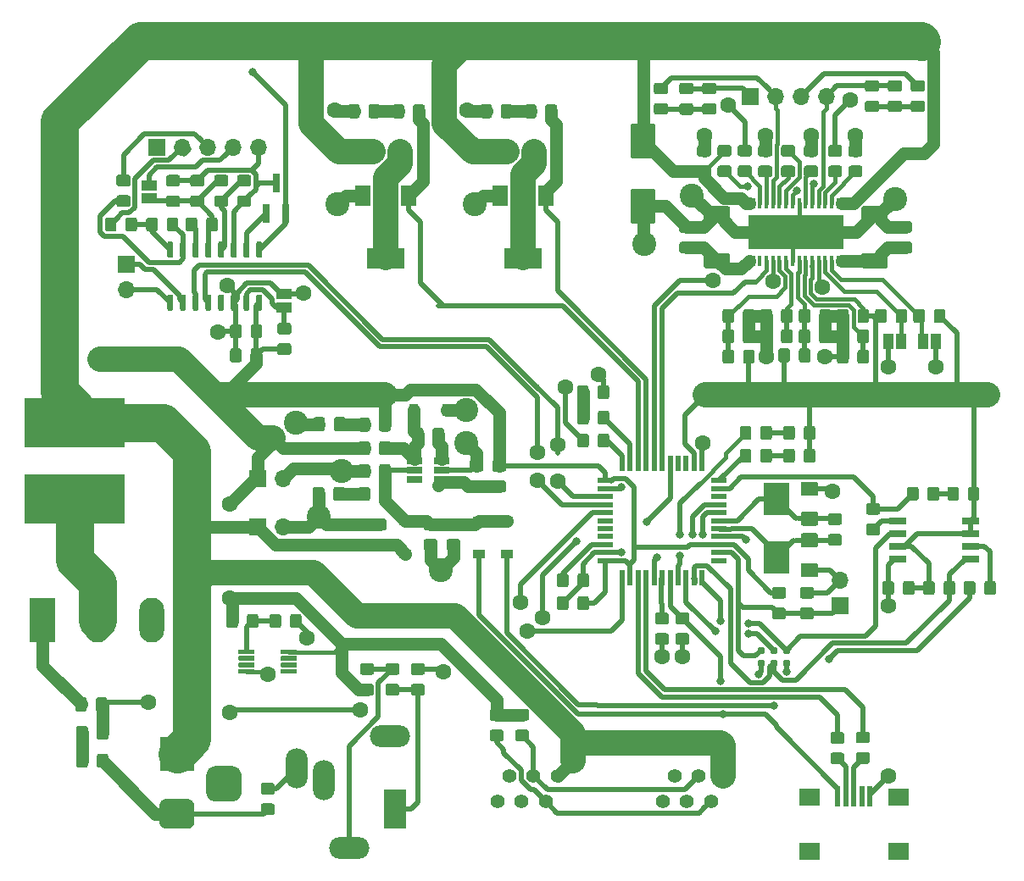
<source format=gbr>
G04 #@! TF.GenerationSoftware,KiCad,Pcbnew,(5.1.5-0-10_14)*
G04 #@! TF.CreationDate,2020-01-08T06:54:43+01:00*
G04 #@! TF.ProjectId,Bertha_main,42657274-6861-45f6-9d61-696e2e6b6963,rev?*
G04 #@! TF.SameCoordinates,Original*
G04 #@! TF.FileFunction,Copper,L1,Top*
G04 #@! TF.FilePolarity,Positive*
%FSLAX46Y46*%
G04 Gerber Fmt 4.6, Leading zero omitted, Abs format (unit mm)*
G04 Created by KiCad (PCBNEW (5.1.5-0-10_14)) date 2020-01-08 06:54:43*
%MOMM*%
%LPD*%
G04 APERTURE LIST*
%ADD10R,1.500000X2.000000*%
%ADD11R,3.800000X2.000000*%
%ADD12O,2.500000X4.500000*%
%ADD13R,2.500000X4.500000*%
%ADD14C,0.100000*%
%ADD15R,2.500000X3.325000*%
%ADD16R,2.000000X1.700000*%
%ADD17R,0.500000X2.000000*%
%ADD18R,1.200000X0.900000*%
%ADD19R,0.900000X1.200000*%
%ADD20R,1.700000X0.650000*%
%ADD21R,0.400000X1.100000*%
%ADD22R,9.500000X3.400000*%
%ADD23C,0.600000*%
%ADD24O,1.700000X1.700000*%
%ADD25R,1.700000X1.700000*%
%ADD26R,2.200000X4.000000*%
%ADD27O,4.000000X2.200000*%
%ADD28O,2.200000X4.000000*%
%ADD29C,1.397000*%
%ADD30R,10.000000X5.000000*%
%ADD31C,0.787400*%
%ADD32R,3.500000X3.500000*%
%ADD33R,1.000000X1.500000*%
%ADD34R,1.500000X1.000000*%
%ADD35R,0.800000X1.900000*%
%ADD36R,1.500000X0.550000*%
%ADD37R,0.550000X1.500000*%
%ADD38R,1.560000X0.650000*%
%ADD39C,0.800000*%
%ADD40C,1.600000*%
%ADD41C,2.400000*%
%ADD42C,0.508000*%
%ADD43C,0.400000*%
%ADD44C,1.270000*%
%ADD45C,0.250000*%
%ADD46C,2.540000*%
%ADD47C,3.810000*%
G04 APERTURE END LIST*
D10*
X127884000Y-79384000D03*
X123284000Y-79384000D03*
X125584000Y-79384000D03*
D11*
X125584000Y-85684000D03*
D10*
X141600000Y-79384000D03*
X137000000Y-79384000D03*
X139300000Y-79384000D03*
D11*
X139300000Y-85684000D03*
D12*
X102224000Y-121793000D03*
X96774000Y-121793000D03*
D13*
X91324000Y-121793000D03*
G04 #@! TA.AperFunction,SMDPad,CuDef*
D14*
G36*
X97542505Y-129557204D02*
G01*
X97566773Y-129560804D01*
X97590572Y-129566765D01*
X97613671Y-129575030D01*
X97635850Y-129585520D01*
X97656893Y-129598132D01*
X97676599Y-129612747D01*
X97694777Y-129629223D01*
X97711253Y-129647401D01*
X97725868Y-129667107D01*
X97738480Y-129688150D01*
X97748970Y-129710329D01*
X97757235Y-129733428D01*
X97763196Y-129757227D01*
X97766796Y-129781495D01*
X97768000Y-129805999D01*
X97768000Y-130706001D01*
X97766796Y-130730505D01*
X97763196Y-130754773D01*
X97757235Y-130778572D01*
X97748970Y-130801671D01*
X97738480Y-130823850D01*
X97725868Y-130844893D01*
X97711253Y-130864599D01*
X97694777Y-130882777D01*
X97676599Y-130899253D01*
X97656893Y-130913868D01*
X97635850Y-130926480D01*
X97613671Y-130936970D01*
X97590572Y-130945235D01*
X97566773Y-130951196D01*
X97542505Y-130954796D01*
X97518001Y-130956000D01*
X96867999Y-130956000D01*
X96843495Y-130954796D01*
X96819227Y-130951196D01*
X96795428Y-130945235D01*
X96772329Y-130936970D01*
X96750150Y-130926480D01*
X96729107Y-130913868D01*
X96709401Y-130899253D01*
X96691223Y-130882777D01*
X96674747Y-130864599D01*
X96660132Y-130844893D01*
X96647520Y-130823850D01*
X96637030Y-130801671D01*
X96628765Y-130778572D01*
X96622804Y-130754773D01*
X96619204Y-130730505D01*
X96618000Y-130706001D01*
X96618000Y-129805999D01*
X96619204Y-129781495D01*
X96622804Y-129757227D01*
X96628765Y-129733428D01*
X96637030Y-129710329D01*
X96647520Y-129688150D01*
X96660132Y-129667107D01*
X96674747Y-129647401D01*
X96691223Y-129629223D01*
X96709401Y-129612747D01*
X96729107Y-129598132D01*
X96750150Y-129585520D01*
X96772329Y-129575030D01*
X96795428Y-129566765D01*
X96819227Y-129560804D01*
X96843495Y-129557204D01*
X96867999Y-129556000D01*
X97518001Y-129556000D01*
X97542505Y-129557204D01*
G37*
G04 #@! TD.AperFunction*
G04 #@! TA.AperFunction,SMDPad,CuDef*
G36*
X95492505Y-129557204D02*
G01*
X95516773Y-129560804D01*
X95540572Y-129566765D01*
X95563671Y-129575030D01*
X95585850Y-129585520D01*
X95606893Y-129598132D01*
X95626599Y-129612747D01*
X95644777Y-129629223D01*
X95661253Y-129647401D01*
X95675868Y-129667107D01*
X95688480Y-129688150D01*
X95698970Y-129710329D01*
X95707235Y-129733428D01*
X95713196Y-129757227D01*
X95716796Y-129781495D01*
X95718000Y-129805999D01*
X95718000Y-130706001D01*
X95716796Y-130730505D01*
X95713196Y-130754773D01*
X95707235Y-130778572D01*
X95698970Y-130801671D01*
X95688480Y-130823850D01*
X95675868Y-130844893D01*
X95661253Y-130864599D01*
X95644777Y-130882777D01*
X95626599Y-130899253D01*
X95606893Y-130913868D01*
X95585850Y-130926480D01*
X95563671Y-130936970D01*
X95540572Y-130945235D01*
X95516773Y-130951196D01*
X95492505Y-130954796D01*
X95468001Y-130956000D01*
X94817999Y-130956000D01*
X94793495Y-130954796D01*
X94769227Y-130951196D01*
X94745428Y-130945235D01*
X94722329Y-130936970D01*
X94700150Y-130926480D01*
X94679107Y-130913868D01*
X94659401Y-130899253D01*
X94641223Y-130882777D01*
X94624747Y-130864599D01*
X94610132Y-130844893D01*
X94597520Y-130823850D01*
X94587030Y-130801671D01*
X94578765Y-130778572D01*
X94572804Y-130754773D01*
X94569204Y-130730505D01*
X94568000Y-130706001D01*
X94568000Y-129805999D01*
X94569204Y-129781495D01*
X94572804Y-129757227D01*
X94578765Y-129733428D01*
X94587030Y-129710329D01*
X94597520Y-129688150D01*
X94610132Y-129667107D01*
X94624747Y-129647401D01*
X94641223Y-129629223D01*
X94659401Y-129612747D01*
X94679107Y-129598132D01*
X94700150Y-129585520D01*
X94722329Y-129575030D01*
X94745428Y-129566765D01*
X94769227Y-129560804D01*
X94793495Y-129557204D01*
X94817999Y-129556000D01*
X95468001Y-129556000D01*
X95492505Y-129557204D01*
G37*
G04 #@! TD.AperFunction*
G04 #@! TA.AperFunction,SMDPad,CuDef*
G36*
X109631005Y-77331704D02*
G01*
X109655273Y-77335304D01*
X109679072Y-77341265D01*
X109702171Y-77349530D01*
X109724350Y-77360020D01*
X109745393Y-77372632D01*
X109765099Y-77387247D01*
X109783277Y-77403723D01*
X109799753Y-77421901D01*
X109814368Y-77441607D01*
X109826980Y-77462650D01*
X109837470Y-77484829D01*
X109845735Y-77507928D01*
X109851696Y-77531727D01*
X109855296Y-77555995D01*
X109856500Y-77580499D01*
X109856500Y-78230501D01*
X109855296Y-78255005D01*
X109851696Y-78279273D01*
X109845735Y-78303072D01*
X109837470Y-78326171D01*
X109826980Y-78348350D01*
X109814368Y-78369393D01*
X109799753Y-78389099D01*
X109783277Y-78407277D01*
X109765099Y-78423753D01*
X109745393Y-78438368D01*
X109724350Y-78450980D01*
X109702171Y-78461470D01*
X109679072Y-78469735D01*
X109655273Y-78475696D01*
X109631005Y-78479296D01*
X109606501Y-78480500D01*
X108706499Y-78480500D01*
X108681995Y-78479296D01*
X108657727Y-78475696D01*
X108633928Y-78469735D01*
X108610829Y-78461470D01*
X108588650Y-78450980D01*
X108567607Y-78438368D01*
X108547901Y-78423753D01*
X108529723Y-78407277D01*
X108513247Y-78389099D01*
X108498632Y-78369393D01*
X108486020Y-78348350D01*
X108475530Y-78326171D01*
X108467265Y-78303072D01*
X108461304Y-78279273D01*
X108457704Y-78255005D01*
X108456500Y-78230501D01*
X108456500Y-77580499D01*
X108457704Y-77555995D01*
X108461304Y-77531727D01*
X108467265Y-77507928D01*
X108475530Y-77484829D01*
X108486020Y-77462650D01*
X108498632Y-77441607D01*
X108513247Y-77421901D01*
X108529723Y-77403723D01*
X108547901Y-77387247D01*
X108567607Y-77372632D01*
X108588650Y-77360020D01*
X108610829Y-77349530D01*
X108633928Y-77341265D01*
X108657727Y-77335304D01*
X108681995Y-77331704D01*
X108706499Y-77330500D01*
X109606501Y-77330500D01*
X109631005Y-77331704D01*
G37*
G04 #@! TD.AperFunction*
G04 #@! TA.AperFunction,SMDPad,CuDef*
G36*
X109631005Y-79381704D02*
G01*
X109655273Y-79385304D01*
X109679072Y-79391265D01*
X109702171Y-79399530D01*
X109724350Y-79410020D01*
X109745393Y-79422632D01*
X109765099Y-79437247D01*
X109783277Y-79453723D01*
X109799753Y-79471901D01*
X109814368Y-79491607D01*
X109826980Y-79512650D01*
X109837470Y-79534829D01*
X109845735Y-79557928D01*
X109851696Y-79581727D01*
X109855296Y-79605995D01*
X109856500Y-79630499D01*
X109856500Y-80280501D01*
X109855296Y-80305005D01*
X109851696Y-80329273D01*
X109845735Y-80353072D01*
X109837470Y-80376171D01*
X109826980Y-80398350D01*
X109814368Y-80419393D01*
X109799753Y-80439099D01*
X109783277Y-80457277D01*
X109765099Y-80473753D01*
X109745393Y-80488368D01*
X109724350Y-80500980D01*
X109702171Y-80511470D01*
X109679072Y-80519735D01*
X109655273Y-80525696D01*
X109631005Y-80529296D01*
X109606501Y-80530500D01*
X108706499Y-80530500D01*
X108681995Y-80529296D01*
X108657727Y-80525696D01*
X108633928Y-80519735D01*
X108610829Y-80511470D01*
X108588650Y-80500980D01*
X108567607Y-80488368D01*
X108547901Y-80473753D01*
X108529723Y-80457277D01*
X108513247Y-80439099D01*
X108498632Y-80419393D01*
X108486020Y-80398350D01*
X108475530Y-80376171D01*
X108467265Y-80353072D01*
X108461304Y-80329273D01*
X108457704Y-80305005D01*
X108456500Y-80280501D01*
X108456500Y-79630499D01*
X108457704Y-79605995D01*
X108461304Y-79581727D01*
X108467265Y-79557928D01*
X108475530Y-79534829D01*
X108486020Y-79512650D01*
X108498632Y-79491607D01*
X108513247Y-79471901D01*
X108529723Y-79453723D01*
X108547901Y-79437247D01*
X108567607Y-79422632D01*
X108588650Y-79410020D01*
X108610829Y-79399530D01*
X108633928Y-79391265D01*
X108657727Y-79385304D01*
X108681995Y-79381704D01*
X108706499Y-79380500D01*
X109606501Y-79380500D01*
X109631005Y-79381704D01*
G37*
G04 #@! TD.AperFunction*
G04 #@! TA.AperFunction,SMDPad,CuDef*
G36*
X152310504Y-78717204D02*
G01*
X152334773Y-78720804D01*
X152358571Y-78726765D01*
X152381671Y-78735030D01*
X152403849Y-78745520D01*
X152424893Y-78758133D01*
X152444598Y-78772747D01*
X152462777Y-78789223D01*
X152479253Y-78807402D01*
X152493867Y-78827107D01*
X152506480Y-78848151D01*
X152516970Y-78870329D01*
X152525235Y-78893429D01*
X152531196Y-78917227D01*
X152534796Y-78941496D01*
X152536000Y-78966000D01*
X152536000Y-81966000D01*
X152534796Y-81990504D01*
X152531196Y-82014773D01*
X152525235Y-82038571D01*
X152516970Y-82061671D01*
X152506480Y-82083849D01*
X152493867Y-82104893D01*
X152479253Y-82124598D01*
X152462777Y-82142777D01*
X152444598Y-82159253D01*
X152424893Y-82173867D01*
X152403849Y-82186480D01*
X152381671Y-82196970D01*
X152358571Y-82205235D01*
X152334773Y-82211196D01*
X152310504Y-82214796D01*
X152286000Y-82216000D01*
X150286000Y-82216000D01*
X150261496Y-82214796D01*
X150237227Y-82211196D01*
X150213429Y-82205235D01*
X150190329Y-82196970D01*
X150168151Y-82186480D01*
X150147107Y-82173867D01*
X150127402Y-82159253D01*
X150109223Y-82142777D01*
X150092747Y-82124598D01*
X150078133Y-82104893D01*
X150065520Y-82083849D01*
X150055030Y-82061671D01*
X150046765Y-82038571D01*
X150040804Y-82014773D01*
X150037204Y-81990504D01*
X150036000Y-81966000D01*
X150036000Y-78966000D01*
X150037204Y-78941496D01*
X150040804Y-78917227D01*
X150046765Y-78893429D01*
X150055030Y-78870329D01*
X150065520Y-78848151D01*
X150078133Y-78827107D01*
X150092747Y-78807402D01*
X150109223Y-78789223D01*
X150127402Y-78772747D01*
X150147107Y-78758133D01*
X150168151Y-78745520D01*
X150190329Y-78735030D01*
X150213429Y-78726765D01*
X150237227Y-78720804D01*
X150261496Y-78717204D01*
X150286000Y-78716000D01*
X152286000Y-78716000D01*
X152310504Y-78717204D01*
G37*
G04 #@! TD.AperFunction*
G04 #@! TA.AperFunction,SMDPad,CuDef*
G36*
X152310504Y-72217204D02*
G01*
X152334773Y-72220804D01*
X152358571Y-72226765D01*
X152381671Y-72235030D01*
X152403849Y-72245520D01*
X152424893Y-72258133D01*
X152444598Y-72272747D01*
X152462777Y-72289223D01*
X152479253Y-72307402D01*
X152493867Y-72327107D01*
X152506480Y-72348151D01*
X152516970Y-72370329D01*
X152525235Y-72393429D01*
X152531196Y-72417227D01*
X152534796Y-72441496D01*
X152536000Y-72466000D01*
X152536000Y-75466000D01*
X152534796Y-75490504D01*
X152531196Y-75514773D01*
X152525235Y-75538571D01*
X152516970Y-75561671D01*
X152506480Y-75583849D01*
X152493867Y-75604893D01*
X152479253Y-75624598D01*
X152462777Y-75642777D01*
X152444598Y-75659253D01*
X152424893Y-75673867D01*
X152403849Y-75686480D01*
X152381671Y-75696970D01*
X152358571Y-75705235D01*
X152334773Y-75711196D01*
X152310504Y-75714796D01*
X152286000Y-75716000D01*
X150286000Y-75716000D01*
X150261496Y-75714796D01*
X150237227Y-75711196D01*
X150213429Y-75705235D01*
X150190329Y-75696970D01*
X150168151Y-75686480D01*
X150147107Y-75673867D01*
X150127402Y-75659253D01*
X150109223Y-75642777D01*
X150092747Y-75624598D01*
X150078133Y-75604893D01*
X150065520Y-75583849D01*
X150055030Y-75561671D01*
X150046765Y-75538571D01*
X150040804Y-75514773D01*
X150037204Y-75490504D01*
X150036000Y-75466000D01*
X150036000Y-72466000D01*
X150037204Y-72441496D01*
X150040804Y-72417227D01*
X150046765Y-72393429D01*
X150055030Y-72370329D01*
X150065520Y-72348151D01*
X150078133Y-72327107D01*
X150092747Y-72307402D01*
X150109223Y-72289223D01*
X150127402Y-72272747D01*
X150147107Y-72258133D01*
X150168151Y-72245520D01*
X150190329Y-72235030D01*
X150213429Y-72226765D01*
X150237227Y-72220804D01*
X150261496Y-72217204D01*
X150286000Y-72216000D01*
X152286000Y-72216000D01*
X152310504Y-72217204D01*
G37*
G04 #@! TD.AperFunction*
G04 #@! TA.AperFunction,SMDPad,CuDef*
G36*
X170908505Y-113227204D02*
G01*
X170932773Y-113230804D01*
X170956572Y-113236765D01*
X170979671Y-113245030D01*
X171001850Y-113255520D01*
X171022893Y-113268132D01*
X171042599Y-113282747D01*
X171060777Y-113299223D01*
X171077253Y-113317401D01*
X171091868Y-113337107D01*
X171104480Y-113358150D01*
X171114970Y-113380329D01*
X171123235Y-113403428D01*
X171129196Y-113427227D01*
X171132796Y-113451495D01*
X171134000Y-113475999D01*
X171134000Y-114126001D01*
X171132796Y-114150505D01*
X171129196Y-114174773D01*
X171123235Y-114198572D01*
X171114970Y-114221671D01*
X171104480Y-114243850D01*
X171091868Y-114264893D01*
X171077253Y-114284599D01*
X171060777Y-114302777D01*
X171042599Y-114319253D01*
X171022893Y-114333868D01*
X171001850Y-114346480D01*
X170979671Y-114356970D01*
X170956572Y-114365235D01*
X170932773Y-114371196D01*
X170908505Y-114374796D01*
X170884001Y-114376000D01*
X169983999Y-114376000D01*
X169959495Y-114374796D01*
X169935227Y-114371196D01*
X169911428Y-114365235D01*
X169888329Y-114356970D01*
X169866150Y-114346480D01*
X169845107Y-114333868D01*
X169825401Y-114319253D01*
X169807223Y-114302777D01*
X169790747Y-114284599D01*
X169776132Y-114264893D01*
X169763520Y-114243850D01*
X169753030Y-114221671D01*
X169744765Y-114198572D01*
X169738804Y-114174773D01*
X169735204Y-114150505D01*
X169734000Y-114126001D01*
X169734000Y-113475999D01*
X169735204Y-113451495D01*
X169738804Y-113427227D01*
X169744765Y-113403428D01*
X169753030Y-113380329D01*
X169763520Y-113358150D01*
X169776132Y-113337107D01*
X169790747Y-113317401D01*
X169807223Y-113299223D01*
X169825401Y-113282747D01*
X169845107Y-113268132D01*
X169866150Y-113255520D01*
X169888329Y-113245030D01*
X169911428Y-113236765D01*
X169935227Y-113230804D01*
X169959495Y-113227204D01*
X169983999Y-113226000D01*
X170884001Y-113226000D01*
X170908505Y-113227204D01*
G37*
G04 #@! TD.AperFunction*
G04 #@! TA.AperFunction,SMDPad,CuDef*
G36*
X170908505Y-111177204D02*
G01*
X170932773Y-111180804D01*
X170956572Y-111186765D01*
X170979671Y-111195030D01*
X171001850Y-111205520D01*
X171022893Y-111218132D01*
X171042599Y-111232747D01*
X171060777Y-111249223D01*
X171077253Y-111267401D01*
X171091868Y-111287107D01*
X171104480Y-111308150D01*
X171114970Y-111330329D01*
X171123235Y-111353428D01*
X171129196Y-111377227D01*
X171132796Y-111401495D01*
X171134000Y-111425999D01*
X171134000Y-112076001D01*
X171132796Y-112100505D01*
X171129196Y-112124773D01*
X171123235Y-112148572D01*
X171114970Y-112171671D01*
X171104480Y-112193850D01*
X171091868Y-112214893D01*
X171077253Y-112234599D01*
X171060777Y-112252777D01*
X171042599Y-112269253D01*
X171022893Y-112283868D01*
X171001850Y-112296480D01*
X170979671Y-112306970D01*
X170956572Y-112315235D01*
X170932773Y-112321196D01*
X170908505Y-112324796D01*
X170884001Y-112326000D01*
X169983999Y-112326000D01*
X169959495Y-112324796D01*
X169935227Y-112321196D01*
X169911428Y-112315235D01*
X169888329Y-112306970D01*
X169866150Y-112296480D01*
X169845107Y-112283868D01*
X169825401Y-112269253D01*
X169807223Y-112252777D01*
X169790747Y-112234599D01*
X169776132Y-112214893D01*
X169763520Y-112193850D01*
X169753030Y-112171671D01*
X169744765Y-112148572D01*
X169738804Y-112124773D01*
X169735204Y-112100505D01*
X169734000Y-112076001D01*
X169734000Y-111425999D01*
X169735204Y-111401495D01*
X169738804Y-111377227D01*
X169744765Y-111353428D01*
X169753030Y-111330329D01*
X169763520Y-111308150D01*
X169776132Y-111287107D01*
X169790747Y-111267401D01*
X169807223Y-111249223D01*
X169825401Y-111232747D01*
X169845107Y-111218132D01*
X169866150Y-111205520D01*
X169888329Y-111195030D01*
X169911428Y-111186765D01*
X169935227Y-111180804D01*
X169959495Y-111177204D01*
X169983999Y-111176000D01*
X170884001Y-111176000D01*
X170908505Y-111177204D01*
G37*
G04 #@! TD.AperFunction*
D15*
X164592000Y-115553000D03*
X164592000Y-109728000D03*
D16*
X176768000Y-144964000D03*
X176768000Y-139514000D03*
X167868000Y-144964000D03*
X167868000Y-139514000D03*
D17*
X173918000Y-139414000D03*
X173118000Y-139414000D03*
X172318000Y-139414000D03*
X171518000Y-139414000D03*
X170718000Y-139414000D03*
G04 #@! TA.AperFunction,SMDPad,CuDef*
D14*
G36*
X180618505Y-108505204D02*
G01*
X180642773Y-108508804D01*
X180666572Y-108514765D01*
X180689671Y-108523030D01*
X180711850Y-108533520D01*
X180732893Y-108546132D01*
X180752599Y-108560747D01*
X180770777Y-108577223D01*
X180787253Y-108595401D01*
X180801868Y-108615107D01*
X180814480Y-108636150D01*
X180824970Y-108658329D01*
X180833235Y-108681428D01*
X180839196Y-108705227D01*
X180842796Y-108729495D01*
X180844000Y-108753999D01*
X180844000Y-109654001D01*
X180842796Y-109678505D01*
X180839196Y-109702773D01*
X180833235Y-109726572D01*
X180824970Y-109749671D01*
X180814480Y-109771850D01*
X180801868Y-109792893D01*
X180787253Y-109812599D01*
X180770777Y-109830777D01*
X180752599Y-109847253D01*
X180732893Y-109861868D01*
X180711850Y-109874480D01*
X180689671Y-109884970D01*
X180666572Y-109893235D01*
X180642773Y-109899196D01*
X180618505Y-109902796D01*
X180594001Y-109904000D01*
X179943999Y-109904000D01*
X179919495Y-109902796D01*
X179895227Y-109899196D01*
X179871428Y-109893235D01*
X179848329Y-109884970D01*
X179826150Y-109874480D01*
X179805107Y-109861868D01*
X179785401Y-109847253D01*
X179767223Y-109830777D01*
X179750747Y-109812599D01*
X179736132Y-109792893D01*
X179723520Y-109771850D01*
X179713030Y-109749671D01*
X179704765Y-109726572D01*
X179698804Y-109702773D01*
X179695204Y-109678505D01*
X179694000Y-109654001D01*
X179694000Y-108753999D01*
X179695204Y-108729495D01*
X179698804Y-108705227D01*
X179704765Y-108681428D01*
X179713030Y-108658329D01*
X179723520Y-108636150D01*
X179736132Y-108615107D01*
X179750747Y-108595401D01*
X179767223Y-108577223D01*
X179785401Y-108560747D01*
X179805107Y-108546132D01*
X179826150Y-108533520D01*
X179848329Y-108523030D01*
X179871428Y-108514765D01*
X179895227Y-108508804D01*
X179919495Y-108505204D01*
X179943999Y-108504000D01*
X180594001Y-108504000D01*
X180618505Y-108505204D01*
G37*
G04 #@! TD.AperFunction*
G04 #@! TA.AperFunction,SMDPad,CuDef*
G36*
X178568505Y-108505204D02*
G01*
X178592773Y-108508804D01*
X178616572Y-108514765D01*
X178639671Y-108523030D01*
X178661850Y-108533520D01*
X178682893Y-108546132D01*
X178702599Y-108560747D01*
X178720777Y-108577223D01*
X178737253Y-108595401D01*
X178751868Y-108615107D01*
X178764480Y-108636150D01*
X178774970Y-108658329D01*
X178783235Y-108681428D01*
X178789196Y-108705227D01*
X178792796Y-108729495D01*
X178794000Y-108753999D01*
X178794000Y-109654001D01*
X178792796Y-109678505D01*
X178789196Y-109702773D01*
X178783235Y-109726572D01*
X178774970Y-109749671D01*
X178764480Y-109771850D01*
X178751868Y-109792893D01*
X178737253Y-109812599D01*
X178720777Y-109830777D01*
X178702599Y-109847253D01*
X178682893Y-109861868D01*
X178661850Y-109874480D01*
X178639671Y-109884970D01*
X178616572Y-109893235D01*
X178592773Y-109899196D01*
X178568505Y-109902796D01*
X178544001Y-109904000D01*
X177893999Y-109904000D01*
X177869495Y-109902796D01*
X177845227Y-109899196D01*
X177821428Y-109893235D01*
X177798329Y-109884970D01*
X177776150Y-109874480D01*
X177755107Y-109861868D01*
X177735401Y-109847253D01*
X177717223Y-109830777D01*
X177700747Y-109812599D01*
X177686132Y-109792893D01*
X177673520Y-109771850D01*
X177663030Y-109749671D01*
X177654765Y-109726572D01*
X177648804Y-109702773D01*
X177645204Y-109678505D01*
X177644000Y-109654001D01*
X177644000Y-108753999D01*
X177645204Y-108729495D01*
X177648804Y-108705227D01*
X177654765Y-108681428D01*
X177663030Y-108658329D01*
X177673520Y-108636150D01*
X177686132Y-108615107D01*
X177700747Y-108595401D01*
X177717223Y-108577223D01*
X177735401Y-108560747D01*
X177755107Y-108546132D01*
X177776150Y-108533520D01*
X177798329Y-108523030D01*
X177821428Y-108514765D01*
X177845227Y-108508804D01*
X177869495Y-108505204D01*
X177893999Y-108504000D01*
X178544001Y-108504000D01*
X178568505Y-108505204D01*
G37*
G04 #@! TD.AperFunction*
G04 #@! TA.AperFunction,SMDPad,CuDef*
G36*
X182593505Y-108505204D02*
G01*
X182617773Y-108508804D01*
X182641572Y-108514765D01*
X182664671Y-108523030D01*
X182686850Y-108533520D01*
X182707893Y-108546132D01*
X182727599Y-108560747D01*
X182745777Y-108577223D01*
X182762253Y-108595401D01*
X182776868Y-108615107D01*
X182789480Y-108636150D01*
X182799970Y-108658329D01*
X182808235Y-108681428D01*
X182814196Y-108705227D01*
X182817796Y-108729495D01*
X182819000Y-108753999D01*
X182819000Y-109654001D01*
X182817796Y-109678505D01*
X182814196Y-109702773D01*
X182808235Y-109726572D01*
X182799970Y-109749671D01*
X182789480Y-109771850D01*
X182776868Y-109792893D01*
X182762253Y-109812599D01*
X182745777Y-109830777D01*
X182727599Y-109847253D01*
X182707893Y-109861868D01*
X182686850Y-109874480D01*
X182664671Y-109884970D01*
X182641572Y-109893235D01*
X182617773Y-109899196D01*
X182593505Y-109902796D01*
X182569001Y-109904000D01*
X181918999Y-109904000D01*
X181894495Y-109902796D01*
X181870227Y-109899196D01*
X181846428Y-109893235D01*
X181823329Y-109884970D01*
X181801150Y-109874480D01*
X181780107Y-109861868D01*
X181760401Y-109847253D01*
X181742223Y-109830777D01*
X181725747Y-109812599D01*
X181711132Y-109792893D01*
X181698520Y-109771850D01*
X181688030Y-109749671D01*
X181679765Y-109726572D01*
X181673804Y-109702773D01*
X181670204Y-109678505D01*
X181669000Y-109654001D01*
X181669000Y-108753999D01*
X181670204Y-108729495D01*
X181673804Y-108705227D01*
X181679765Y-108681428D01*
X181688030Y-108658329D01*
X181698520Y-108636150D01*
X181711132Y-108615107D01*
X181725747Y-108595401D01*
X181742223Y-108577223D01*
X181760401Y-108560747D01*
X181780107Y-108546132D01*
X181801150Y-108533520D01*
X181823329Y-108523030D01*
X181846428Y-108514765D01*
X181870227Y-108508804D01*
X181894495Y-108505204D01*
X181918999Y-108504000D01*
X182569001Y-108504000D01*
X182593505Y-108505204D01*
G37*
G04 #@! TD.AperFunction*
G04 #@! TA.AperFunction,SMDPad,CuDef*
G36*
X184643505Y-108505204D02*
G01*
X184667773Y-108508804D01*
X184691572Y-108514765D01*
X184714671Y-108523030D01*
X184736850Y-108533520D01*
X184757893Y-108546132D01*
X184777599Y-108560747D01*
X184795777Y-108577223D01*
X184812253Y-108595401D01*
X184826868Y-108615107D01*
X184839480Y-108636150D01*
X184849970Y-108658329D01*
X184858235Y-108681428D01*
X184864196Y-108705227D01*
X184867796Y-108729495D01*
X184869000Y-108753999D01*
X184869000Y-109654001D01*
X184867796Y-109678505D01*
X184864196Y-109702773D01*
X184858235Y-109726572D01*
X184849970Y-109749671D01*
X184839480Y-109771850D01*
X184826868Y-109792893D01*
X184812253Y-109812599D01*
X184795777Y-109830777D01*
X184777599Y-109847253D01*
X184757893Y-109861868D01*
X184736850Y-109874480D01*
X184714671Y-109884970D01*
X184691572Y-109893235D01*
X184667773Y-109899196D01*
X184643505Y-109902796D01*
X184619001Y-109904000D01*
X183968999Y-109904000D01*
X183944495Y-109902796D01*
X183920227Y-109899196D01*
X183896428Y-109893235D01*
X183873329Y-109884970D01*
X183851150Y-109874480D01*
X183830107Y-109861868D01*
X183810401Y-109847253D01*
X183792223Y-109830777D01*
X183775747Y-109812599D01*
X183761132Y-109792893D01*
X183748520Y-109771850D01*
X183738030Y-109749671D01*
X183729765Y-109726572D01*
X183723804Y-109702773D01*
X183720204Y-109678505D01*
X183719000Y-109654001D01*
X183719000Y-108753999D01*
X183720204Y-108729495D01*
X183723804Y-108705227D01*
X183729765Y-108681428D01*
X183738030Y-108658329D01*
X183748520Y-108636150D01*
X183761132Y-108615107D01*
X183775747Y-108595401D01*
X183792223Y-108577223D01*
X183810401Y-108560747D01*
X183830107Y-108546132D01*
X183851150Y-108533520D01*
X183873329Y-108523030D01*
X183896428Y-108514765D01*
X183920227Y-108508804D01*
X183944495Y-108505204D01*
X183968999Y-108504000D01*
X184619001Y-108504000D01*
X184643505Y-108505204D01*
G37*
G04 #@! TD.AperFunction*
G04 #@! TA.AperFunction,SMDPad,CuDef*
G36*
X168543504Y-108000704D02*
G01*
X168567773Y-108004304D01*
X168591571Y-108010265D01*
X168614671Y-108018530D01*
X168636849Y-108029020D01*
X168657893Y-108041633D01*
X168677598Y-108056247D01*
X168695777Y-108072723D01*
X168712253Y-108090902D01*
X168726867Y-108110607D01*
X168739480Y-108131651D01*
X168749970Y-108153829D01*
X168758235Y-108176929D01*
X168764196Y-108200727D01*
X168767796Y-108224996D01*
X168769000Y-108249500D01*
X168769000Y-109174500D01*
X168767796Y-109199004D01*
X168764196Y-109223273D01*
X168758235Y-109247071D01*
X168749970Y-109270171D01*
X168739480Y-109292349D01*
X168726867Y-109313393D01*
X168712253Y-109333098D01*
X168695777Y-109351277D01*
X168677598Y-109367753D01*
X168657893Y-109382367D01*
X168636849Y-109394980D01*
X168614671Y-109405470D01*
X168591571Y-109413735D01*
X168567773Y-109419696D01*
X168543504Y-109423296D01*
X168519000Y-109424500D01*
X167269000Y-109424500D01*
X167244496Y-109423296D01*
X167220227Y-109419696D01*
X167196429Y-109413735D01*
X167173329Y-109405470D01*
X167151151Y-109394980D01*
X167130107Y-109382367D01*
X167110402Y-109367753D01*
X167092223Y-109351277D01*
X167075747Y-109333098D01*
X167061133Y-109313393D01*
X167048520Y-109292349D01*
X167038030Y-109270171D01*
X167029765Y-109247071D01*
X167023804Y-109223273D01*
X167020204Y-109199004D01*
X167019000Y-109174500D01*
X167019000Y-108249500D01*
X167020204Y-108224996D01*
X167023804Y-108200727D01*
X167029765Y-108176929D01*
X167038030Y-108153829D01*
X167048520Y-108131651D01*
X167061133Y-108110607D01*
X167075747Y-108090902D01*
X167092223Y-108072723D01*
X167110402Y-108056247D01*
X167130107Y-108041633D01*
X167151151Y-108029020D01*
X167173329Y-108018530D01*
X167196429Y-108010265D01*
X167220227Y-108004304D01*
X167244496Y-108000704D01*
X167269000Y-107999500D01*
X168519000Y-107999500D01*
X168543504Y-108000704D01*
G37*
G04 #@! TD.AperFunction*
G04 #@! TA.AperFunction,SMDPad,CuDef*
G36*
X168543504Y-110975704D02*
G01*
X168567773Y-110979304D01*
X168591571Y-110985265D01*
X168614671Y-110993530D01*
X168636849Y-111004020D01*
X168657893Y-111016633D01*
X168677598Y-111031247D01*
X168695777Y-111047723D01*
X168712253Y-111065902D01*
X168726867Y-111085607D01*
X168739480Y-111106651D01*
X168749970Y-111128829D01*
X168758235Y-111151929D01*
X168764196Y-111175727D01*
X168767796Y-111199996D01*
X168769000Y-111224500D01*
X168769000Y-112149500D01*
X168767796Y-112174004D01*
X168764196Y-112198273D01*
X168758235Y-112222071D01*
X168749970Y-112245171D01*
X168739480Y-112267349D01*
X168726867Y-112288393D01*
X168712253Y-112308098D01*
X168695777Y-112326277D01*
X168677598Y-112342753D01*
X168657893Y-112357367D01*
X168636849Y-112369980D01*
X168614671Y-112380470D01*
X168591571Y-112388735D01*
X168567773Y-112394696D01*
X168543504Y-112398296D01*
X168519000Y-112399500D01*
X167269000Y-112399500D01*
X167244496Y-112398296D01*
X167220227Y-112394696D01*
X167196429Y-112388735D01*
X167173329Y-112380470D01*
X167151151Y-112369980D01*
X167130107Y-112357367D01*
X167110402Y-112342753D01*
X167092223Y-112326277D01*
X167075747Y-112308098D01*
X167061133Y-112288393D01*
X167048520Y-112267349D01*
X167038030Y-112245171D01*
X167029765Y-112222071D01*
X167023804Y-112198273D01*
X167020204Y-112174004D01*
X167019000Y-112149500D01*
X167019000Y-111224500D01*
X167020204Y-111199996D01*
X167023804Y-111175727D01*
X167029765Y-111151929D01*
X167038030Y-111128829D01*
X167048520Y-111106651D01*
X167061133Y-111085607D01*
X167075747Y-111065902D01*
X167092223Y-111047723D01*
X167110402Y-111031247D01*
X167130107Y-111016633D01*
X167151151Y-111004020D01*
X167173329Y-110993530D01*
X167196429Y-110985265D01*
X167220227Y-110979304D01*
X167244496Y-110975704D01*
X167269000Y-110974500D01*
X168519000Y-110974500D01*
X168543504Y-110975704D01*
G37*
G04 #@! TD.AperFunction*
G04 #@! TA.AperFunction,SMDPad,CuDef*
G36*
X168543504Y-113153704D02*
G01*
X168567773Y-113157304D01*
X168591571Y-113163265D01*
X168614671Y-113171530D01*
X168636849Y-113182020D01*
X168657893Y-113194633D01*
X168677598Y-113209247D01*
X168695777Y-113225723D01*
X168712253Y-113243902D01*
X168726867Y-113263607D01*
X168739480Y-113284651D01*
X168749970Y-113306829D01*
X168758235Y-113329929D01*
X168764196Y-113353727D01*
X168767796Y-113377996D01*
X168769000Y-113402500D01*
X168769000Y-114327500D01*
X168767796Y-114352004D01*
X168764196Y-114376273D01*
X168758235Y-114400071D01*
X168749970Y-114423171D01*
X168739480Y-114445349D01*
X168726867Y-114466393D01*
X168712253Y-114486098D01*
X168695777Y-114504277D01*
X168677598Y-114520753D01*
X168657893Y-114535367D01*
X168636849Y-114547980D01*
X168614671Y-114558470D01*
X168591571Y-114566735D01*
X168567773Y-114572696D01*
X168543504Y-114576296D01*
X168519000Y-114577500D01*
X167269000Y-114577500D01*
X167244496Y-114576296D01*
X167220227Y-114572696D01*
X167196429Y-114566735D01*
X167173329Y-114558470D01*
X167151151Y-114547980D01*
X167130107Y-114535367D01*
X167110402Y-114520753D01*
X167092223Y-114504277D01*
X167075747Y-114486098D01*
X167061133Y-114466393D01*
X167048520Y-114445349D01*
X167038030Y-114423171D01*
X167029765Y-114400071D01*
X167023804Y-114376273D01*
X167020204Y-114352004D01*
X167019000Y-114327500D01*
X167019000Y-113402500D01*
X167020204Y-113377996D01*
X167023804Y-113353727D01*
X167029765Y-113329929D01*
X167038030Y-113306829D01*
X167048520Y-113284651D01*
X167061133Y-113263607D01*
X167075747Y-113243902D01*
X167092223Y-113225723D01*
X167110402Y-113209247D01*
X167130107Y-113194633D01*
X167151151Y-113182020D01*
X167173329Y-113171530D01*
X167196429Y-113163265D01*
X167220227Y-113157304D01*
X167244496Y-113153704D01*
X167269000Y-113152500D01*
X168519000Y-113152500D01*
X168543504Y-113153704D01*
G37*
G04 #@! TD.AperFunction*
G04 #@! TA.AperFunction,SMDPad,CuDef*
G36*
X168543504Y-116128704D02*
G01*
X168567773Y-116132304D01*
X168591571Y-116138265D01*
X168614671Y-116146530D01*
X168636849Y-116157020D01*
X168657893Y-116169633D01*
X168677598Y-116184247D01*
X168695777Y-116200723D01*
X168712253Y-116218902D01*
X168726867Y-116238607D01*
X168739480Y-116259651D01*
X168749970Y-116281829D01*
X168758235Y-116304929D01*
X168764196Y-116328727D01*
X168767796Y-116352996D01*
X168769000Y-116377500D01*
X168769000Y-117302500D01*
X168767796Y-117327004D01*
X168764196Y-117351273D01*
X168758235Y-117375071D01*
X168749970Y-117398171D01*
X168739480Y-117420349D01*
X168726867Y-117441393D01*
X168712253Y-117461098D01*
X168695777Y-117479277D01*
X168677598Y-117495753D01*
X168657893Y-117510367D01*
X168636849Y-117522980D01*
X168614671Y-117533470D01*
X168591571Y-117541735D01*
X168567773Y-117547696D01*
X168543504Y-117551296D01*
X168519000Y-117552500D01*
X167269000Y-117552500D01*
X167244496Y-117551296D01*
X167220227Y-117547696D01*
X167196429Y-117541735D01*
X167173329Y-117533470D01*
X167151151Y-117522980D01*
X167130107Y-117510367D01*
X167110402Y-117495753D01*
X167092223Y-117479277D01*
X167075747Y-117461098D01*
X167061133Y-117441393D01*
X167048520Y-117420349D01*
X167038030Y-117398171D01*
X167029765Y-117375071D01*
X167023804Y-117351273D01*
X167020204Y-117327004D01*
X167019000Y-117302500D01*
X167019000Y-116377500D01*
X167020204Y-116352996D01*
X167023804Y-116328727D01*
X167029765Y-116304929D01*
X167038030Y-116281829D01*
X167048520Y-116259651D01*
X167061133Y-116238607D01*
X167075747Y-116218902D01*
X167092223Y-116200723D01*
X167110402Y-116184247D01*
X167130107Y-116169633D01*
X167151151Y-116157020D01*
X167173329Y-116146530D01*
X167196429Y-116138265D01*
X167220227Y-116132304D01*
X167244496Y-116128704D01*
X167269000Y-116127500D01*
X168519000Y-116127500D01*
X168543504Y-116128704D01*
G37*
G04 #@! TD.AperFunction*
G04 #@! TA.AperFunction,SMDPad,CuDef*
G36*
X145646505Y-117157204D02*
G01*
X145670773Y-117160804D01*
X145694572Y-117166765D01*
X145717671Y-117175030D01*
X145739850Y-117185520D01*
X145760893Y-117198132D01*
X145780599Y-117212747D01*
X145798777Y-117229223D01*
X145815253Y-117247401D01*
X145829868Y-117267107D01*
X145842480Y-117288150D01*
X145852970Y-117310329D01*
X145861235Y-117333428D01*
X145867196Y-117357227D01*
X145870796Y-117381495D01*
X145872000Y-117405999D01*
X145872000Y-118306001D01*
X145870796Y-118330505D01*
X145867196Y-118354773D01*
X145861235Y-118378572D01*
X145852970Y-118401671D01*
X145842480Y-118423850D01*
X145829868Y-118444893D01*
X145815253Y-118464599D01*
X145798777Y-118482777D01*
X145780599Y-118499253D01*
X145760893Y-118513868D01*
X145739850Y-118526480D01*
X145717671Y-118536970D01*
X145694572Y-118545235D01*
X145670773Y-118551196D01*
X145646505Y-118554796D01*
X145622001Y-118556000D01*
X144971999Y-118556000D01*
X144947495Y-118554796D01*
X144923227Y-118551196D01*
X144899428Y-118545235D01*
X144876329Y-118536970D01*
X144854150Y-118526480D01*
X144833107Y-118513868D01*
X144813401Y-118499253D01*
X144795223Y-118482777D01*
X144778747Y-118464599D01*
X144764132Y-118444893D01*
X144751520Y-118423850D01*
X144741030Y-118401671D01*
X144732765Y-118378572D01*
X144726804Y-118354773D01*
X144723204Y-118330505D01*
X144722000Y-118306001D01*
X144722000Y-117405999D01*
X144723204Y-117381495D01*
X144726804Y-117357227D01*
X144732765Y-117333428D01*
X144741030Y-117310329D01*
X144751520Y-117288150D01*
X144764132Y-117267107D01*
X144778747Y-117247401D01*
X144795223Y-117229223D01*
X144813401Y-117212747D01*
X144833107Y-117198132D01*
X144854150Y-117185520D01*
X144876329Y-117175030D01*
X144899428Y-117166765D01*
X144923227Y-117160804D01*
X144947495Y-117157204D01*
X144971999Y-117156000D01*
X145622001Y-117156000D01*
X145646505Y-117157204D01*
G37*
G04 #@! TD.AperFunction*
G04 #@! TA.AperFunction,SMDPad,CuDef*
G36*
X143596505Y-117157204D02*
G01*
X143620773Y-117160804D01*
X143644572Y-117166765D01*
X143667671Y-117175030D01*
X143689850Y-117185520D01*
X143710893Y-117198132D01*
X143730599Y-117212747D01*
X143748777Y-117229223D01*
X143765253Y-117247401D01*
X143779868Y-117267107D01*
X143792480Y-117288150D01*
X143802970Y-117310329D01*
X143811235Y-117333428D01*
X143817196Y-117357227D01*
X143820796Y-117381495D01*
X143822000Y-117405999D01*
X143822000Y-118306001D01*
X143820796Y-118330505D01*
X143817196Y-118354773D01*
X143811235Y-118378572D01*
X143802970Y-118401671D01*
X143792480Y-118423850D01*
X143779868Y-118444893D01*
X143765253Y-118464599D01*
X143748777Y-118482777D01*
X143730599Y-118499253D01*
X143710893Y-118513868D01*
X143689850Y-118526480D01*
X143667671Y-118536970D01*
X143644572Y-118545235D01*
X143620773Y-118551196D01*
X143596505Y-118554796D01*
X143572001Y-118556000D01*
X142921999Y-118556000D01*
X142897495Y-118554796D01*
X142873227Y-118551196D01*
X142849428Y-118545235D01*
X142826329Y-118536970D01*
X142804150Y-118526480D01*
X142783107Y-118513868D01*
X142763401Y-118499253D01*
X142745223Y-118482777D01*
X142728747Y-118464599D01*
X142714132Y-118444893D01*
X142701520Y-118423850D01*
X142691030Y-118401671D01*
X142682765Y-118378572D01*
X142676804Y-118354773D01*
X142673204Y-118330505D01*
X142672000Y-118306001D01*
X142672000Y-117405999D01*
X142673204Y-117381495D01*
X142676804Y-117357227D01*
X142682765Y-117333428D01*
X142691030Y-117310329D01*
X142701520Y-117288150D01*
X142714132Y-117267107D01*
X142728747Y-117247401D01*
X142745223Y-117229223D01*
X142763401Y-117212747D01*
X142783107Y-117198132D01*
X142804150Y-117185520D01*
X142826329Y-117175030D01*
X142849428Y-117166765D01*
X142873227Y-117160804D01*
X142897495Y-117157204D01*
X142921999Y-117156000D01*
X143572001Y-117156000D01*
X143596505Y-117157204D01*
G37*
G04 #@! TD.AperFunction*
G04 #@! TA.AperFunction,SMDPad,CuDef*
G36*
X168114505Y-118534204D02*
G01*
X168138773Y-118537804D01*
X168162572Y-118543765D01*
X168185671Y-118552030D01*
X168207850Y-118562520D01*
X168228893Y-118575132D01*
X168248599Y-118589747D01*
X168266777Y-118606223D01*
X168283253Y-118624401D01*
X168297868Y-118644107D01*
X168310480Y-118665150D01*
X168320970Y-118687329D01*
X168329235Y-118710428D01*
X168335196Y-118734227D01*
X168338796Y-118758495D01*
X168340000Y-118782999D01*
X168340000Y-119433001D01*
X168338796Y-119457505D01*
X168335196Y-119481773D01*
X168329235Y-119505572D01*
X168320970Y-119528671D01*
X168310480Y-119550850D01*
X168297868Y-119571893D01*
X168283253Y-119591599D01*
X168266777Y-119609777D01*
X168248599Y-119626253D01*
X168228893Y-119640868D01*
X168207850Y-119653480D01*
X168185671Y-119663970D01*
X168162572Y-119672235D01*
X168138773Y-119678196D01*
X168114505Y-119681796D01*
X168090001Y-119683000D01*
X167189999Y-119683000D01*
X167165495Y-119681796D01*
X167141227Y-119678196D01*
X167117428Y-119672235D01*
X167094329Y-119663970D01*
X167072150Y-119653480D01*
X167051107Y-119640868D01*
X167031401Y-119626253D01*
X167013223Y-119609777D01*
X166996747Y-119591599D01*
X166982132Y-119571893D01*
X166969520Y-119550850D01*
X166959030Y-119528671D01*
X166950765Y-119505572D01*
X166944804Y-119481773D01*
X166941204Y-119457505D01*
X166940000Y-119433001D01*
X166940000Y-118782999D01*
X166941204Y-118758495D01*
X166944804Y-118734227D01*
X166950765Y-118710428D01*
X166959030Y-118687329D01*
X166969520Y-118665150D01*
X166982132Y-118644107D01*
X166996747Y-118624401D01*
X167013223Y-118606223D01*
X167031401Y-118589747D01*
X167051107Y-118575132D01*
X167072150Y-118562520D01*
X167094329Y-118552030D01*
X167117428Y-118543765D01*
X167141227Y-118537804D01*
X167165495Y-118534204D01*
X167189999Y-118533000D01*
X168090001Y-118533000D01*
X168114505Y-118534204D01*
G37*
G04 #@! TD.AperFunction*
G04 #@! TA.AperFunction,SMDPad,CuDef*
G36*
X168114505Y-120584204D02*
G01*
X168138773Y-120587804D01*
X168162572Y-120593765D01*
X168185671Y-120602030D01*
X168207850Y-120612520D01*
X168228893Y-120625132D01*
X168248599Y-120639747D01*
X168266777Y-120656223D01*
X168283253Y-120674401D01*
X168297868Y-120694107D01*
X168310480Y-120715150D01*
X168320970Y-120737329D01*
X168329235Y-120760428D01*
X168335196Y-120784227D01*
X168338796Y-120808495D01*
X168340000Y-120832999D01*
X168340000Y-121483001D01*
X168338796Y-121507505D01*
X168335196Y-121531773D01*
X168329235Y-121555572D01*
X168320970Y-121578671D01*
X168310480Y-121600850D01*
X168297868Y-121621893D01*
X168283253Y-121641599D01*
X168266777Y-121659777D01*
X168248599Y-121676253D01*
X168228893Y-121690868D01*
X168207850Y-121703480D01*
X168185671Y-121713970D01*
X168162572Y-121722235D01*
X168138773Y-121728196D01*
X168114505Y-121731796D01*
X168090001Y-121733000D01*
X167189999Y-121733000D01*
X167165495Y-121731796D01*
X167141227Y-121728196D01*
X167117428Y-121722235D01*
X167094329Y-121713970D01*
X167072150Y-121703480D01*
X167051107Y-121690868D01*
X167031401Y-121676253D01*
X167013223Y-121659777D01*
X166996747Y-121641599D01*
X166982132Y-121621893D01*
X166969520Y-121600850D01*
X166959030Y-121578671D01*
X166950765Y-121555572D01*
X166944804Y-121531773D01*
X166941204Y-121507505D01*
X166940000Y-121483001D01*
X166940000Y-120832999D01*
X166941204Y-120808495D01*
X166944804Y-120784227D01*
X166950765Y-120760428D01*
X166959030Y-120737329D01*
X166969520Y-120715150D01*
X166982132Y-120694107D01*
X166996747Y-120674401D01*
X167013223Y-120656223D01*
X167031401Y-120639747D01*
X167051107Y-120625132D01*
X167072150Y-120612520D01*
X167094329Y-120602030D01*
X167117428Y-120593765D01*
X167141227Y-120587804D01*
X167165495Y-120584204D01*
X167189999Y-120583000D01*
X168090001Y-120583000D01*
X168114505Y-120584204D01*
G37*
G04 #@! TD.AperFunction*
G04 #@! TA.AperFunction,SMDPad,CuDef*
G36*
X143596505Y-119443204D02*
G01*
X143620773Y-119446804D01*
X143644572Y-119452765D01*
X143667671Y-119461030D01*
X143689850Y-119471520D01*
X143710893Y-119484132D01*
X143730599Y-119498747D01*
X143748777Y-119515223D01*
X143765253Y-119533401D01*
X143779868Y-119553107D01*
X143792480Y-119574150D01*
X143802970Y-119596329D01*
X143811235Y-119619428D01*
X143817196Y-119643227D01*
X143820796Y-119667495D01*
X143822000Y-119691999D01*
X143822000Y-120592001D01*
X143820796Y-120616505D01*
X143817196Y-120640773D01*
X143811235Y-120664572D01*
X143802970Y-120687671D01*
X143792480Y-120709850D01*
X143779868Y-120730893D01*
X143765253Y-120750599D01*
X143748777Y-120768777D01*
X143730599Y-120785253D01*
X143710893Y-120799868D01*
X143689850Y-120812480D01*
X143667671Y-120822970D01*
X143644572Y-120831235D01*
X143620773Y-120837196D01*
X143596505Y-120840796D01*
X143572001Y-120842000D01*
X142921999Y-120842000D01*
X142897495Y-120840796D01*
X142873227Y-120837196D01*
X142849428Y-120831235D01*
X142826329Y-120822970D01*
X142804150Y-120812480D01*
X142783107Y-120799868D01*
X142763401Y-120785253D01*
X142745223Y-120768777D01*
X142728747Y-120750599D01*
X142714132Y-120730893D01*
X142701520Y-120709850D01*
X142691030Y-120687671D01*
X142682765Y-120664572D01*
X142676804Y-120640773D01*
X142673204Y-120616505D01*
X142672000Y-120592001D01*
X142672000Y-119691999D01*
X142673204Y-119667495D01*
X142676804Y-119643227D01*
X142682765Y-119619428D01*
X142691030Y-119596329D01*
X142701520Y-119574150D01*
X142714132Y-119553107D01*
X142728747Y-119533401D01*
X142745223Y-119515223D01*
X142763401Y-119498747D01*
X142783107Y-119484132D01*
X142804150Y-119471520D01*
X142826329Y-119461030D01*
X142849428Y-119452765D01*
X142873227Y-119446804D01*
X142897495Y-119443204D01*
X142921999Y-119442000D01*
X143572001Y-119442000D01*
X143596505Y-119443204D01*
G37*
G04 #@! TD.AperFunction*
G04 #@! TA.AperFunction,SMDPad,CuDef*
G36*
X145646505Y-119443204D02*
G01*
X145670773Y-119446804D01*
X145694572Y-119452765D01*
X145717671Y-119461030D01*
X145739850Y-119471520D01*
X145760893Y-119484132D01*
X145780599Y-119498747D01*
X145798777Y-119515223D01*
X145815253Y-119533401D01*
X145829868Y-119553107D01*
X145842480Y-119574150D01*
X145852970Y-119596329D01*
X145861235Y-119619428D01*
X145867196Y-119643227D01*
X145870796Y-119667495D01*
X145872000Y-119691999D01*
X145872000Y-120592001D01*
X145870796Y-120616505D01*
X145867196Y-120640773D01*
X145861235Y-120664572D01*
X145852970Y-120687671D01*
X145842480Y-120709850D01*
X145829868Y-120730893D01*
X145815253Y-120750599D01*
X145798777Y-120768777D01*
X145780599Y-120785253D01*
X145760893Y-120799868D01*
X145739850Y-120812480D01*
X145717671Y-120822970D01*
X145694572Y-120831235D01*
X145670773Y-120837196D01*
X145646505Y-120840796D01*
X145622001Y-120842000D01*
X144971999Y-120842000D01*
X144947495Y-120840796D01*
X144923227Y-120837196D01*
X144899428Y-120831235D01*
X144876329Y-120822970D01*
X144854150Y-120812480D01*
X144833107Y-120799868D01*
X144813401Y-120785253D01*
X144795223Y-120768777D01*
X144778747Y-120750599D01*
X144764132Y-120730893D01*
X144751520Y-120709850D01*
X144741030Y-120687671D01*
X144732765Y-120664572D01*
X144726804Y-120640773D01*
X144723204Y-120616505D01*
X144722000Y-120592001D01*
X144722000Y-119691999D01*
X144723204Y-119667495D01*
X144726804Y-119643227D01*
X144732765Y-119619428D01*
X144741030Y-119596329D01*
X144751520Y-119574150D01*
X144764132Y-119553107D01*
X144778747Y-119533401D01*
X144795223Y-119515223D01*
X144813401Y-119498747D01*
X144833107Y-119484132D01*
X144854150Y-119471520D01*
X144876329Y-119461030D01*
X144899428Y-119452765D01*
X144923227Y-119446804D01*
X144947495Y-119443204D01*
X144971999Y-119442000D01*
X145622001Y-119442000D01*
X145646505Y-119443204D01*
G37*
G04 #@! TD.AperFunction*
G04 #@! TA.AperFunction,SMDPad,CuDef*
G36*
X153636505Y-121092204D02*
G01*
X153660773Y-121095804D01*
X153684572Y-121101765D01*
X153707671Y-121110030D01*
X153729850Y-121120520D01*
X153750893Y-121133132D01*
X153770599Y-121147747D01*
X153788777Y-121164223D01*
X153805253Y-121182401D01*
X153819868Y-121202107D01*
X153832480Y-121223150D01*
X153842970Y-121245329D01*
X153851235Y-121268428D01*
X153857196Y-121292227D01*
X153860796Y-121316495D01*
X153862000Y-121340999D01*
X153862000Y-121991001D01*
X153860796Y-122015505D01*
X153857196Y-122039773D01*
X153851235Y-122063572D01*
X153842970Y-122086671D01*
X153832480Y-122108850D01*
X153819868Y-122129893D01*
X153805253Y-122149599D01*
X153788777Y-122167777D01*
X153770599Y-122184253D01*
X153750893Y-122198868D01*
X153729850Y-122211480D01*
X153707671Y-122221970D01*
X153684572Y-122230235D01*
X153660773Y-122236196D01*
X153636505Y-122239796D01*
X153612001Y-122241000D01*
X152711999Y-122241000D01*
X152687495Y-122239796D01*
X152663227Y-122236196D01*
X152639428Y-122230235D01*
X152616329Y-122221970D01*
X152594150Y-122211480D01*
X152573107Y-122198868D01*
X152553401Y-122184253D01*
X152535223Y-122167777D01*
X152518747Y-122149599D01*
X152504132Y-122129893D01*
X152491520Y-122108850D01*
X152481030Y-122086671D01*
X152472765Y-122063572D01*
X152466804Y-122039773D01*
X152463204Y-122015505D01*
X152462000Y-121991001D01*
X152462000Y-121340999D01*
X152463204Y-121316495D01*
X152466804Y-121292227D01*
X152472765Y-121268428D01*
X152481030Y-121245329D01*
X152491520Y-121223150D01*
X152504132Y-121202107D01*
X152518747Y-121182401D01*
X152535223Y-121164223D01*
X152553401Y-121147747D01*
X152573107Y-121133132D01*
X152594150Y-121120520D01*
X152616329Y-121110030D01*
X152639428Y-121101765D01*
X152663227Y-121095804D01*
X152687495Y-121092204D01*
X152711999Y-121091000D01*
X153612001Y-121091000D01*
X153636505Y-121092204D01*
G37*
G04 #@! TD.AperFunction*
G04 #@! TA.AperFunction,SMDPad,CuDef*
G36*
X153636505Y-123142204D02*
G01*
X153660773Y-123145804D01*
X153684572Y-123151765D01*
X153707671Y-123160030D01*
X153729850Y-123170520D01*
X153750893Y-123183132D01*
X153770599Y-123197747D01*
X153788777Y-123214223D01*
X153805253Y-123232401D01*
X153819868Y-123252107D01*
X153832480Y-123273150D01*
X153842970Y-123295329D01*
X153851235Y-123318428D01*
X153857196Y-123342227D01*
X153860796Y-123366495D01*
X153862000Y-123390999D01*
X153862000Y-124041001D01*
X153860796Y-124065505D01*
X153857196Y-124089773D01*
X153851235Y-124113572D01*
X153842970Y-124136671D01*
X153832480Y-124158850D01*
X153819868Y-124179893D01*
X153805253Y-124199599D01*
X153788777Y-124217777D01*
X153770599Y-124234253D01*
X153750893Y-124248868D01*
X153729850Y-124261480D01*
X153707671Y-124271970D01*
X153684572Y-124280235D01*
X153660773Y-124286196D01*
X153636505Y-124289796D01*
X153612001Y-124291000D01*
X152711999Y-124291000D01*
X152687495Y-124289796D01*
X152663227Y-124286196D01*
X152639428Y-124280235D01*
X152616329Y-124271970D01*
X152594150Y-124261480D01*
X152573107Y-124248868D01*
X152553401Y-124234253D01*
X152535223Y-124217777D01*
X152518747Y-124199599D01*
X152504132Y-124179893D01*
X152491520Y-124158850D01*
X152481030Y-124136671D01*
X152472765Y-124113572D01*
X152466804Y-124089773D01*
X152463204Y-124065505D01*
X152462000Y-124041001D01*
X152462000Y-123390999D01*
X152463204Y-123366495D01*
X152466804Y-123342227D01*
X152472765Y-123318428D01*
X152481030Y-123295329D01*
X152491520Y-123273150D01*
X152504132Y-123252107D01*
X152518747Y-123232401D01*
X152535223Y-123214223D01*
X152553401Y-123197747D01*
X152573107Y-123183132D01*
X152594150Y-123170520D01*
X152616329Y-123160030D01*
X152639428Y-123151765D01*
X152663227Y-123145804D01*
X152687495Y-123142204D01*
X152711999Y-123141000D01*
X153612001Y-123141000D01*
X153636505Y-123142204D01*
G37*
G04 #@! TD.AperFunction*
G04 #@! TA.AperFunction,SMDPad,CuDef*
G36*
X155668505Y-123133204D02*
G01*
X155692773Y-123136804D01*
X155716572Y-123142765D01*
X155739671Y-123151030D01*
X155761850Y-123161520D01*
X155782893Y-123174132D01*
X155802599Y-123188747D01*
X155820777Y-123205223D01*
X155837253Y-123223401D01*
X155851868Y-123243107D01*
X155864480Y-123264150D01*
X155874970Y-123286329D01*
X155883235Y-123309428D01*
X155889196Y-123333227D01*
X155892796Y-123357495D01*
X155894000Y-123381999D01*
X155894000Y-124032001D01*
X155892796Y-124056505D01*
X155889196Y-124080773D01*
X155883235Y-124104572D01*
X155874970Y-124127671D01*
X155864480Y-124149850D01*
X155851868Y-124170893D01*
X155837253Y-124190599D01*
X155820777Y-124208777D01*
X155802599Y-124225253D01*
X155782893Y-124239868D01*
X155761850Y-124252480D01*
X155739671Y-124262970D01*
X155716572Y-124271235D01*
X155692773Y-124277196D01*
X155668505Y-124280796D01*
X155644001Y-124282000D01*
X154743999Y-124282000D01*
X154719495Y-124280796D01*
X154695227Y-124277196D01*
X154671428Y-124271235D01*
X154648329Y-124262970D01*
X154626150Y-124252480D01*
X154605107Y-124239868D01*
X154585401Y-124225253D01*
X154567223Y-124208777D01*
X154550747Y-124190599D01*
X154536132Y-124170893D01*
X154523520Y-124149850D01*
X154513030Y-124127671D01*
X154504765Y-124104572D01*
X154498804Y-124080773D01*
X154495204Y-124056505D01*
X154494000Y-124032001D01*
X154494000Y-123381999D01*
X154495204Y-123357495D01*
X154498804Y-123333227D01*
X154504765Y-123309428D01*
X154513030Y-123286329D01*
X154523520Y-123264150D01*
X154536132Y-123243107D01*
X154550747Y-123223401D01*
X154567223Y-123205223D01*
X154585401Y-123188747D01*
X154605107Y-123174132D01*
X154626150Y-123161520D01*
X154648329Y-123151030D01*
X154671428Y-123142765D01*
X154695227Y-123136804D01*
X154719495Y-123133204D01*
X154743999Y-123132000D01*
X155644001Y-123132000D01*
X155668505Y-123133204D01*
G37*
G04 #@! TD.AperFunction*
G04 #@! TA.AperFunction,SMDPad,CuDef*
G36*
X155668505Y-121083204D02*
G01*
X155692773Y-121086804D01*
X155716572Y-121092765D01*
X155739671Y-121101030D01*
X155761850Y-121111520D01*
X155782893Y-121124132D01*
X155802599Y-121138747D01*
X155820777Y-121155223D01*
X155837253Y-121173401D01*
X155851868Y-121193107D01*
X155864480Y-121214150D01*
X155874970Y-121236329D01*
X155883235Y-121259428D01*
X155889196Y-121283227D01*
X155892796Y-121307495D01*
X155894000Y-121331999D01*
X155894000Y-121982001D01*
X155892796Y-122006505D01*
X155889196Y-122030773D01*
X155883235Y-122054572D01*
X155874970Y-122077671D01*
X155864480Y-122099850D01*
X155851868Y-122120893D01*
X155837253Y-122140599D01*
X155820777Y-122158777D01*
X155802599Y-122175253D01*
X155782893Y-122189868D01*
X155761850Y-122202480D01*
X155739671Y-122212970D01*
X155716572Y-122221235D01*
X155692773Y-122227196D01*
X155668505Y-122230796D01*
X155644001Y-122232000D01*
X154743999Y-122232000D01*
X154719495Y-122230796D01*
X154695227Y-122227196D01*
X154671428Y-122221235D01*
X154648329Y-122212970D01*
X154626150Y-122202480D01*
X154605107Y-122189868D01*
X154585401Y-122175253D01*
X154567223Y-122158777D01*
X154550747Y-122140599D01*
X154536132Y-122120893D01*
X154523520Y-122099850D01*
X154513030Y-122077671D01*
X154504765Y-122054572D01*
X154498804Y-122030773D01*
X154495204Y-122006505D01*
X154494000Y-121982001D01*
X154494000Y-121331999D01*
X154495204Y-121307495D01*
X154498804Y-121283227D01*
X154504765Y-121259428D01*
X154513030Y-121236329D01*
X154523520Y-121214150D01*
X154536132Y-121193107D01*
X154550747Y-121173401D01*
X154567223Y-121155223D01*
X154585401Y-121138747D01*
X154605107Y-121124132D01*
X154626150Y-121111520D01*
X154648329Y-121101030D01*
X154671428Y-121092765D01*
X154695227Y-121086804D01*
X154719495Y-121083204D01*
X154743999Y-121082000D01*
X155644001Y-121082000D01*
X155668505Y-121083204D01*
G37*
G04 #@! TD.AperFunction*
G04 #@! TA.AperFunction,SMDPad,CuDef*
G36*
X132808505Y-113735204D02*
G01*
X132832773Y-113738804D01*
X132856572Y-113744765D01*
X132879671Y-113753030D01*
X132901850Y-113763520D01*
X132922893Y-113776132D01*
X132942599Y-113790747D01*
X132960777Y-113807223D01*
X132977253Y-113825401D01*
X132991868Y-113845107D01*
X133004480Y-113866150D01*
X133014970Y-113888329D01*
X133023235Y-113911428D01*
X133029196Y-113935227D01*
X133032796Y-113959495D01*
X133034000Y-113983999D01*
X133034000Y-114634001D01*
X133032796Y-114658505D01*
X133029196Y-114682773D01*
X133023235Y-114706572D01*
X133014970Y-114729671D01*
X133004480Y-114751850D01*
X132991868Y-114772893D01*
X132977253Y-114792599D01*
X132960777Y-114810777D01*
X132942599Y-114827253D01*
X132922893Y-114841868D01*
X132901850Y-114854480D01*
X132879671Y-114864970D01*
X132856572Y-114873235D01*
X132832773Y-114879196D01*
X132808505Y-114882796D01*
X132784001Y-114884000D01*
X131883999Y-114884000D01*
X131859495Y-114882796D01*
X131835227Y-114879196D01*
X131811428Y-114873235D01*
X131788329Y-114864970D01*
X131766150Y-114854480D01*
X131745107Y-114841868D01*
X131725401Y-114827253D01*
X131707223Y-114810777D01*
X131690747Y-114792599D01*
X131676132Y-114772893D01*
X131663520Y-114751850D01*
X131653030Y-114729671D01*
X131644765Y-114706572D01*
X131638804Y-114682773D01*
X131635204Y-114658505D01*
X131634000Y-114634001D01*
X131634000Y-113983999D01*
X131635204Y-113959495D01*
X131638804Y-113935227D01*
X131644765Y-113911428D01*
X131653030Y-113888329D01*
X131663520Y-113866150D01*
X131676132Y-113845107D01*
X131690747Y-113825401D01*
X131707223Y-113807223D01*
X131725401Y-113790747D01*
X131745107Y-113776132D01*
X131766150Y-113763520D01*
X131788329Y-113753030D01*
X131811428Y-113744765D01*
X131835227Y-113738804D01*
X131859495Y-113735204D01*
X131883999Y-113734000D01*
X132784001Y-113734000D01*
X132808505Y-113735204D01*
G37*
G04 #@! TD.AperFunction*
G04 #@! TA.AperFunction,SMDPad,CuDef*
G36*
X132808505Y-111685204D02*
G01*
X132832773Y-111688804D01*
X132856572Y-111694765D01*
X132879671Y-111703030D01*
X132901850Y-111713520D01*
X132922893Y-111726132D01*
X132942599Y-111740747D01*
X132960777Y-111757223D01*
X132977253Y-111775401D01*
X132991868Y-111795107D01*
X133004480Y-111816150D01*
X133014970Y-111838329D01*
X133023235Y-111861428D01*
X133029196Y-111885227D01*
X133032796Y-111909495D01*
X133034000Y-111933999D01*
X133034000Y-112584001D01*
X133032796Y-112608505D01*
X133029196Y-112632773D01*
X133023235Y-112656572D01*
X133014970Y-112679671D01*
X133004480Y-112701850D01*
X132991868Y-112722893D01*
X132977253Y-112742599D01*
X132960777Y-112760777D01*
X132942599Y-112777253D01*
X132922893Y-112791868D01*
X132901850Y-112804480D01*
X132879671Y-112814970D01*
X132856572Y-112823235D01*
X132832773Y-112829196D01*
X132808505Y-112832796D01*
X132784001Y-112834000D01*
X131883999Y-112834000D01*
X131859495Y-112832796D01*
X131835227Y-112829196D01*
X131811428Y-112823235D01*
X131788329Y-112814970D01*
X131766150Y-112804480D01*
X131745107Y-112791868D01*
X131725401Y-112777253D01*
X131707223Y-112760777D01*
X131690747Y-112742599D01*
X131676132Y-112722893D01*
X131663520Y-112701850D01*
X131653030Y-112679671D01*
X131644765Y-112656572D01*
X131638804Y-112632773D01*
X131635204Y-112608505D01*
X131634000Y-112584001D01*
X131634000Y-111933999D01*
X131635204Y-111909495D01*
X131638804Y-111885227D01*
X131644765Y-111861428D01*
X131653030Y-111838329D01*
X131663520Y-111816150D01*
X131676132Y-111795107D01*
X131690747Y-111775401D01*
X131707223Y-111757223D01*
X131725401Y-111740747D01*
X131745107Y-111726132D01*
X131766150Y-111713520D01*
X131788329Y-111703030D01*
X131811428Y-111694765D01*
X131835227Y-111688804D01*
X131859495Y-111685204D01*
X131883999Y-111684000D01*
X132784001Y-111684000D01*
X132808505Y-111685204D01*
G37*
G04 #@! TD.AperFunction*
G04 #@! TA.AperFunction,SMDPad,CuDef*
G36*
X125442505Y-113744204D02*
G01*
X125466773Y-113747804D01*
X125490572Y-113753765D01*
X125513671Y-113762030D01*
X125535850Y-113772520D01*
X125556893Y-113785132D01*
X125576599Y-113799747D01*
X125594777Y-113816223D01*
X125611253Y-113834401D01*
X125625868Y-113854107D01*
X125638480Y-113875150D01*
X125648970Y-113897329D01*
X125657235Y-113920428D01*
X125663196Y-113944227D01*
X125666796Y-113968495D01*
X125668000Y-113992999D01*
X125668000Y-114643001D01*
X125666796Y-114667505D01*
X125663196Y-114691773D01*
X125657235Y-114715572D01*
X125648970Y-114738671D01*
X125638480Y-114760850D01*
X125625868Y-114781893D01*
X125611253Y-114801599D01*
X125594777Y-114819777D01*
X125576599Y-114836253D01*
X125556893Y-114850868D01*
X125535850Y-114863480D01*
X125513671Y-114873970D01*
X125490572Y-114882235D01*
X125466773Y-114888196D01*
X125442505Y-114891796D01*
X125418001Y-114893000D01*
X124517999Y-114893000D01*
X124493495Y-114891796D01*
X124469227Y-114888196D01*
X124445428Y-114882235D01*
X124422329Y-114873970D01*
X124400150Y-114863480D01*
X124379107Y-114850868D01*
X124359401Y-114836253D01*
X124341223Y-114819777D01*
X124324747Y-114801599D01*
X124310132Y-114781893D01*
X124297520Y-114760850D01*
X124287030Y-114738671D01*
X124278765Y-114715572D01*
X124272804Y-114691773D01*
X124269204Y-114667505D01*
X124268000Y-114643001D01*
X124268000Y-113992999D01*
X124269204Y-113968495D01*
X124272804Y-113944227D01*
X124278765Y-113920428D01*
X124287030Y-113897329D01*
X124297520Y-113875150D01*
X124310132Y-113854107D01*
X124324747Y-113834401D01*
X124341223Y-113816223D01*
X124359401Y-113799747D01*
X124379107Y-113785132D01*
X124400150Y-113772520D01*
X124422329Y-113762030D01*
X124445428Y-113753765D01*
X124469227Y-113747804D01*
X124493495Y-113744204D01*
X124517999Y-113743000D01*
X125418001Y-113743000D01*
X125442505Y-113744204D01*
G37*
G04 #@! TD.AperFunction*
G04 #@! TA.AperFunction,SMDPad,CuDef*
G36*
X125442505Y-111694204D02*
G01*
X125466773Y-111697804D01*
X125490572Y-111703765D01*
X125513671Y-111712030D01*
X125535850Y-111722520D01*
X125556893Y-111735132D01*
X125576599Y-111749747D01*
X125594777Y-111766223D01*
X125611253Y-111784401D01*
X125625868Y-111804107D01*
X125638480Y-111825150D01*
X125648970Y-111847329D01*
X125657235Y-111870428D01*
X125663196Y-111894227D01*
X125666796Y-111918495D01*
X125668000Y-111942999D01*
X125668000Y-112593001D01*
X125666796Y-112617505D01*
X125663196Y-112641773D01*
X125657235Y-112665572D01*
X125648970Y-112688671D01*
X125638480Y-112710850D01*
X125625868Y-112731893D01*
X125611253Y-112751599D01*
X125594777Y-112769777D01*
X125576599Y-112786253D01*
X125556893Y-112800868D01*
X125535850Y-112813480D01*
X125513671Y-112823970D01*
X125490572Y-112832235D01*
X125466773Y-112838196D01*
X125442505Y-112841796D01*
X125418001Y-112843000D01*
X124517999Y-112843000D01*
X124493495Y-112841796D01*
X124469227Y-112838196D01*
X124445428Y-112832235D01*
X124422329Y-112823970D01*
X124400150Y-112813480D01*
X124379107Y-112800868D01*
X124359401Y-112786253D01*
X124341223Y-112769777D01*
X124324747Y-112751599D01*
X124310132Y-112731893D01*
X124297520Y-112710850D01*
X124287030Y-112688671D01*
X124278765Y-112665572D01*
X124272804Y-112641773D01*
X124269204Y-112617505D01*
X124268000Y-112593001D01*
X124268000Y-111942999D01*
X124269204Y-111918495D01*
X124272804Y-111894227D01*
X124278765Y-111870428D01*
X124287030Y-111847329D01*
X124297520Y-111825150D01*
X124310132Y-111804107D01*
X124324747Y-111784401D01*
X124341223Y-111766223D01*
X124359401Y-111749747D01*
X124379107Y-111735132D01*
X124400150Y-111722520D01*
X124422329Y-111712030D01*
X124445428Y-111703765D01*
X124469227Y-111697804D01*
X124493495Y-111694204D01*
X124517999Y-111693000D01*
X125418001Y-111693000D01*
X125442505Y-111694204D01*
G37*
G04 #@! TD.AperFunction*
G04 #@! TA.AperFunction,SMDPad,CuDef*
G36*
X130522505Y-111685204D02*
G01*
X130546773Y-111688804D01*
X130570572Y-111694765D01*
X130593671Y-111703030D01*
X130615850Y-111713520D01*
X130636893Y-111726132D01*
X130656599Y-111740747D01*
X130674777Y-111757223D01*
X130691253Y-111775401D01*
X130705868Y-111795107D01*
X130718480Y-111816150D01*
X130728970Y-111838329D01*
X130737235Y-111861428D01*
X130743196Y-111885227D01*
X130746796Y-111909495D01*
X130748000Y-111933999D01*
X130748000Y-112584001D01*
X130746796Y-112608505D01*
X130743196Y-112632773D01*
X130737235Y-112656572D01*
X130728970Y-112679671D01*
X130718480Y-112701850D01*
X130705868Y-112722893D01*
X130691253Y-112742599D01*
X130674777Y-112760777D01*
X130656599Y-112777253D01*
X130636893Y-112791868D01*
X130615850Y-112804480D01*
X130593671Y-112814970D01*
X130570572Y-112823235D01*
X130546773Y-112829196D01*
X130522505Y-112832796D01*
X130498001Y-112834000D01*
X129597999Y-112834000D01*
X129573495Y-112832796D01*
X129549227Y-112829196D01*
X129525428Y-112823235D01*
X129502329Y-112814970D01*
X129480150Y-112804480D01*
X129459107Y-112791868D01*
X129439401Y-112777253D01*
X129421223Y-112760777D01*
X129404747Y-112742599D01*
X129390132Y-112722893D01*
X129377520Y-112701850D01*
X129367030Y-112679671D01*
X129358765Y-112656572D01*
X129352804Y-112632773D01*
X129349204Y-112608505D01*
X129348000Y-112584001D01*
X129348000Y-111933999D01*
X129349204Y-111909495D01*
X129352804Y-111885227D01*
X129358765Y-111861428D01*
X129367030Y-111838329D01*
X129377520Y-111816150D01*
X129390132Y-111795107D01*
X129404747Y-111775401D01*
X129421223Y-111757223D01*
X129439401Y-111740747D01*
X129459107Y-111726132D01*
X129480150Y-111713520D01*
X129502329Y-111703030D01*
X129525428Y-111694765D01*
X129549227Y-111688804D01*
X129573495Y-111685204D01*
X129597999Y-111684000D01*
X130498001Y-111684000D01*
X130522505Y-111685204D01*
G37*
G04 #@! TD.AperFunction*
G04 #@! TA.AperFunction,SMDPad,CuDef*
G36*
X130522505Y-113735204D02*
G01*
X130546773Y-113738804D01*
X130570572Y-113744765D01*
X130593671Y-113753030D01*
X130615850Y-113763520D01*
X130636893Y-113776132D01*
X130656599Y-113790747D01*
X130674777Y-113807223D01*
X130691253Y-113825401D01*
X130705868Y-113845107D01*
X130718480Y-113866150D01*
X130728970Y-113888329D01*
X130737235Y-113911428D01*
X130743196Y-113935227D01*
X130746796Y-113959495D01*
X130748000Y-113983999D01*
X130748000Y-114634001D01*
X130746796Y-114658505D01*
X130743196Y-114682773D01*
X130737235Y-114706572D01*
X130728970Y-114729671D01*
X130718480Y-114751850D01*
X130705868Y-114772893D01*
X130691253Y-114792599D01*
X130674777Y-114810777D01*
X130656599Y-114827253D01*
X130636893Y-114841868D01*
X130615850Y-114854480D01*
X130593671Y-114864970D01*
X130570572Y-114873235D01*
X130546773Y-114879196D01*
X130522505Y-114882796D01*
X130498001Y-114884000D01*
X129597999Y-114884000D01*
X129573495Y-114882796D01*
X129549227Y-114879196D01*
X129525428Y-114873235D01*
X129502329Y-114864970D01*
X129480150Y-114854480D01*
X129459107Y-114841868D01*
X129439401Y-114827253D01*
X129421223Y-114810777D01*
X129404747Y-114792599D01*
X129390132Y-114772893D01*
X129377520Y-114751850D01*
X129367030Y-114729671D01*
X129358765Y-114706572D01*
X129352804Y-114682773D01*
X129349204Y-114658505D01*
X129348000Y-114634001D01*
X129348000Y-113983999D01*
X129349204Y-113959495D01*
X129352804Y-113935227D01*
X129358765Y-113911428D01*
X129367030Y-113888329D01*
X129377520Y-113866150D01*
X129390132Y-113845107D01*
X129404747Y-113825401D01*
X129421223Y-113807223D01*
X129439401Y-113790747D01*
X129459107Y-113776132D01*
X129480150Y-113763520D01*
X129502329Y-113753030D01*
X129525428Y-113744765D01*
X129549227Y-113738804D01*
X129573495Y-113735204D01*
X129597999Y-113734000D01*
X130498001Y-113734000D01*
X130522505Y-113735204D01*
G37*
G04 #@! TD.AperFunction*
G04 #@! TA.AperFunction,SMDPad,CuDef*
G36*
X123156505Y-113744204D02*
G01*
X123180773Y-113747804D01*
X123204572Y-113753765D01*
X123227671Y-113762030D01*
X123249850Y-113772520D01*
X123270893Y-113785132D01*
X123290599Y-113799747D01*
X123308777Y-113816223D01*
X123325253Y-113834401D01*
X123339868Y-113854107D01*
X123352480Y-113875150D01*
X123362970Y-113897329D01*
X123371235Y-113920428D01*
X123377196Y-113944227D01*
X123380796Y-113968495D01*
X123382000Y-113992999D01*
X123382000Y-114643001D01*
X123380796Y-114667505D01*
X123377196Y-114691773D01*
X123371235Y-114715572D01*
X123362970Y-114738671D01*
X123352480Y-114760850D01*
X123339868Y-114781893D01*
X123325253Y-114801599D01*
X123308777Y-114819777D01*
X123290599Y-114836253D01*
X123270893Y-114850868D01*
X123249850Y-114863480D01*
X123227671Y-114873970D01*
X123204572Y-114882235D01*
X123180773Y-114888196D01*
X123156505Y-114891796D01*
X123132001Y-114893000D01*
X122231999Y-114893000D01*
X122207495Y-114891796D01*
X122183227Y-114888196D01*
X122159428Y-114882235D01*
X122136329Y-114873970D01*
X122114150Y-114863480D01*
X122093107Y-114850868D01*
X122073401Y-114836253D01*
X122055223Y-114819777D01*
X122038747Y-114801599D01*
X122024132Y-114781893D01*
X122011520Y-114760850D01*
X122001030Y-114738671D01*
X121992765Y-114715572D01*
X121986804Y-114691773D01*
X121983204Y-114667505D01*
X121982000Y-114643001D01*
X121982000Y-113992999D01*
X121983204Y-113968495D01*
X121986804Y-113944227D01*
X121992765Y-113920428D01*
X122001030Y-113897329D01*
X122011520Y-113875150D01*
X122024132Y-113854107D01*
X122038747Y-113834401D01*
X122055223Y-113816223D01*
X122073401Y-113799747D01*
X122093107Y-113785132D01*
X122114150Y-113772520D01*
X122136329Y-113762030D01*
X122159428Y-113753765D01*
X122183227Y-113747804D01*
X122207495Y-113744204D01*
X122231999Y-113743000D01*
X123132001Y-113743000D01*
X123156505Y-113744204D01*
G37*
G04 #@! TD.AperFunction*
G04 #@! TA.AperFunction,SMDPad,CuDef*
G36*
X123156505Y-111694204D02*
G01*
X123180773Y-111697804D01*
X123204572Y-111703765D01*
X123227671Y-111712030D01*
X123249850Y-111722520D01*
X123270893Y-111735132D01*
X123290599Y-111749747D01*
X123308777Y-111766223D01*
X123325253Y-111784401D01*
X123339868Y-111804107D01*
X123352480Y-111825150D01*
X123362970Y-111847329D01*
X123371235Y-111870428D01*
X123377196Y-111894227D01*
X123380796Y-111918495D01*
X123382000Y-111942999D01*
X123382000Y-112593001D01*
X123380796Y-112617505D01*
X123377196Y-112641773D01*
X123371235Y-112665572D01*
X123362970Y-112688671D01*
X123352480Y-112710850D01*
X123339868Y-112731893D01*
X123325253Y-112751599D01*
X123308777Y-112769777D01*
X123290599Y-112786253D01*
X123270893Y-112800868D01*
X123249850Y-112813480D01*
X123227671Y-112823970D01*
X123204572Y-112832235D01*
X123180773Y-112838196D01*
X123156505Y-112841796D01*
X123132001Y-112843000D01*
X122231999Y-112843000D01*
X122207495Y-112841796D01*
X122183227Y-112838196D01*
X122159428Y-112832235D01*
X122136329Y-112823970D01*
X122114150Y-112813480D01*
X122093107Y-112800868D01*
X122073401Y-112786253D01*
X122055223Y-112769777D01*
X122038747Y-112751599D01*
X122024132Y-112731893D01*
X122011520Y-112710850D01*
X122001030Y-112688671D01*
X121992765Y-112665572D01*
X121986804Y-112641773D01*
X121983204Y-112617505D01*
X121982000Y-112593001D01*
X121982000Y-111942999D01*
X121983204Y-111918495D01*
X121986804Y-111894227D01*
X121992765Y-111870428D01*
X122001030Y-111847329D01*
X122011520Y-111825150D01*
X122024132Y-111804107D01*
X122038747Y-111784401D01*
X122055223Y-111766223D01*
X122073401Y-111749747D01*
X122093107Y-111735132D01*
X122114150Y-111722520D01*
X122136329Y-111712030D01*
X122159428Y-111703765D01*
X122183227Y-111697804D01*
X122207495Y-111694204D01*
X122231999Y-111693000D01*
X123132001Y-111693000D01*
X123156505Y-111694204D01*
G37*
G04 #@! TD.AperFunction*
G04 #@! TA.AperFunction,SMDPad,CuDef*
G36*
X125834505Y-106235204D02*
G01*
X125858773Y-106238804D01*
X125882572Y-106244765D01*
X125905671Y-106253030D01*
X125927850Y-106263520D01*
X125948893Y-106276132D01*
X125968599Y-106290747D01*
X125986777Y-106307223D01*
X126003253Y-106325401D01*
X126017868Y-106345107D01*
X126030480Y-106366150D01*
X126040970Y-106388329D01*
X126049235Y-106411428D01*
X126055196Y-106435227D01*
X126058796Y-106459495D01*
X126060000Y-106483999D01*
X126060000Y-107384001D01*
X126058796Y-107408505D01*
X126055196Y-107432773D01*
X126049235Y-107456572D01*
X126040970Y-107479671D01*
X126030480Y-107501850D01*
X126017868Y-107522893D01*
X126003253Y-107542599D01*
X125986777Y-107560777D01*
X125968599Y-107577253D01*
X125948893Y-107591868D01*
X125927850Y-107604480D01*
X125905671Y-107614970D01*
X125882572Y-107623235D01*
X125858773Y-107629196D01*
X125834505Y-107632796D01*
X125810001Y-107634000D01*
X125159999Y-107634000D01*
X125135495Y-107632796D01*
X125111227Y-107629196D01*
X125087428Y-107623235D01*
X125064329Y-107614970D01*
X125042150Y-107604480D01*
X125021107Y-107591868D01*
X125001401Y-107577253D01*
X124983223Y-107560777D01*
X124966747Y-107542599D01*
X124952132Y-107522893D01*
X124939520Y-107501850D01*
X124929030Y-107479671D01*
X124920765Y-107456572D01*
X124914804Y-107432773D01*
X124911204Y-107408505D01*
X124910000Y-107384001D01*
X124910000Y-106483999D01*
X124911204Y-106459495D01*
X124914804Y-106435227D01*
X124920765Y-106411428D01*
X124929030Y-106388329D01*
X124939520Y-106366150D01*
X124952132Y-106345107D01*
X124966747Y-106325401D01*
X124983223Y-106307223D01*
X125001401Y-106290747D01*
X125021107Y-106276132D01*
X125042150Y-106263520D01*
X125064329Y-106253030D01*
X125087428Y-106244765D01*
X125111227Y-106238804D01*
X125135495Y-106235204D01*
X125159999Y-106234000D01*
X125810001Y-106234000D01*
X125834505Y-106235204D01*
G37*
G04 #@! TD.AperFunction*
G04 #@! TA.AperFunction,SMDPad,CuDef*
G36*
X123784505Y-106235204D02*
G01*
X123808773Y-106238804D01*
X123832572Y-106244765D01*
X123855671Y-106253030D01*
X123877850Y-106263520D01*
X123898893Y-106276132D01*
X123918599Y-106290747D01*
X123936777Y-106307223D01*
X123953253Y-106325401D01*
X123967868Y-106345107D01*
X123980480Y-106366150D01*
X123990970Y-106388329D01*
X123999235Y-106411428D01*
X124005196Y-106435227D01*
X124008796Y-106459495D01*
X124010000Y-106483999D01*
X124010000Y-107384001D01*
X124008796Y-107408505D01*
X124005196Y-107432773D01*
X123999235Y-107456572D01*
X123990970Y-107479671D01*
X123980480Y-107501850D01*
X123967868Y-107522893D01*
X123953253Y-107542599D01*
X123936777Y-107560777D01*
X123918599Y-107577253D01*
X123898893Y-107591868D01*
X123877850Y-107604480D01*
X123855671Y-107614970D01*
X123832572Y-107623235D01*
X123808773Y-107629196D01*
X123784505Y-107632796D01*
X123760001Y-107634000D01*
X123109999Y-107634000D01*
X123085495Y-107632796D01*
X123061227Y-107629196D01*
X123037428Y-107623235D01*
X123014329Y-107614970D01*
X122992150Y-107604480D01*
X122971107Y-107591868D01*
X122951401Y-107577253D01*
X122933223Y-107560777D01*
X122916747Y-107542599D01*
X122902132Y-107522893D01*
X122889520Y-107501850D01*
X122879030Y-107479671D01*
X122870765Y-107456572D01*
X122864804Y-107432773D01*
X122861204Y-107408505D01*
X122860000Y-107384001D01*
X122860000Y-106483999D01*
X122861204Y-106459495D01*
X122864804Y-106435227D01*
X122870765Y-106411428D01*
X122879030Y-106388329D01*
X122889520Y-106366150D01*
X122902132Y-106345107D01*
X122916747Y-106325401D01*
X122933223Y-106307223D01*
X122951401Y-106290747D01*
X122971107Y-106276132D01*
X122992150Y-106263520D01*
X123014329Y-106253030D01*
X123037428Y-106244765D01*
X123061227Y-106238804D01*
X123085495Y-106235204D01*
X123109999Y-106234000D01*
X123760001Y-106234000D01*
X123784505Y-106235204D01*
G37*
G04 #@! TD.AperFunction*
G04 #@! TA.AperFunction,SMDPad,CuDef*
G36*
X129118505Y-102615704D02*
G01*
X129142773Y-102619304D01*
X129166572Y-102625265D01*
X129189671Y-102633530D01*
X129211850Y-102644020D01*
X129232893Y-102656632D01*
X129252599Y-102671247D01*
X129270777Y-102687723D01*
X129287253Y-102705901D01*
X129301868Y-102725607D01*
X129314480Y-102746650D01*
X129324970Y-102768829D01*
X129333235Y-102791928D01*
X129339196Y-102815727D01*
X129342796Y-102839995D01*
X129344000Y-102864499D01*
X129344000Y-103764501D01*
X129342796Y-103789005D01*
X129339196Y-103813273D01*
X129333235Y-103837072D01*
X129324970Y-103860171D01*
X129314480Y-103882350D01*
X129301868Y-103903393D01*
X129287253Y-103923099D01*
X129270777Y-103941277D01*
X129252599Y-103957753D01*
X129232893Y-103972368D01*
X129211850Y-103984980D01*
X129189671Y-103995470D01*
X129166572Y-104003735D01*
X129142773Y-104009696D01*
X129118505Y-104013296D01*
X129094001Y-104014500D01*
X128443999Y-104014500D01*
X128419495Y-104013296D01*
X128395227Y-104009696D01*
X128371428Y-104003735D01*
X128348329Y-103995470D01*
X128326150Y-103984980D01*
X128305107Y-103972368D01*
X128285401Y-103957753D01*
X128267223Y-103941277D01*
X128250747Y-103923099D01*
X128236132Y-103903393D01*
X128223520Y-103882350D01*
X128213030Y-103860171D01*
X128204765Y-103837072D01*
X128198804Y-103813273D01*
X128195204Y-103789005D01*
X128194000Y-103764501D01*
X128194000Y-102864499D01*
X128195204Y-102839995D01*
X128198804Y-102815727D01*
X128204765Y-102791928D01*
X128213030Y-102768829D01*
X128223520Y-102746650D01*
X128236132Y-102725607D01*
X128250747Y-102705901D01*
X128267223Y-102687723D01*
X128285401Y-102671247D01*
X128305107Y-102656632D01*
X128326150Y-102644020D01*
X128348329Y-102633530D01*
X128371428Y-102625265D01*
X128395227Y-102619304D01*
X128419495Y-102615704D01*
X128443999Y-102614500D01*
X129094001Y-102614500D01*
X129118505Y-102615704D01*
G37*
G04 #@! TD.AperFunction*
G04 #@! TA.AperFunction,SMDPad,CuDef*
G36*
X131168505Y-102615704D02*
G01*
X131192773Y-102619304D01*
X131216572Y-102625265D01*
X131239671Y-102633530D01*
X131261850Y-102644020D01*
X131282893Y-102656632D01*
X131302599Y-102671247D01*
X131320777Y-102687723D01*
X131337253Y-102705901D01*
X131351868Y-102725607D01*
X131364480Y-102746650D01*
X131374970Y-102768829D01*
X131383235Y-102791928D01*
X131389196Y-102815727D01*
X131392796Y-102839995D01*
X131394000Y-102864499D01*
X131394000Y-103764501D01*
X131392796Y-103789005D01*
X131389196Y-103813273D01*
X131383235Y-103837072D01*
X131374970Y-103860171D01*
X131364480Y-103882350D01*
X131351868Y-103903393D01*
X131337253Y-103923099D01*
X131320777Y-103941277D01*
X131302599Y-103957753D01*
X131282893Y-103972368D01*
X131261850Y-103984980D01*
X131239671Y-103995470D01*
X131216572Y-104003735D01*
X131192773Y-104009696D01*
X131168505Y-104013296D01*
X131144001Y-104014500D01*
X130493999Y-104014500D01*
X130469495Y-104013296D01*
X130445227Y-104009696D01*
X130421428Y-104003735D01*
X130398329Y-103995470D01*
X130376150Y-103984980D01*
X130355107Y-103972368D01*
X130335401Y-103957753D01*
X130317223Y-103941277D01*
X130300747Y-103923099D01*
X130286132Y-103903393D01*
X130273520Y-103882350D01*
X130263030Y-103860171D01*
X130254765Y-103837072D01*
X130248804Y-103813273D01*
X130245204Y-103789005D01*
X130244000Y-103764501D01*
X130244000Y-102864499D01*
X130245204Y-102839995D01*
X130248804Y-102815727D01*
X130254765Y-102791928D01*
X130263030Y-102768829D01*
X130273520Y-102746650D01*
X130286132Y-102725607D01*
X130300747Y-102705901D01*
X130317223Y-102687723D01*
X130335401Y-102671247D01*
X130355107Y-102656632D01*
X130376150Y-102644020D01*
X130398329Y-102633530D01*
X130421428Y-102625265D01*
X130445227Y-102619304D01*
X130469495Y-102615704D01*
X130493999Y-102614500D01*
X131144001Y-102614500D01*
X131168505Y-102615704D01*
G37*
G04 #@! TD.AperFunction*
G04 #@! TA.AperFunction,SMDPad,CuDef*
G36*
X119346505Y-106115204D02*
G01*
X119370773Y-106118804D01*
X119394572Y-106124765D01*
X119417671Y-106133030D01*
X119439850Y-106143520D01*
X119460893Y-106156132D01*
X119480599Y-106170747D01*
X119498777Y-106187223D01*
X119515253Y-106205401D01*
X119529868Y-106225107D01*
X119542480Y-106246150D01*
X119552970Y-106268329D01*
X119561235Y-106291428D01*
X119567196Y-106315227D01*
X119570796Y-106339495D01*
X119572000Y-106363999D01*
X119572000Y-107014001D01*
X119570796Y-107038505D01*
X119567196Y-107062773D01*
X119561235Y-107086572D01*
X119552970Y-107109671D01*
X119542480Y-107131850D01*
X119529868Y-107152893D01*
X119515253Y-107172599D01*
X119498777Y-107190777D01*
X119480599Y-107207253D01*
X119460893Y-107221868D01*
X119439850Y-107234480D01*
X119417671Y-107244970D01*
X119394572Y-107253235D01*
X119370773Y-107259196D01*
X119346505Y-107262796D01*
X119322001Y-107264000D01*
X118421999Y-107264000D01*
X118397495Y-107262796D01*
X118373227Y-107259196D01*
X118349428Y-107253235D01*
X118326329Y-107244970D01*
X118304150Y-107234480D01*
X118283107Y-107221868D01*
X118263401Y-107207253D01*
X118245223Y-107190777D01*
X118228747Y-107172599D01*
X118214132Y-107152893D01*
X118201520Y-107131850D01*
X118191030Y-107109671D01*
X118182765Y-107086572D01*
X118176804Y-107062773D01*
X118173204Y-107038505D01*
X118172000Y-107014001D01*
X118172000Y-106363999D01*
X118173204Y-106339495D01*
X118176804Y-106315227D01*
X118182765Y-106291428D01*
X118191030Y-106268329D01*
X118201520Y-106246150D01*
X118214132Y-106225107D01*
X118228747Y-106205401D01*
X118245223Y-106187223D01*
X118263401Y-106170747D01*
X118283107Y-106156132D01*
X118304150Y-106143520D01*
X118326329Y-106133030D01*
X118349428Y-106124765D01*
X118373227Y-106118804D01*
X118397495Y-106115204D01*
X118421999Y-106114000D01*
X119322001Y-106114000D01*
X119346505Y-106115204D01*
G37*
G04 #@! TD.AperFunction*
G04 #@! TA.AperFunction,SMDPad,CuDef*
G36*
X119346505Y-104065204D02*
G01*
X119370773Y-104068804D01*
X119394572Y-104074765D01*
X119417671Y-104083030D01*
X119439850Y-104093520D01*
X119460893Y-104106132D01*
X119480599Y-104120747D01*
X119498777Y-104137223D01*
X119515253Y-104155401D01*
X119529868Y-104175107D01*
X119542480Y-104196150D01*
X119552970Y-104218329D01*
X119561235Y-104241428D01*
X119567196Y-104265227D01*
X119570796Y-104289495D01*
X119572000Y-104313999D01*
X119572000Y-104964001D01*
X119570796Y-104988505D01*
X119567196Y-105012773D01*
X119561235Y-105036572D01*
X119552970Y-105059671D01*
X119542480Y-105081850D01*
X119529868Y-105102893D01*
X119515253Y-105122599D01*
X119498777Y-105140777D01*
X119480599Y-105157253D01*
X119460893Y-105171868D01*
X119439850Y-105184480D01*
X119417671Y-105194970D01*
X119394572Y-105203235D01*
X119370773Y-105209196D01*
X119346505Y-105212796D01*
X119322001Y-105214000D01*
X118421999Y-105214000D01*
X118397495Y-105212796D01*
X118373227Y-105209196D01*
X118349428Y-105203235D01*
X118326329Y-105194970D01*
X118304150Y-105184480D01*
X118283107Y-105171868D01*
X118263401Y-105157253D01*
X118245223Y-105140777D01*
X118228747Y-105122599D01*
X118214132Y-105102893D01*
X118201520Y-105081850D01*
X118191030Y-105059671D01*
X118182765Y-105036572D01*
X118176804Y-105012773D01*
X118173204Y-104988505D01*
X118172000Y-104964001D01*
X118172000Y-104313999D01*
X118173204Y-104289495D01*
X118176804Y-104265227D01*
X118182765Y-104241428D01*
X118191030Y-104218329D01*
X118201520Y-104196150D01*
X118214132Y-104175107D01*
X118228747Y-104155401D01*
X118245223Y-104137223D01*
X118263401Y-104120747D01*
X118283107Y-104106132D01*
X118304150Y-104093520D01*
X118326329Y-104083030D01*
X118349428Y-104074765D01*
X118373227Y-104068804D01*
X118397495Y-104065204D01*
X118421999Y-104064000D01*
X119322001Y-104064000D01*
X119346505Y-104065204D01*
G37*
G04 #@! TD.AperFunction*
G04 #@! TA.AperFunction,SMDPad,CuDef*
G36*
X178158505Y-117919204D02*
G01*
X178182773Y-117922804D01*
X178206572Y-117928765D01*
X178229671Y-117937030D01*
X178251850Y-117947520D01*
X178272893Y-117960132D01*
X178292599Y-117974747D01*
X178310777Y-117991223D01*
X178327253Y-118009401D01*
X178341868Y-118029107D01*
X178354480Y-118050150D01*
X178364970Y-118072329D01*
X178373235Y-118095428D01*
X178379196Y-118119227D01*
X178382796Y-118143495D01*
X178384000Y-118167999D01*
X178384000Y-119068001D01*
X178382796Y-119092505D01*
X178379196Y-119116773D01*
X178373235Y-119140572D01*
X178364970Y-119163671D01*
X178354480Y-119185850D01*
X178341868Y-119206893D01*
X178327253Y-119226599D01*
X178310777Y-119244777D01*
X178292599Y-119261253D01*
X178272893Y-119275868D01*
X178251850Y-119288480D01*
X178229671Y-119298970D01*
X178206572Y-119307235D01*
X178182773Y-119313196D01*
X178158505Y-119316796D01*
X178134001Y-119318000D01*
X177483999Y-119318000D01*
X177459495Y-119316796D01*
X177435227Y-119313196D01*
X177411428Y-119307235D01*
X177388329Y-119298970D01*
X177366150Y-119288480D01*
X177345107Y-119275868D01*
X177325401Y-119261253D01*
X177307223Y-119244777D01*
X177290747Y-119226599D01*
X177276132Y-119206893D01*
X177263520Y-119185850D01*
X177253030Y-119163671D01*
X177244765Y-119140572D01*
X177238804Y-119116773D01*
X177235204Y-119092505D01*
X177234000Y-119068001D01*
X177234000Y-118167999D01*
X177235204Y-118143495D01*
X177238804Y-118119227D01*
X177244765Y-118095428D01*
X177253030Y-118072329D01*
X177263520Y-118050150D01*
X177276132Y-118029107D01*
X177290747Y-118009401D01*
X177307223Y-117991223D01*
X177325401Y-117974747D01*
X177345107Y-117960132D01*
X177366150Y-117947520D01*
X177388329Y-117937030D01*
X177411428Y-117928765D01*
X177435227Y-117922804D01*
X177459495Y-117919204D01*
X177483999Y-117918000D01*
X178134001Y-117918000D01*
X178158505Y-117919204D01*
G37*
G04 #@! TD.AperFunction*
G04 #@! TA.AperFunction,SMDPad,CuDef*
G36*
X176108505Y-117919204D02*
G01*
X176132773Y-117922804D01*
X176156572Y-117928765D01*
X176179671Y-117937030D01*
X176201850Y-117947520D01*
X176222893Y-117960132D01*
X176242599Y-117974747D01*
X176260777Y-117991223D01*
X176277253Y-118009401D01*
X176291868Y-118029107D01*
X176304480Y-118050150D01*
X176314970Y-118072329D01*
X176323235Y-118095428D01*
X176329196Y-118119227D01*
X176332796Y-118143495D01*
X176334000Y-118167999D01*
X176334000Y-119068001D01*
X176332796Y-119092505D01*
X176329196Y-119116773D01*
X176323235Y-119140572D01*
X176314970Y-119163671D01*
X176304480Y-119185850D01*
X176291868Y-119206893D01*
X176277253Y-119226599D01*
X176260777Y-119244777D01*
X176242599Y-119261253D01*
X176222893Y-119275868D01*
X176201850Y-119288480D01*
X176179671Y-119298970D01*
X176156572Y-119307235D01*
X176132773Y-119313196D01*
X176108505Y-119316796D01*
X176084001Y-119318000D01*
X175433999Y-119318000D01*
X175409495Y-119316796D01*
X175385227Y-119313196D01*
X175361428Y-119307235D01*
X175338329Y-119298970D01*
X175316150Y-119288480D01*
X175295107Y-119275868D01*
X175275401Y-119261253D01*
X175257223Y-119244777D01*
X175240747Y-119226599D01*
X175226132Y-119206893D01*
X175213520Y-119185850D01*
X175203030Y-119163671D01*
X175194765Y-119140572D01*
X175188804Y-119116773D01*
X175185204Y-119092505D01*
X175184000Y-119068001D01*
X175184000Y-118167999D01*
X175185204Y-118143495D01*
X175188804Y-118119227D01*
X175194765Y-118095428D01*
X175203030Y-118072329D01*
X175213520Y-118050150D01*
X175226132Y-118029107D01*
X175240747Y-118009401D01*
X175257223Y-117991223D01*
X175275401Y-117974747D01*
X175295107Y-117960132D01*
X175316150Y-117947520D01*
X175338329Y-117937030D01*
X175361428Y-117928765D01*
X175385227Y-117922804D01*
X175409495Y-117919204D01*
X175433999Y-117918000D01*
X176084001Y-117918000D01*
X176108505Y-117919204D01*
G37*
G04 #@! TD.AperFunction*
G04 #@! TA.AperFunction,SMDPad,CuDef*
G36*
X165986505Y-90741204D02*
G01*
X166010773Y-90744804D01*
X166034572Y-90750765D01*
X166057671Y-90759030D01*
X166079850Y-90769520D01*
X166100893Y-90782132D01*
X166120599Y-90796747D01*
X166138777Y-90813223D01*
X166155253Y-90831401D01*
X166169868Y-90851107D01*
X166182480Y-90872150D01*
X166192970Y-90894329D01*
X166201235Y-90917428D01*
X166207196Y-90941227D01*
X166210796Y-90965495D01*
X166212000Y-90989999D01*
X166212000Y-91890001D01*
X166210796Y-91914505D01*
X166207196Y-91938773D01*
X166201235Y-91962572D01*
X166192970Y-91985671D01*
X166182480Y-92007850D01*
X166169868Y-92028893D01*
X166155253Y-92048599D01*
X166138777Y-92066777D01*
X166120599Y-92083253D01*
X166100893Y-92097868D01*
X166079850Y-92110480D01*
X166057671Y-92120970D01*
X166034572Y-92129235D01*
X166010773Y-92135196D01*
X165986505Y-92138796D01*
X165962001Y-92140000D01*
X165311999Y-92140000D01*
X165287495Y-92138796D01*
X165263227Y-92135196D01*
X165239428Y-92129235D01*
X165216329Y-92120970D01*
X165194150Y-92110480D01*
X165173107Y-92097868D01*
X165153401Y-92083253D01*
X165135223Y-92066777D01*
X165118747Y-92048599D01*
X165104132Y-92028893D01*
X165091520Y-92007850D01*
X165081030Y-91985671D01*
X165072765Y-91962572D01*
X165066804Y-91938773D01*
X165063204Y-91914505D01*
X165062000Y-91890001D01*
X165062000Y-90989999D01*
X165063204Y-90965495D01*
X165066804Y-90941227D01*
X165072765Y-90917428D01*
X165081030Y-90894329D01*
X165091520Y-90872150D01*
X165104132Y-90851107D01*
X165118747Y-90831401D01*
X165135223Y-90813223D01*
X165153401Y-90796747D01*
X165173107Y-90782132D01*
X165194150Y-90769520D01*
X165216329Y-90759030D01*
X165239428Y-90750765D01*
X165263227Y-90744804D01*
X165287495Y-90741204D01*
X165311999Y-90740000D01*
X165962001Y-90740000D01*
X165986505Y-90741204D01*
G37*
G04 #@! TD.AperFunction*
G04 #@! TA.AperFunction,SMDPad,CuDef*
G36*
X163936505Y-90741204D02*
G01*
X163960773Y-90744804D01*
X163984572Y-90750765D01*
X164007671Y-90759030D01*
X164029850Y-90769520D01*
X164050893Y-90782132D01*
X164070599Y-90796747D01*
X164088777Y-90813223D01*
X164105253Y-90831401D01*
X164119868Y-90851107D01*
X164132480Y-90872150D01*
X164142970Y-90894329D01*
X164151235Y-90917428D01*
X164157196Y-90941227D01*
X164160796Y-90965495D01*
X164162000Y-90989999D01*
X164162000Y-91890001D01*
X164160796Y-91914505D01*
X164157196Y-91938773D01*
X164151235Y-91962572D01*
X164142970Y-91985671D01*
X164132480Y-92007850D01*
X164119868Y-92028893D01*
X164105253Y-92048599D01*
X164088777Y-92066777D01*
X164070599Y-92083253D01*
X164050893Y-92097868D01*
X164029850Y-92110480D01*
X164007671Y-92120970D01*
X163984572Y-92129235D01*
X163960773Y-92135196D01*
X163936505Y-92138796D01*
X163912001Y-92140000D01*
X163261999Y-92140000D01*
X163237495Y-92138796D01*
X163213227Y-92135196D01*
X163189428Y-92129235D01*
X163166329Y-92120970D01*
X163144150Y-92110480D01*
X163123107Y-92097868D01*
X163103401Y-92083253D01*
X163085223Y-92066777D01*
X163068747Y-92048599D01*
X163054132Y-92028893D01*
X163041520Y-92007850D01*
X163031030Y-91985671D01*
X163022765Y-91962572D01*
X163016804Y-91938773D01*
X163013204Y-91914505D01*
X163012000Y-91890001D01*
X163012000Y-90989999D01*
X163013204Y-90965495D01*
X163016804Y-90941227D01*
X163022765Y-90917428D01*
X163031030Y-90894329D01*
X163041520Y-90872150D01*
X163054132Y-90851107D01*
X163068747Y-90831401D01*
X163085223Y-90813223D01*
X163103401Y-90796747D01*
X163123107Y-90782132D01*
X163144150Y-90769520D01*
X163166329Y-90759030D01*
X163189428Y-90750765D01*
X163213227Y-90744804D01*
X163237495Y-90741204D01*
X163261999Y-90740000D01*
X163912001Y-90740000D01*
X163936505Y-90741204D01*
G37*
G04 #@! TD.AperFunction*
G04 #@! TA.AperFunction,SMDPad,CuDef*
G36*
X171556505Y-92773204D02*
G01*
X171580773Y-92776804D01*
X171604572Y-92782765D01*
X171627671Y-92791030D01*
X171649850Y-92801520D01*
X171670893Y-92814132D01*
X171690599Y-92828747D01*
X171708777Y-92845223D01*
X171725253Y-92863401D01*
X171739868Y-92883107D01*
X171752480Y-92904150D01*
X171762970Y-92926329D01*
X171771235Y-92949428D01*
X171777196Y-92973227D01*
X171780796Y-92997495D01*
X171782000Y-93021999D01*
X171782000Y-93922001D01*
X171780796Y-93946505D01*
X171777196Y-93970773D01*
X171771235Y-93994572D01*
X171762970Y-94017671D01*
X171752480Y-94039850D01*
X171739868Y-94060893D01*
X171725253Y-94080599D01*
X171708777Y-94098777D01*
X171690599Y-94115253D01*
X171670893Y-94129868D01*
X171649850Y-94142480D01*
X171627671Y-94152970D01*
X171604572Y-94161235D01*
X171580773Y-94167196D01*
X171556505Y-94170796D01*
X171532001Y-94172000D01*
X170881999Y-94172000D01*
X170857495Y-94170796D01*
X170833227Y-94167196D01*
X170809428Y-94161235D01*
X170786329Y-94152970D01*
X170764150Y-94142480D01*
X170743107Y-94129868D01*
X170723401Y-94115253D01*
X170705223Y-94098777D01*
X170688747Y-94080599D01*
X170674132Y-94060893D01*
X170661520Y-94039850D01*
X170651030Y-94017671D01*
X170642765Y-93994572D01*
X170636804Y-93970773D01*
X170633204Y-93946505D01*
X170632000Y-93922001D01*
X170632000Y-93021999D01*
X170633204Y-92997495D01*
X170636804Y-92973227D01*
X170642765Y-92949428D01*
X170651030Y-92926329D01*
X170661520Y-92904150D01*
X170674132Y-92883107D01*
X170688747Y-92863401D01*
X170705223Y-92845223D01*
X170723401Y-92828747D01*
X170743107Y-92814132D01*
X170764150Y-92801520D01*
X170786329Y-92791030D01*
X170809428Y-92782765D01*
X170833227Y-92776804D01*
X170857495Y-92773204D01*
X170881999Y-92772000D01*
X171532001Y-92772000D01*
X171556505Y-92773204D01*
G37*
G04 #@! TD.AperFunction*
G04 #@! TA.AperFunction,SMDPad,CuDef*
G36*
X173606505Y-92773204D02*
G01*
X173630773Y-92776804D01*
X173654572Y-92782765D01*
X173677671Y-92791030D01*
X173699850Y-92801520D01*
X173720893Y-92814132D01*
X173740599Y-92828747D01*
X173758777Y-92845223D01*
X173775253Y-92863401D01*
X173789868Y-92883107D01*
X173802480Y-92904150D01*
X173812970Y-92926329D01*
X173821235Y-92949428D01*
X173827196Y-92973227D01*
X173830796Y-92997495D01*
X173832000Y-93021999D01*
X173832000Y-93922001D01*
X173830796Y-93946505D01*
X173827196Y-93970773D01*
X173821235Y-93994572D01*
X173812970Y-94017671D01*
X173802480Y-94039850D01*
X173789868Y-94060893D01*
X173775253Y-94080599D01*
X173758777Y-94098777D01*
X173740599Y-94115253D01*
X173720893Y-94129868D01*
X173699850Y-94142480D01*
X173677671Y-94152970D01*
X173654572Y-94161235D01*
X173630773Y-94167196D01*
X173606505Y-94170796D01*
X173582001Y-94172000D01*
X172931999Y-94172000D01*
X172907495Y-94170796D01*
X172883227Y-94167196D01*
X172859428Y-94161235D01*
X172836329Y-94152970D01*
X172814150Y-94142480D01*
X172793107Y-94129868D01*
X172773401Y-94115253D01*
X172755223Y-94098777D01*
X172738747Y-94080599D01*
X172724132Y-94060893D01*
X172711520Y-94039850D01*
X172701030Y-94017671D01*
X172692765Y-93994572D01*
X172686804Y-93970773D01*
X172683204Y-93946505D01*
X172682000Y-93922001D01*
X172682000Y-93021999D01*
X172683204Y-92997495D01*
X172686804Y-92973227D01*
X172692765Y-92949428D01*
X172701030Y-92926329D01*
X172711520Y-92904150D01*
X172724132Y-92883107D01*
X172738747Y-92863401D01*
X172755223Y-92845223D01*
X172773401Y-92828747D01*
X172793107Y-92814132D01*
X172814150Y-92801520D01*
X172836329Y-92791030D01*
X172859428Y-92782765D01*
X172883227Y-92776804D01*
X172907495Y-92773204D01*
X172931999Y-92772000D01*
X173582001Y-92772000D01*
X173606505Y-92773204D01*
G37*
G04 #@! TD.AperFunction*
G04 #@! TA.AperFunction,SMDPad,CuDef*
G36*
X167746505Y-92773204D02*
G01*
X167770773Y-92776804D01*
X167794572Y-92782765D01*
X167817671Y-92791030D01*
X167839850Y-92801520D01*
X167860893Y-92814132D01*
X167880599Y-92828747D01*
X167898777Y-92845223D01*
X167915253Y-92863401D01*
X167929868Y-92883107D01*
X167942480Y-92904150D01*
X167952970Y-92926329D01*
X167961235Y-92949428D01*
X167967196Y-92973227D01*
X167970796Y-92997495D01*
X167972000Y-93021999D01*
X167972000Y-93922001D01*
X167970796Y-93946505D01*
X167967196Y-93970773D01*
X167961235Y-93994572D01*
X167952970Y-94017671D01*
X167942480Y-94039850D01*
X167929868Y-94060893D01*
X167915253Y-94080599D01*
X167898777Y-94098777D01*
X167880599Y-94115253D01*
X167860893Y-94129868D01*
X167839850Y-94142480D01*
X167817671Y-94152970D01*
X167794572Y-94161235D01*
X167770773Y-94167196D01*
X167746505Y-94170796D01*
X167722001Y-94172000D01*
X167071999Y-94172000D01*
X167047495Y-94170796D01*
X167023227Y-94167196D01*
X166999428Y-94161235D01*
X166976329Y-94152970D01*
X166954150Y-94142480D01*
X166933107Y-94129868D01*
X166913401Y-94115253D01*
X166895223Y-94098777D01*
X166878747Y-94080599D01*
X166864132Y-94060893D01*
X166851520Y-94039850D01*
X166841030Y-94017671D01*
X166832765Y-93994572D01*
X166826804Y-93970773D01*
X166823204Y-93946505D01*
X166822000Y-93922001D01*
X166822000Y-93021999D01*
X166823204Y-92997495D01*
X166826804Y-92973227D01*
X166832765Y-92949428D01*
X166841030Y-92926329D01*
X166851520Y-92904150D01*
X166864132Y-92883107D01*
X166878747Y-92863401D01*
X166895223Y-92845223D01*
X166913401Y-92828747D01*
X166933107Y-92814132D01*
X166954150Y-92801520D01*
X166976329Y-92791030D01*
X166999428Y-92782765D01*
X167023227Y-92776804D01*
X167047495Y-92773204D01*
X167071999Y-92772000D01*
X167722001Y-92772000D01*
X167746505Y-92773204D01*
G37*
G04 #@! TD.AperFunction*
G04 #@! TA.AperFunction,SMDPad,CuDef*
G36*
X169796505Y-92773204D02*
G01*
X169820773Y-92776804D01*
X169844572Y-92782765D01*
X169867671Y-92791030D01*
X169889850Y-92801520D01*
X169910893Y-92814132D01*
X169930599Y-92828747D01*
X169948777Y-92845223D01*
X169965253Y-92863401D01*
X169979868Y-92883107D01*
X169992480Y-92904150D01*
X170002970Y-92926329D01*
X170011235Y-92949428D01*
X170017196Y-92973227D01*
X170020796Y-92997495D01*
X170022000Y-93021999D01*
X170022000Y-93922001D01*
X170020796Y-93946505D01*
X170017196Y-93970773D01*
X170011235Y-93994572D01*
X170002970Y-94017671D01*
X169992480Y-94039850D01*
X169979868Y-94060893D01*
X169965253Y-94080599D01*
X169948777Y-94098777D01*
X169930599Y-94115253D01*
X169910893Y-94129868D01*
X169889850Y-94142480D01*
X169867671Y-94152970D01*
X169844572Y-94161235D01*
X169820773Y-94167196D01*
X169796505Y-94170796D01*
X169772001Y-94172000D01*
X169121999Y-94172000D01*
X169097495Y-94170796D01*
X169073227Y-94167196D01*
X169049428Y-94161235D01*
X169026329Y-94152970D01*
X169004150Y-94142480D01*
X168983107Y-94129868D01*
X168963401Y-94115253D01*
X168945223Y-94098777D01*
X168928747Y-94080599D01*
X168914132Y-94060893D01*
X168901520Y-94039850D01*
X168891030Y-94017671D01*
X168882765Y-93994572D01*
X168876804Y-93970773D01*
X168873204Y-93946505D01*
X168872000Y-93922001D01*
X168872000Y-93021999D01*
X168873204Y-92997495D01*
X168876804Y-92973227D01*
X168882765Y-92949428D01*
X168891030Y-92926329D01*
X168901520Y-92904150D01*
X168914132Y-92883107D01*
X168928747Y-92863401D01*
X168945223Y-92845223D01*
X168963401Y-92828747D01*
X168983107Y-92814132D01*
X169004150Y-92801520D01*
X169026329Y-92791030D01*
X169049428Y-92782765D01*
X169073227Y-92776804D01*
X169097495Y-92773204D01*
X169121999Y-92772000D01*
X169772001Y-92772000D01*
X169796505Y-92773204D01*
G37*
G04 #@! TD.AperFunction*
G04 #@! TA.AperFunction,SMDPad,CuDef*
G36*
X162185505Y-92773204D02*
G01*
X162209773Y-92776804D01*
X162233572Y-92782765D01*
X162256671Y-92791030D01*
X162278850Y-92801520D01*
X162299893Y-92814132D01*
X162319599Y-92828747D01*
X162337777Y-92845223D01*
X162354253Y-92863401D01*
X162368868Y-92883107D01*
X162381480Y-92904150D01*
X162391970Y-92926329D01*
X162400235Y-92949428D01*
X162406196Y-92973227D01*
X162409796Y-92997495D01*
X162411000Y-93021999D01*
X162411000Y-93922001D01*
X162409796Y-93946505D01*
X162406196Y-93970773D01*
X162400235Y-93994572D01*
X162391970Y-94017671D01*
X162381480Y-94039850D01*
X162368868Y-94060893D01*
X162354253Y-94080599D01*
X162337777Y-94098777D01*
X162319599Y-94115253D01*
X162299893Y-94129868D01*
X162278850Y-94142480D01*
X162256671Y-94152970D01*
X162233572Y-94161235D01*
X162209773Y-94167196D01*
X162185505Y-94170796D01*
X162161001Y-94172000D01*
X161510999Y-94172000D01*
X161486495Y-94170796D01*
X161462227Y-94167196D01*
X161438428Y-94161235D01*
X161415329Y-94152970D01*
X161393150Y-94142480D01*
X161372107Y-94129868D01*
X161352401Y-94115253D01*
X161334223Y-94098777D01*
X161317747Y-94080599D01*
X161303132Y-94060893D01*
X161290520Y-94039850D01*
X161280030Y-94017671D01*
X161271765Y-93994572D01*
X161265804Y-93970773D01*
X161262204Y-93946505D01*
X161261000Y-93922001D01*
X161261000Y-93021999D01*
X161262204Y-92997495D01*
X161265804Y-92973227D01*
X161271765Y-92949428D01*
X161280030Y-92926329D01*
X161290520Y-92904150D01*
X161303132Y-92883107D01*
X161317747Y-92863401D01*
X161334223Y-92845223D01*
X161352401Y-92828747D01*
X161372107Y-92814132D01*
X161393150Y-92801520D01*
X161415329Y-92791030D01*
X161438428Y-92782765D01*
X161462227Y-92776804D01*
X161486495Y-92773204D01*
X161510999Y-92772000D01*
X162161001Y-92772000D01*
X162185505Y-92773204D01*
G37*
G04 #@! TD.AperFunction*
G04 #@! TA.AperFunction,SMDPad,CuDef*
G36*
X160135505Y-92773204D02*
G01*
X160159773Y-92776804D01*
X160183572Y-92782765D01*
X160206671Y-92791030D01*
X160228850Y-92801520D01*
X160249893Y-92814132D01*
X160269599Y-92828747D01*
X160287777Y-92845223D01*
X160304253Y-92863401D01*
X160318868Y-92883107D01*
X160331480Y-92904150D01*
X160341970Y-92926329D01*
X160350235Y-92949428D01*
X160356196Y-92973227D01*
X160359796Y-92997495D01*
X160361000Y-93021999D01*
X160361000Y-93922001D01*
X160359796Y-93946505D01*
X160356196Y-93970773D01*
X160350235Y-93994572D01*
X160341970Y-94017671D01*
X160331480Y-94039850D01*
X160318868Y-94060893D01*
X160304253Y-94080599D01*
X160287777Y-94098777D01*
X160269599Y-94115253D01*
X160249893Y-94129868D01*
X160228850Y-94142480D01*
X160206671Y-94152970D01*
X160183572Y-94161235D01*
X160159773Y-94167196D01*
X160135505Y-94170796D01*
X160111001Y-94172000D01*
X159460999Y-94172000D01*
X159436495Y-94170796D01*
X159412227Y-94167196D01*
X159388428Y-94161235D01*
X159365329Y-94152970D01*
X159343150Y-94142480D01*
X159322107Y-94129868D01*
X159302401Y-94115253D01*
X159284223Y-94098777D01*
X159267747Y-94080599D01*
X159253132Y-94060893D01*
X159240520Y-94039850D01*
X159230030Y-94017671D01*
X159221765Y-93994572D01*
X159215804Y-93970773D01*
X159212204Y-93946505D01*
X159211000Y-93922001D01*
X159211000Y-93021999D01*
X159212204Y-92997495D01*
X159215804Y-92973227D01*
X159221765Y-92949428D01*
X159230030Y-92926329D01*
X159240520Y-92904150D01*
X159253132Y-92883107D01*
X159267747Y-92863401D01*
X159284223Y-92845223D01*
X159302401Y-92828747D01*
X159322107Y-92814132D01*
X159343150Y-92801520D01*
X159365329Y-92791030D01*
X159388428Y-92782765D01*
X159412227Y-92776804D01*
X159436495Y-92773204D01*
X159460999Y-92772000D01*
X160111001Y-92772000D01*
X160135505Y-92773204D01*
G37*
G04 #@! TD.AperFunction*
G04 #@! TA.AperFunction,SMDPad,CuDef*
G36*
X168524505Y-74347204D02*
G01*
X168548773Y-74350804D01*
X168572572Y-74356765D01*
X168595671Y-74365030D01*
X168617850Y-74375520D01*
X168638893Y-74388132D01*
X168658599Y-74402747D01*
X168676777Y-74419223D01*
X168693253Y-74437401D01*
X168707868Y-74457107D01*
X168720480Y-74478150D01*
X168730970Y-74500329D01*
X168739235Y-74523428D01*
X168745196Y-74547227D01*
X168748796Y-74571495D01*
X168750000Y-74595999D01*
X168750000Y-75246001D01*
X168748796Y-75270505D01*
X168745196Y-75294773D01*
X168739235Y-75318572D01*
X168730970Y-75341671D01*
X168720480Y-75363850D01*
X168707868Y-75384893D01*
X168693253Y-75404599D01*
X168676777Y-75422777D01*
X168658599Y-75439253D01*
X168638893Y-75453868D01*
X168617850Y-75466480D01*
X168595671Y-75476970D01*
X168572572Y-75485235D01*
X168548773Y-75491196D01*
X168524505Y-75494796D01*
X168500001Y-75496000D01*
X167599999Y-75496000D01*
X167575495Y-75494796D01*
X167551227Y-75491196D01*
X167527428Y-75485235D01*
X167504329Y-75476970D01*
X167482150Y-75466480D01*
X167461107Y-75453868D01*
X167441401Y-75439253D01*
X167423223Y-75422777D01*
X167406747Y-75404599D01*
X167392132Y-75384893D01*
X167379520Y-75363850D01*
X167369030Y-75341671D01*
X167360765Y-75318572D01*
X167354804Y-75294773D01*
X167351204Y-75270505D01*
X167350000Y-75246001D01*
X167350000Y-74595999D01*
X167351204Y-74571495D01*
X167354804Y-74547227D01*
X167360765Y-74523428D01*
X167369030Y-74500329D01*
X167379520Y-74478150D01*
X167392132Y-74457107D01*
X167406747Y-74437401D01*
X167423223Y-74419223D01*
X167441401Y-74402747D01*
X167461107Y-74388132D01*
X167482150Y-74375520D01*
X167504329Y-74365030D01*
X167527428Y-74356765D01*
X167551227Y-74350804D01*
X167575495Y-74347204D01*
X167599999Y-74346000D01*
X168500001Y-74346000D01*
X168524505Y-74347204D01*
G37*
G04 #@! TD.AperFunction*
G04 #@! TA.AperFunction,SMDPad,CuDef*
G36*
X168524505Y-76397204D02*
G01*
X168548773Y-76400804D01*
X168572572Y-76406765D01*
X168595671Y-76415030D01*
X168617850Y-76425520D01*
X168638893Y-76438132D01*
X168658599Y-76452747D01*
X168676777Y-76469223D01*
X168693253Y-76487401D01*
X168707868Y-76507107D01*
X168720480Y-76528150D01*
X168730970Y-76550329D01*
X168739235Y-76573428D01*
X168745196Y-76597227D01*
X168748796Y-76621495D01*
X168750000Y-76645999D01*
X168750000Y-77296001D01*
X168748796Y-77320505D01*
X168745196Y-77344773D01*
X168739235Y-77368572D01*
X168730970Y-77391671D01*
X168720480Y-77413850D01*
X168707868Y-77434893D01*
X168693253Y-77454599D01*
X168676777Y-77472777D01*
X168658599Y-77489253D01*
X168638893Y-77503868D01*
X168617850Y-77516480D01*
X168595671Y-77526970D01*
X168572572Y-77535235D01*
X168548773Y-77541196D01*
X168524505Y-77544796D01*
X168500001Y-77546000D01*
X167599999Y-77546000D01*
X167575495Y-77544796D01*
X167551227Y-77541196D01*
X167527428Y-77535235D01*
X167504329Y-77526970D01*
X167482150Y-77516480D01*
X167461107Y-77503868D01*
X167441401Y-77489253D01*
X167423223Y-77472777D01*
X167406747Y-77454599D01*
X167392132Y-77434893D01*
X167379520Y-77413850D01*
X167369030Y-77391671D01*
X167360765Y-77368572D01*
X167354804Y-77344773D01*
X167351204Y-77320505D01*
X167350000Y-77296001D01*
X167350000Y-76645999D01*
X167351204Y-76621495D01*
X167354804Y-76597227D01*
X167360765Y-76573428D01*
X167369030Y-76550329D01*
X167379520Y-76528150D01*
X167392132Y-76507107D01*
X167406747Y-76487401D01*
X167423223Y-76469223D01*
X167441401Y-76452747D01*
X167461107Y-76438132D01*
X167482150Y-76425520D01*
X167504329Y-76415030D01*
X167527428Y-76406765D01*
X167551227Y-76400804D01*
X167575495Y-76397204D01*
X167599999Y-76396000D01*
X168500001Y-76396000D01*
X168524505Y-76397204D01*
G37*
G04 #@! TD.AperFunction*
G04 #@! TA.AperFunction,SMDPad,CuDef*
G36*
X159888505Y-74347204D02*
G01*
X159912773Y-74350804D01*
X159936572Y-74356765D01*
X159959671Y-74365030D01*
X159981850Y-74375520D01*
X160002893Y-74388132D01*
X160022599Y-74402747D01*
X160040777Y-74419223D01*
X160057253Y-74437401D01*
X160071868Y-74457107D01*
X160084480Y-74478150D01*
X160094970Y-74500329D01*
X160103235Y-74523428D01*
X160109196Y-74547227D01*
X160112796Y-74571495D01*
X160114000Y-74595999D01*
X160114000Y-75246001D01*
X160112796Y-75270505D01*
X160109196Y-75294773D01*
X160103235Y-75318572D01*
X160094970Y-75341671D01*
X160084480Y-75363850D01*
X160071868Y-75384893D01*
X160057253Y-75404599D01*
X160040777Y-75422777D01*
X160022599Y-75439253D01*
X160002893Y-75453868D01*
X159981850Y-75466480D01*
X159959671Y-75476970D01*
X159936572Y-75485235D01*
X159912773Y-75491196D01*
X159888505Y-75494796D01*
X159864001Y-75496000D01*
X158963999Y-75496000D01*
X158939495Y-75494796D01*
X158915227Y-75491196D01*
X158891428Y-75485235D01*
X158868329Y-75476970D01*
X158846150Y-75466480D01*
X158825107Y-75453868D01*
X158805401Y-75439253D01*
X158787223Y-75422777D01*
X158770747Y-75404599D01*
X158756132Y-75384893D01*
X158743520Y-75363850D01*
X158733030Y-75341671D01*
X158724765Y-75318572D01*
X158718804Y-75294773D01*
X158715204Y-75270505D01*
X158714000Y-75246001D01*
X158714000Y-74595999D01*
X158715204Y-74571495D01*
X158718804Y-74547227D01*
X158724765Y-74523428D01*
X158733030Y-74500329D01*
X158743520Y-74478150D01*
X158756132Y-74457107D01*
X158770747Y-74437401D01*
X158787223Y-74419223D01*
X158805401Y-74402747D01*
X158825107Y-74388132D01*
X158846150Y-74375520D01*
X158868329Y-74365030D01*
X158891428Y-74356765D01*
X158915227Y-74350804D01*
X158939495Y-74347204D01*
X158963999Y-74346000D01*
X159864001Y-74346000D01*
X159888505Y-74347204D01*
G37*
G04 #@! TD.AperFunction*
G04 #@! TA.AperFunction,SMDPad,CuDef*
G36*
X159888505Y-76397204D02*
G01*
X159912773Y-76400804D01*
X159936572Y-76406765D01*
X159959671Y-76415030D01*
X159981850Y-76425520D01*
X160002893Y-76438132D01*
X160022599Y-76452747D01*
X160040777Y-76469223D01*
X160057253Y-76487401D01*
X160071868Y-76507107D01*
X160084480Y-76528150D01*
X160094970Y-76550329D01*
X160103235Y-76573428D01*
X160109196Y-76597227D01*
X160112796Y-76621495D01*
X160114000Y-76645999D01*
X160114000Y-77296001D01*
X160112796Y-77320505D01*
X160109196Y-77344773D01*
X160103235Y-77368572D01*
X160094970Y-77391671D01*
X160084480Y-77413850D01*
X160071868Y-77434893D01*
X160057253Y-77454599D01*
X160040777Y-77472777D01*
X160022599Y-77489253D01*
X160002893Y-77503868D01*
X159981850Y-77516480D01*
X159959671Y-77526970D01*
X159936572Y-77535235D01*
X159912773Y-77541196D01*
X159888505Y-77544796D01*
X159864001Y-77546000D01*
X158963999Y-77546000D01*
X158939495Y-77544796D01*
X158915227Y-77541196D01*
X158891428Y-77535235D01*
X158868329Y-77526970D01*
X158846150Y-77516480D01*
X158825107Y-77503868D01*
X158805401Y-77489253D01*
X158787223Y-77472777D01*
X158770747Y-77454599D01*
X158756132Y-77434893D01*
X158743520Y-77413850D01*
X158733030Y-77391671D01*
X158724765Y-77368572D01*
X158718804Y-77344773D01*
X158715204Y-77320505D01*
X158714000Y-77296001D01*
X158714000Y-76645999D01*
X158715204Y-76621495D01*
X158718804Y-76597227D01*
X158724765Y-76573428D01*
X158733030Y-76550329D01*
X158743520Y-76528150D01*
X158756132Y-76507107D01*
X158770747Y-76487401D01*
X158787223Y-76469223D01*
X158805401Y-76452747D01*
X158825107Y-76438132D01*
X158846150Y-76425520D01*
X158868329Y-76415030D01*
X158891428Y-76406765D01*
X158915227Y-76400804D01*
X158939495Y-76397204D01*
X158963999Y-76396000D01*
X159864001Y-76396000D01*
X159888505Y-76397204D01*
G37*
G04 #@! TD.AperFunction*
G04 #@! TA.AperFunction,SMDPad,CuDef*
G36*
X166238505Y-76406204D02*
G01*
X166262773Y-76409804D01*
X166286572Y-76415765D01*
X166309671Y-76424030D01*
X166331850Y-76434520D01*
X166352893Y-76447132D01*
X166372599Y-76461747D01*
X166390777Y-76478223D01*
X166407253Y-76496401D01*
X166421868Y-76516107D01*
X166434480Y-76537150D01*
X166444970Y-76559329D01*
X166453235Y-76582428D01*
X166459196Y-76606227D01*
X166462796Y-76630495D01*
X166464000Y-76654999D01*
X166464000Y-77305001D01*
X166462796Y-77329505D01*
X166459196Y-77353773D01*
X166453235Y-77377572D01*
X166444970Y-77400671D01*
X166434480Y-77422850D01*
X166421868Y-77443893D01*
X166407253Y-77463599D01*
X166390777Y-77481777D01*
X166372599Y-77498253D01*
X166352893Y-77512868D01*
X166331850Y-77525480D01*
X166309671Y-77535970D01*
X166286572Y-77544235D01*
X166262773Y-77550196D01*
X166238505Y-77553796D01*
X166214001Y-77555000D01*
X165313999Y-77555000D01*
X165289495Y-77553796D01*
X165265227Y-77550196D01*
X165241428Y-77544235D01*
X165218329Y-77535970D01*
X165196150Y-77525480D01*
X165175107Y-77512868D01*
X165155401Y-77498253D01*
X165137223Y-77481777D01*
X165120747Y-77463599D01*
X165106132Y-77443893D01*
X165093520Y-77422850D01*
X165083030Y-77400671D01*
X165074765Y-77377572D01*
X165068804Y-77353773D01*
X165065204Y-77329505D01*
X165064000Y-77305001D01*
X165064000Y-76654999D01*
X165065204Y-76630495D01*
X165068804Y-76606227D01*
X165074765Y-76582428D01*
X165083030Y-76559329D01*
X165093520Y-76537150D01*
X165106132Y-76516107D01*
X165120747Y-76496401D01*
X165137223Y-76478223D01*
X165155401Y-76461747D01*
X165175107Y-76447132D01*
X165196150Y-76434520D01*
X165218329Y-76424030D01*
X165241428Y-76415765D01*
X165265227Y-76409804D01*
X165289495Y-76406204D01*
X165313999Y-76405000D01*
X166214001Y-76405000D01*
X166238505Y-76406204D01*
G37*
G04 #@! TD.AperFunction*
G04 #@! TA.AperFunction,SMDPad,CuDef*
G36*
X166238505Y-74356204D02*
G01*
X166262773Y-74359804D01*
X166286572Y-74365765D01*
X166309671Y-74374030D01*
X166331850Y-74384520D01*
X166352893Y-74397132D01*
X166372599Y-74411747D01*
X166390777Y-74428223D01*
X166407253Y-74446401D01*
X166421868Y-74466107D01*
X166434480Y-74487150D01*
X166444970Y-74509329D01*
X166453235Y-74532428D01*
X166459196Y-74556227D01*
X166462796Y-74580495D01*
X166464000Y-74604999D01*
X166464000Y-75255001D01*
X166462796Y-75279505D01*
X166459196Y-75303773D01*
X166453235Y-75327572D01*
X166444970Y-75350671D01*
X166434480Y-75372850D01*
X166421868Y-75393893D01*
X166407253Y-75413599D01*
X166390777Y-75431777D01*
X166372599Y-75448253D01*
X166352893Y-75462868D01*
X166331850Y-75475480D01*
X166309671Y-75485970D01*
X166286572Y-75494235D01*
X166262773Y-75500196D01*
X166238505Y-75503796D01*
X166214001Y-75505000D01*
X165313999Y-75505000D01*
X165289495Y-75503796D01*
X165265227Y-75500196D01*
X165241428Y-75494235D01*
X165218329Y-75485970D01*
X165196150Y-75475480D01*
X165175107Y-75462868D01*
X165155401Y-75448253D01*
X165137223Y-75431777D01*
X165120747Y-75413599D01*
X165106132Y-75393893D01*
X165093520Y-75372850D01*
X165083030Y-75350671D01*
X165074765Y-75327572D01*
X165068804Y-75303773D01*
X165065204Y-75279505D01*
X165064000Y-75255001D01*
X165064000Y-74604999D01*
X165065204Y-74580495D01*
X165068804Y-74556227D01*
X165074765Y-74532428D01*
X165083030Y-74509329D01*
X165093520Y-74487150D01*
X165106132Y-74466107D01*
X165120747Y-74446401D01*
X165137223Y-74428223D01*
X165155401Y-74411747D01*
X165175107Y-74397132D01*
X165196150Y-74384520D01*
X165218329Y-74374030D01*
X165241428Y-74365765D01*
X165265227Y-74359804D01*
X165289495Y-74356204D01*
X165313999Y-74355000D01*
X166214001Y-74355000D01*
X166238505Y-74356204D01*
G37*
G04 #@! TD.AperFunction*
G04 #@! TA.AperFunction,SMDPad,CuDef*
G36*
X177922505Y-81967204D02*
G01*
X177946773Y-81970804D01*
X177970572Y-81976765D01*
X177993671Y-81985030D01*
X178015850Y-81995520D01*
X178036893Y-82008132D01*
X178056599Y-82022747D01*
X178074777Y-82039223D01*
X178091253Y-82057401D01*
X178105868Y-82077107D01*
X178118480Y-82098150D01*
X178128970Y-82120329D01*
X178137235Y-82143428D01*
X178143196Y-82167227D01*
X178146796Y-82191495D01*
X178148000Y-82215999D01*
X178148000Y-82866001D01*
X178146796Y-82890505D01*
X178143196Y-82914773D01*
X178137235Y-82938572D01*
X178128970Y-82961671D01*
X178118480Y-82983850D01*
X178105868Y-83004893D01*
X178091253Y-83024599D01*
X178074777Y-83042777D01*
X178056599Y-83059253D01*
X178036893Y-83073868D01*
X178015850Y-83086480D01*
X177993671Y-83096970D01*
X177970572Y-83105235D01*
X177946773Y-83111196D01*
X177922505Y-83114796D01*
X177898001Y-83116000D01*
X176997999Y-83116000D01*
X176973495Y-83114796D01*
X176949227Y-83111196D01*
X176925428Y-83105235D01*
X176902329Y-83096970D01*
X176880150Y-83086480D01*
X176859107Y-83073868D01*
X176839401Y-83059253D01*
X176821223Y-83042777D01*
X176804747Y-83024599D01*
X176790132Y-83004893D01*
X176777520Y-82983850D01*
X176767030Y-82961671D01*
X176758765Y-82938572D01*
X176752804Y-82914773D01*
X176749204Y-82890505D01*
X176748000Y-82866001D01*
X176748000Y-82215999D01*
X176749204Y-82191495D01*
X176752804Y-82167227D01*
X176758765Y-82143428D01*
X176767030Y-82120329D01*
X176777520Y-82098150D01*
X176790132Y-82077107D01*
X176804747Y-82057401D01*
X176821223Y-82039223D01*
X176839401Y-82022747D01*
X176859107Y-82008132D01*
X176880150Y-81995520D01*
X176902329Y-81985030D01*
X176925428Y-81976765D01*
X176949227Y-81970804D01*
X176973495Y-81967204D01*
X176997999Y-81966000D01*
X177898001Y-81966000D01*
X177922505Y-81967204D01*
G37*
G04 #@! TD.AperFunction*
G04 #@! TA.AperFunction,SMDPad,CuDef*
G36*
X177922505Y-84017204D02*
G01*
X177946773Y-84020804D01*
X177970572Y-84026765D01*
X177993671Y-84035030D01*
X178015850Y-84045520D01*
X178036893Y-84058132D01*
X178056599Y-84072747D01*
X178074777Y-84089223D01*
X178091253Y-84107401D01*
X178105868Y-84127107D01*
X178118480Y-84148150D01*
X178128970Y-84170329D01*
X178137235Y-84193428D01*
X178143196Y-84217227D01*
X178146796Y-84241495D01*
X178148000Y-84265999D01*
X178148000Y-84916001D01*
X178146796Y-84940505D01*
X178143196Y-84964773D01*
X178137235Y-84988572D01*
X178128970Y-85011671D01*
X178118480Y-85033850D01*
X178105868Y-85054893D01*
X178091253Y-85074599D01*
X178074777Y-85092777D01*
X178056599Y-85109253D01*
X178036893Y-85123868D01*
X178015850Y-85136480D01*
X177993671Y-85146970D01*
X177970572Y-85155235D01*
X177946773Y-85161196D01*
X177922505Y-85164796D01*
X177898001Y-85166000D01*
X176997999Y-85166000D01*
X176973495Y-85164796D01*
X176949227Y-85161196D01*
X176925428Y-85155235D01*
X176902329Y-85146970D01*
X176880150Y-85136480D01*
X176859107Y-85123868D01*
X176839401Y-85109253D01*
X176821223Y-85092777D01*
X176804747Y-85074599D01*
X176790132Y-85054893D01*
X176777520Y-85033850D01*
X176767030Y-85011671D01*
X176758765Y-84988572D01*
X176752804Y-84964773D01*
X176749204Y-84940505D01*
X176748000Y-84916001D01*
X176748000Y-84265999D01*
X176749204Y-84241495D01*
X176752804Y-84217227D01*
X176758765Y-84193428D01*
X176767030Y-84170329D01*
X176777520Y-84148150D01*
X176790132Y-84127107D01*
X176804747Y-84107401D01*
X176821223Y-84089223D01*
X176839401Y-84072747D01*
X176859107Y-84058132D01*
X176880150Y-84045520D01*
X176902329Y-84035030D01*
X176925428Y-84026765D01*
X176949227Y-84020804D01*
X176973495Y-84017204D01*
X176997999Y-84016000D01*
X177898001Y-84016000D01*
X177922505Y-84017204D01*
G37*
G04 #@! TD.AperFunction*
G04 #@! TA.AperFunction,SMDPad,CuDef*
G36*
X157856505Y-74347204D02*
G01*
X157880773Y-74350804D01*
X157904572Y-74356765D01*
X157927671Y-74365030D01*
X157949850Y-74375520D01*
X157970893Y-74388132D01*
X157990599Y-74402747D01*
X158008777Y-74419223D01*
X158025253Y-74437401D01*
X158039868Y-74457107D01*
X158052480Y-74478150D01*
X158062970Y-74500329D01*
X158071235Y-74523428D01*
X158077196Y-74547227D01*
X158080796Y-74571495D01*
X158082000Y-74595999D01*
X158082000Y-75246001D01*
X158080796Y-75270505D01*
X158077196Y-75294773D01*
X158071235Y-75318572D01*
X158062970Y-75341671D01*
X158052480Y-75363850D01*
X158039868Y-75384893D01*
X158025253Y-75404599D01*
X158008777Y-75422777D01*
X157990599Y-75439253D01*
X157970893Y-75453868D01*
X157949850Y-75466480D01*
X157927671Y-75476970D01*
X157904572Y-75485235D01*
X157880773Y-75491196D01*
X157856505Y-75494796D01*
X157832001Y-75496000D01*
X156931999Y-75496000D01*
X156907495Y-75494796D01*
X156883227Y-75491196D01*
X156859428Y-75485235D01*
X156836329Y-75476970D01*
X156814150Y-75466480D01*
X156793107Y-75453868D01*
X156773401Y-75439253D01*
X156755223Y-75422777D01*
X156738747Y-75404599D01*
X156724132Y-75384893D01*
X156711520Y-75363850D01*
X156701030Y-75341671D01*
X156692765Y-75318572D01*
X156686804Y-75294773D01*
X156683204Y-75270505D01*
X156682000Y-75246001D01*
X156682000Y-74595999D01*
X156683204Y-74571495D01*
X156686804Y-74547227D01*
X156692765Y-74523428D01*
X156701030Y-74500329D01*
X156711520Y-74478150D01*
X156724132Y-74457107D01*
X156738747Y-74437401D01*
X156755223Y-74419223D01*
X156773401Y-74402747D01*
X156793107Y-74388132D01*
X156814150Y-74375520D01*
X156836329Y-74365030D01*
X156859428Y-74356765D01*
X156883227Y-74350804D01*
X156907495Y-74347204D01*
X156931999Y-74346000D01*
X157832001Y-74346000D01*
X157856505Y-74347204D01*
G37*
G04 #@! TD.AperFunction*
G04 #@! TA.AperFunction,SMDPad,CuDef*
G36*
X157856505Y-76397204D02*
G01*
X157880773Y-76400804D01*
X157904572Y-76406765D01*
X157927671Y-76415030D01*
X157949850Y-76425520D01*
X157970893Y-76438132D01*
X157990599Y-76452747D01*
X158008777Y-76469223D01*
X158025253Y-76487401D01*
X158039868Y-76507107D01*
X158052480Y-76528150D01*
X158062970Y-76550329D01*
X158071235Y-76573428D01*
X158077196Y-76597227D01*
X158080796Y-76621495D01*
X158082000Y-76645999D01*
X158082000Y-77296001D01*
X158080796Y-77320505D01*
X158077196Y-77344773D01*
X158071235Y-77368572D01*
X158062970Y-77391671D01*
X158052480Y-77413850D01*
X158039868Y-77434893D01*
X158025253Y-77454599D01*
X158008777Y-77472777D01*
X157990599Y-77489253D01*
X157970893Y-77503868D01*
X157949850Y-77516480D01*
X157927671Y-77526970D01*
X157904572Y-77535235D01*
X157880773Y-77541196D01*
X157856505Y-77544796D01*
X157832001Y-77546000D01*
X156931999Y-77546000D01*
X156907495Y-77544796D01*
X156883227Y-77541196D01*
X156859428Y-77535235D01*
X156836329Y-77526970D01*
X156814150Y-77516480D01*
X156793107Y-77503868D01*
X156773401Y-77489253D01*
X156755223Y-77472777D01*
X156738747Y-77454599D01*
X156724132Y-77434893D01*
X156711520Y-77413850D01*
X156701030Y-77391671D01*
X156692765Y-77368572D01*
X156686804Y-77344773D01*
X156683204Y-77320505D01*
X156682000Y-77296001D01*
X156682000Y-76645999D01*
X156683204Y-76621495D01*
X156686804Y-76597227D01*
X156692765Y-76573428D01*
X156701030Y-76550329D01*
X156711520Y-76528150D01*
X156724132Y-76507107D01*
X156738747Y-76487401D01*
X156755223Y-76469223D01*
X156773401Y-76452747D01*
X156793107Y-76438132D01*
X156814150Y-76425520D01*
X156836329Y-76415030D01*
X156859428Y-76406765D01*
X156883227Y-76400804D01*
X156907495Y-76397204D01*
X156931999Y-76396000D01*
X157832001Y-76396000D01*
X157856505Y-76397204D01*
G37*
G04 #@! TD.AperFunction*
G04 #@! TA.AperFunction,SMDPad,CuDef*
G36*
X156078505Y-84017204D02*
G01*
X156102773Y-84020804D01*
X156126572Y-84026765D01*
X156149671Y-84035030D01*
X156171850Y-84045520D01*
X156192893Y-84058132D01*
X156212599Y-84072747D01*
X156230777Y-84089223D01*
X156247253Y-84107401D01*
X156261868Y-84127107D01*
X156274480Y-84148150D01*
X156284970Y-84170329D01*
X156293235Y-84193428D01*
X156299196Y-84217227D01*
X156302796Y-84241495D01*
X156304000Y-84265999D01*
X156304000Y-84916001D01*
X156302796Y-84940505D01*
X156299196Y-84964773D01*
X156293235Y-84988572D01*
X156284970Y-85011671D01*
X156274480Y-85033850D01*
X156261868Y-85054893D01*
X156247253Y-85074599D01*
X156230777Y-85092777D01*
X156212599Y-85109253D01*
X156192893Y-85123868D01*
X156171850Y-85136480D01*
X156149671Y-85146970D01*
X156126572Y-85155235D01*
X156102773Y-85161196D01*
X156078505Y-85164796D01*
X156054001Y-85166000D01*
X155153999Y-85166000D01*
X155129495Y-85164796D01*
X155105227Y-85161196D01*
X155081428Y-85155235D01*
X155058329Y-85146970D01*
X155036150Y-85136480D01*
X155015107Y-85123868D01*
X154995401Y-85109253D01*
X154977223Y-85092777D01*
X154960747Y-85074599D01*
X154946132Y-85054893D01*
X154933520Y-85033850D01*
X154923030Y-85011671D01*
X154914765Y-84988572D01*
X154908804Y-84964773D01*
X154905204Y-84940505D01*
X154904000Y-84916001D01*
X154904000Y-84265999D01*
X154905204Y-84241495D01*
X154908804Y-84217227D01*
X154914765Y-84193428D01*
X154923030Y-84170329D01*
X154933520Y-84148150D01*
X154946132Y-84127107D01*
X154960747Y-84107401D01*
X154977223Y-84089223D01*
X154995401Y-84072747D01*
X155015107Y-84058132D01*
X155036150Y-84045520D01*
X155058329Y-84035030D01*
X155081428Y-84026765D01*
X155105227Y-84020804D01*
X155129495Y-84017204D01*
X155153999Y-84016000D01*
X156054001Y-84016000D01*
X156078505Y-84017204D01*
G37*
G04 #@! TD.AperFunction*
G04 #@! TA.AperFunction,SMDPad,CuDef*
G36*
X156078505Y-81967204D02*
G01*
X156102773Y-81970804D01*
X156126572Y-81976765D01*
X156149671Y-81985030D01*
X156171850Y-81995520D01*
X156192893Y-82008132D01*
X156212599Y-82022747D01*
X156230777Y-82039223D01*
X156247253Y-82057401D01*
X156261868Y-82077107D01*
X156274480Y-82098150D01*
X156284970Y-82120329D01*
X156293235Y-82143428D01*
X156299196Y-82167227D01*
X156302796Y-82191495D01*
X156304000Y-82215999D01*
X156304000Y-82866001D01*
X156302796Y-82890505D01*
X156299196Y-82914773D01*
X156293235Y-82938572D01*
X156284970Y-82961671D01*
X156274480Y-82983850D01*
X156261868Y-83004893D01*
X156247253Y-83024599D01*
X156230777Y-83042777D01*
X156212599Y-83059253D01*
X156192893Y-83073868D01*
X156171850Y-83086480D01*
X156149671Y-83096970D01*
X156126572Y-83105235D01*
X156102773Y-83111196D01*
X156078505Y-83114796D01*
X156054001Y-83116000D01*
X155153999Y-83116000D01*
X155129495Y-83114796D01*
X155105227Y-83111196D01*
X155081428Y-83105235D01*
X155058329Y-83096970D01*
X155036150Y-83086480D01*
X155015107Y-83073868D01*
X154995401Y-83059253D01*
X154977223Y-83042777D01*
X154960747Y-83024599D01*
X154946132Y-83004893D01*
X154933520Y-82983850D01*
X154923030Y-82961671D01*
X154914765Y-82938572D01*
X154908804Y-82914773D01*
X154905204Y-82890505D01*
X154904000Y-82866001D01*
X154904000Y-82215999D01*
X154905204Y-82191495D01*
X154908804Y-82167227D01*
X154914765Y-82143428D01*
X154923030Y-82120329D01*
X154933520Y-82098150D01*
X154946132Y-82077107D01*
X154960747Y-82057401D01*
X154977223Y-82039223D01*
X154995401Y-82022747D01*
X155015107Y-82008132D01*
X155036150Y-81995520D01*
X155058329Y-81985030D01*
X155081428Y-81976765D01*
X155105227Y-81970804D01*
X155129495Y-81967204D01*
X155153999Y-81966000D01*
X156054001Y-81966000D01*
X156078505Y-81967204D01*
G37*
G04 #@! TD.AperFunction*
G04 #@! TA.AperFunction,SMDPad,CuDef*
G36*
X173624505Y-90741204D02*
G01*
X173648773Y-90744804D01*
X173672572Y-90750765D01*
X173695671Y-90759030D01*
X173717850Y-90769520D01*
X173738893Y-90782132D01*
X173758599Y-90796747D01*
X173776777Y-90813223D01*
X173793253Y-90831401D01*
X173807868Y-90851107D01*
X173820480Y-90872150D01*
X173830970Y-90894329D01*
X173839235Y-90917428D01*
X173845196Y-90941227D01*
X173848796Y-90965495D01*
X173850000Y-90989999D01*
X173850000Y-91890001D01*
X173848796Y-91914505D01*
X173845196Y-91938773D01*
X173839235Y-91962572D01*
X173830970Y-91985671D01*
X173820480Y-92007850D01*
X173807868Y-92028893D01*
X173793253Y-92048599D01*
X173776777Y-92066777D01*
X173758599Y-92083253D01*
X173738893Y-92097868D01*
X173717850Y-92110480D01*
X173695671Y-92120970D01*
X173672572Y-92129235D01*
X173648773Y-92135196D01*
X173624505Y-92138796D01*
X173600001Y-92140000D01*
X172949999Y-92140000D01*
X172925495Y-92138796D01*
X172901227Y-92135196D01*
X172877428Y-92129235D01*
X172854329Y-92120970D01*
X172832150Y-92110480D01*
X172811107Y-92097868D01*
X172791401Y-92083253D01*
X172773223Y-92066777D01*
X172756747Y-92048599D01*
X172742132Y-92028893D01*
X172729520Y-92007850D01*
X172719030Y-91985671D01*
X172710765Y-91962572D01*
X172704804Y-91938773D01*
X172701204Y-91914505D01*
X172700000Y-91890001D01*
X172700000Y-90989999D01*
X172701204Y-90965495D01*
X172704804Y-90941227D01*
X172710765Y-90917428D01*
X172719030Y-90894329D01*
X172729520Y-90872150D01*
X172742132Y-90851107D01*
X172756747Y-90831401D01*
X172773223Y-90813223D01*
X172791401Y-90796747D01*
X172811107Y-90782132D01*
X172832150Y-90769520D01*
X172854329Y-90759030D01*
X172877428Y-90750765D01*
X172901227Y-90744804D01*
X172925495Y-90741204D01*
X172949999Y-90740000D01*
X173600001Y-90740000D01*
X173624505Y-90741204D01*
G37*
G04 #@! TD.AperFunction*
G04 #@! TA.AperFunction,SMDPad,CuDef*
G36*
X171574505Y-90741204D02*
G01*
X171598773Y-90744804D01*
X171622572Y-90750765D01*
X171645671Y-90759030D01*
X171667850Y-90769520D01*
X171688893Y-90782132D01*
X171708599Y-90796747D01*
X171726777Y-90813223D01*
X171743253Y-90831401D01*
X171757868Y-90851107D01*
X171770480Y-90872150D01*
X171780970Y-90894329D01*
X171789235Y-90917428D01*
X171795196Y-90941227D01*
X171798796Y-90965495D01*
X171800000Y-90989999D01*
X171800000Y-91890001D01*
X171798796Y-91914505D01*
X171795196Y-91938773D01*
X171789235Y-91962572D01*
X171780970Y-91985671D01*
X171770480Y-92007850D01*
X171757868Y-92028893D01*
X171743253Y-92048599D01*
X171726777Y-92066777D01*
X171708599Y-92083253D01*
X171688893Y-92097868D01*
X171667850Y-92110480D01*
X171645671Y-92120970D01*
X171622572Y-92129235D01*
X171598773Y-92135196D01*
X171574505Y-92138796D01*
X171550001Y-92140000D01*
X170899999Y-92140000D01*
X170875495Y-92138796D01*
X170851227Y-92135196D01*
X170827428Y-92129235D01*
X170804329Y-92120970D01*
X170782150Y-92110480D01*
X170761107Y-92097868D01*
X170741401Y-92083253D01*
X170723223Y-92066777D01*
X170706747Y-92048599D01*
X170692132Y-92028893D01*
X170679520Y-92007850D01*
X170669030Y-91985671D01*
X170660765Y-91962572D01*
X170654804Y-91938773D01*
X170651204Y-91914505D01*
X170650000Y-91890001D01*
X170650000Y-90989999D01*
X170651204Y-90965495D01*
X170654804Y-90941227D01*
X170660765Y-90917428D01*
X170669030Y-90894329D01*
X170679520Y-90872150D01*
X170692132Y-90851107D01*
X170706747Y-90831401D01*
X170723223Y-90813223D01*
X170741401Y-90796747D01*
X170761107Y-90782132D01*
X170782150Y-90769520D01*
X170804329Y-90759030D01*
X170827428Y-90750765D01*
X170851227Y-90744804D01*
X170875495Y-90741204D01*
X170899999Y-90740000D01*
X171550001Y-90740000D01*
X171574505Y-90741204D01*
G37*
G04 #@! TD.AperFunction*
G04 #@! TA.AperFunction,SMDPad,CuDef*
G36*
X113007505Y-94678204D02*
G01*
X113031773Y-94681804D01*
X113055572Y-94687765D01*
X113078671Y-94696030D01*
X113100850Y-94706520D01*
X113121893Y-94719132D01*
X113141599Y-94733747D01*
X113159777Y-94750223D01*
X113176253Y-94768401D01*
X113190868Y-94788107D01*
X113203480Y-94809150D01*
X113213970Y-94831329D01*
X113222235Y-94854428D01*
X113228196Y-94878227D01*
X113231796Y-94902495D01*
X113233000Y-94926999D01*
X113233000Y-95827001D01*
X113231796Y-95851505D01*
X113228196Y-95875773D01*
X113222235Y-95899572D01*
X113213970Y-95922671D01*
X113203480Y-95944850D01*
X113190868Y-95965893D01*
X113176253Y-95985599D01*
X113159777Y-96003777D01*
X113141599Y-96020253D01*
X113121893Y-96034868D01*
X113100850Y-96047480D01*
X113078671Y-96057970D01*
X113055572Y-96066235D01*
X113031773Y-96072196D01*
X113007505Y-96075796D01*
X112983001Y-96077000D01*
X112332999Y-96077000D01*
X112308495Y-96075796D01*
X112284227Y-96072196D01*
X112260428Y-96066235D01*
X112237329Y-96057970D01*
X112215150Y-96047480D01*
X112194107Y-96034868D01*
X112174401Y-96020253D01*
X112156223Y-96003777D01*
X112139747Y-95985599D01*
X112125132Y-95965893D01*
X112112520Y-95944850D01*
X112102030Y-95922671D01*
X112093765Y-95899572D01*
X112087804Y-95875773D01*
X112084204Y-95851505D01*
X112083000Y-95827001D01*
X112083000Y-94926999D01*
X112084204Y-94902495D01*
X112087804Y-94878227D01*
X112093765Y-94854428D01*
X112102030Y-94831329D01*
X112112520Y-94809150D01*
X112125132Y-94788107D01*
X112139747Y-94768401D01*
X112156223Y-94750223D01*
X112174401Y-94733747D01*
X112194107Y-94719132D01*
X112215150Y-94706520D01*
X112237329Y-94696030D01*
X112260428Y-94687765D01*
X112284227Y-94681804D01*
X112308495Y-94678204D01*
X112332999Y-94677000D01*
X112983001Y-94677000D01*
X113007505Y-94678204D01*
G37*
G04 #@! TD.AperFunction*
G04 #@! TA.AperFunction,SMDPad,CuDef*
G36*
X110957505Y-94678204D02*
G01*
X110981773Y-94681804D01*
X111005572Y-94687765D01*
X111028671Y-94696030D01*
X111050850Y-94706520D01*
X111071893Y-94719132D01*
X111091599Y-94733747D01*
X111109777Y-94750223D01*
X111126253Y-94768401D01*
X111140868Y-94788107D01*
X111153480Y-94809150D01*
X111163970Y-94831329D01*
X111172235Y-94854428D01*
X111178196Y-94878227D01*
X111181796Y-94902495D01*
X111183000Y-94926999D01*
X111183000Y-95827001D01*
X111181796Y-95851505D01*
X111178196Y-95875773D01*
X111172235Y-95899572D01*
X111163970Y-95922671D01*
X111153480Y-95944850D01*
X111140868Y-95965893D01*
X111126253Y-95985599D01*
X111109777Y-96003777D01*
X111091599Y-96020253D01*
X111071893Y-96034868D01*
X111050850Y-96047480D01*
X111028671Y-96057970D01*
X111005572Y-96066235D01*
X110981773Y-96072196D01*
X110957505Y-96075796D01*
X110933001Y-96077000D01*
X110282999Y-96077000D01*
X110258495Y-96075796D01*
X110234227Y-96072196D01*
X110210428Y-96066235D01*
X110187329Y-96057970D01*
X110165150Y-96047480D01*
X110144107Y-96034868D01*
X110124401Y-96020253D01*
X110106223Y-96003777D01*
X110089747Y-95985599D01*
X110075132Y-95965893D01*
X110062520Y-95944850D01*
X110052030Y-95922671D01*
X110043765Y-95899572D01*
X110037804Y-95875773D01*
X110034204Y-95851505D01*
X110033000Y-95827001D01*
X110033000Y-94926999D01*
X110034204Y-94902495D01*
X110037804Y-94878227D01*
X110043765Y-94854428D01*
X110052030Y-94831329D01*
X110062520Y-94809150D01*
X110075132Y-94788107D01*
X110089747Y-94768401D01*
X110106223Y-94750223D01*
X110124401Y-94733747D01*
X110144107Y-94719132D01*
X110165150Y-94706520D01*
X110187329Y-94696030D01*
X110210428Y-94687765D01*
X110234227Y-94681804D01*
X110258495Y-94678204D01*
X110282999Y-94677000D01*
X110933001Y-94677000D01*
X110957505Y-94678204D01*
G37*
G04 #@! TD.AperFunction*
G04 #@! TA.AperFunction,SMDPad,CuDef*
G36*
X110957505Y-92265204D02*
G01*
X110981773Y-92268804D01*
X111005572Y-92274765D01*
X111028671Y-92283030D01*
X111050850Y-92293520D01*
X111071893Y-92306132D01*
X111091599Y-92320747D01*
X111109777Y-92337223D01*
X111126253Y-92355401D01*
X111140868Y-92375107D01*
X111153480Y-92396150D01*
X111163970Y-92418329D01*
X111172235Y-92441428D01*
X111178196Y-92465227D01*
X111181796Y-92489495D01*
X111183000Y-92513999D01*
X111183000Y-93414001D01*
X111181796Y-93438505D01*
X111178196Y-93462773D01*
X111172235Y-93486572D01*
X111163970Y-93509671D01*
X111153480Y-93531850D01*
X111140868Y-93552893D01*
X111126253Y-93572599D01*
X111109777Y-93590777D01*
X111091599Y-93607253D01*
X111071893Y-93621868D01*
X111050850Y-93634480D01*
X111028671Y-93644970D01*
X111005572Y-93653235D01*
X110981773Y-93659196D01*
X110957505Y-93662796D01*
X110933001Y-93664000D01*
X110282999Y-93664000D01*
X110258495Y-93662796D01*
X110234227Y-93659196D01*
X110210428Y-93653235D01*
X110187329Y-93644970D01*
X110165150Y-93634480D01*
X110144107Y-93621868D01*
X110124401Y-93607253D01*
X110106223Y-93590777D01*
X110089747Y-93572599D01*
X110075132Y-93552893D01*
X110062520Y-93531850D01*
X110052030Y-93509671D01*
X110043765Y-93486572D01*
X110037804Y-93462773D01*
X110034204Y-93438505D01*
X110033000Y-93414001D01*
X110033000Y-92513999D01*
X110034204Y-92489495D01*
X110037804Y-92465227D01*
X110043765Y-92441428D01*
X110052030Y-92418329D01*
X110062520Y-92396150D01*
X110075132Y-92375107D01*
X110089747Y-92355401D01*
X110106223Y-92337223D01*
X110124401Y-92320747D01*
X110144107Y-92306132D01*
X110165150Y-92293520D01*
X110187329Y-92283030D01*
X110210428Y-92274765D01*
X110234227Y-92268804D01*
X110258495Y-92265204D01*
X110282999Y-92264000D01*
X110933001Y-92264000D01*
X110957505Y-92265204D01*
G37*
G04 #@! TD.AperFunction*
G04 #@! TA.AperFunction,SMDPad,CuDef*
G36*
X113007505Y-92265204D02*
G01*
X113031773Y-92268804D01*
X113055572Y-92274765D01*
X113078671Y-92283030D01*
X113100850Y-92293520D01*
X113121893Y-92306132D01*
X113141599Y-92320747D01*
X113159777Y-92337223D01*
X113176253Y-92355401D01*
X113190868Y-92375107D01*
X113203480Y-92396150D01*
X113213970Y-92418329D01*
X113222235Y-92441428D01*
X113228196Y-92465227D01*
X113231796Y-92489495D01*
X113233000Y-92513999D01*
X113233000Y-93414001D01*
X113231796Y-93438505D01*
X113228196Y-93462773D01*
X113222235Y-93486572D01*
X113213970Y-93509671D01*
X113203480Y-93531850D01*
X113190868Y-93552893D01*
X113176253Y-93572599D01*
X113159777Y-93590777D01*
X113141599Y-93607253D01*
X113121893Y-93621868D01*
X113100850Y-93634480D01*
X113078671Y-93644970D01*
X113055572Y-93653235D01*
X113031773Y-93659196D01*
X113007505Y-93662796D01*
X112983001Y-93664000D01*
X112332999Y-93664000D01*
X112308495Y-93662796D01*
X112284227Y-93659196D01*
X112260428Y-93653235D01*
X112237329Y-93644970D01*
X112215150Y-93634480D01*
X112194107Y-93621868D01*
X112174401Y-93607253D01*
X112156223Y-93590777D01*
X112139747Y-93572599D01*
X112125132Y-93552893D01*
X112112520Y-93531850D01*
X112102030Y-93509671D01*
X112093765Y-93486572D01*
X112087804Y-93462773D01*
X112084204Y-93438505D01*
X112083000Y-93414001D01*
X112083000Y-92513999D01*
X112084204Y-92489495D01*
X112087804Y-92465227D01*
X112093765Y-92441428D01*
X112102030Y-92418329D01*
X112112520Y-92396150D01*
X112125132Y-92375107D01*
X112139747Y-92355401D01*
X112156223Y-92337223D01*
X112174401Y-92320747D01*
X112194107Y-92306132D01*
X112215150Y-92293520D01*
X112237329Y-92283030D01*
X112260428Y-92274765D01*
X112284227Y-92268804D01*
X112308495Y-92265204D01*
X112332999Y-92264000D01*
X112983001Y-92264000D01*
X113007505Y-92265204D01*
G37*
G04 #@! TD.AperFunction*
G04 #@! TA.AperFunction,SMDPad,CuDef*
G36*
X107218005Y-79390704D02*
G01*
X107242273Y-79394304D01*
X107266072Y-79400265D01*
X107289171Y-79408530D01*
X107311350Y-79419020D01*
X107332393Y-79431632D01*
X107352099Y-79446247D01*
X107370277Y-79462723D01*
X107386753Y-79480901D01*
X107401368Y-79500607D01*
X107413980Y-79521650D01*
X107424470Y-79543829D01*
X107432735Y-79566928D01*
X107438696Y-79590727D01*
X107442296Y-79614995D01*
X107443500Y-79639499D01*
X107443500Y-80289501D01*
X107442296Y-80314005D01*
X107438696Y-80338273D01*
X107432735Y-80362072D01*
X107424470Y-80385171D01*
X107413980Y-80407350D01*
X107401368Y-80428393D01*
X107386753Y-80448099D01*
X107370277Y-80466277D01*
X107352099Y-80482753D01*
X107332393Y-80497368D01*
X107311350Y-80509980D01*
X107289171Y-80520470D01*
X107266072Y-80528735D01*
X107242273Y-80534696D01*
X107218005Y-80538296D01*
X107193501Y-80539500D01*
X106293499Y-80539500D01*
X106268995Y-80538296D01*
X106244727Y-80534696D01*
X106220928Y-80528735D01*
X106197829Y-80520470D01*
X106175650Y-80509980D01*
X106154607Y-80497368D01*
X106134901Y-80482753D01*
X106116723Y-80466277D01*
X106100247Y-80448099D01*
X106085632Y-80428393D01*
X106073020Y-80407350D01*
X106062530Y-80385171D01*
X106054265Y-80362072D01*
X106048304Y-80338273D01*
X106044704Y-80314005D01*
X106043500Y-80289501D01*
X106043500Y-79639499D01*
X106044704Y-79614995D01*
X106048304Y-79590727D01*
X106054265Y-79566928D01*
X106062530Y-79543829D01*
X106073020Y-79521650D01*
X106085632Y-79500607D01*
X106100247Y-79480901D01*
X106116723Y-79462723D01*
X106134901Y-79446247D01*
X106154607Y-79431632D01*
X106175650Y-79419020D01*
X106197829Y-79408530D01*
X106220928Y-79400265D01*
X106244727Y-79394304D01*
X106268995Y-79390704D01*
X106293499Y-79389500D01*
X107193501Y-79389500D01*
X107218005Y-79390704D01*
G37*
G04 #@! TD.AperFunction*
G04 #@! TA.AperFunction,SMDPad,CuDef*
G36*
X107218005Y-77340704D02*
G01*
X107242273Y-77344304D01*
X107266072Y-77350265D01*
X107289171Y-77358530D01*
X107311350Y-77369020D01*
X107332393Y-77381632D01*
X107352099Y-77396247D01*
X107370277Y-77412723D01*
X107386753Y-77430901D01*
X107401368Y-77450607D01*
X107413980Y-77471650D01*
X107424470Y-77493829D01*
X107432735Y-77516928D01*
X107438696Y-77540727D01*
X107442296Y-77564995D01*
X107443500Y-77589499D01*
X107443500Y-78239501D01*
X107442296Y-78264005D01*
X107438696Y-78288273D01*
X107432735Y-78312072D01*
X107424470Y-78335171D01*
X107413980Y-78357350D01*
X107401368Y-78378393D01*
X107386753Y-78398099D01*
X107370277Y-78416277D01*
X107352099Y-78432753D01*
X107332393Y-78447368D01*
X107311350Y-78459980D01*
X107289171Y-78470470D01*
X107266072Y-78478735D01*
X107242273Y-78484696D01*
X107218005Y-78488296D01*
X107193501Y-78489500D01*
X106293499Y-78489500D01*
X106268995Y-78488296D01*
X106244727Y-78484696D01*
X106220928Y-78478735D01*
X106197829Y-78470470D01*
X106175650Y-78459980D01*
X106154607Y-78447368D01*
X106134901Y-78432753D01*
X106116723Y-78416277D01*
X106100247Y-78398099D01*
X106085632Y-78378393D01*
X106073020Y-78357350D01*
X106062530Y-78335171D01*
X106054265Y-78312072D01*
X106048304Y-78288273D01*
X106044704Y-78264005D01*
X106043500Y-78239501D01*
X106043500Y-77589499D01*
X106044704Y-77564995D01*
X106048304Y-77540727D01*
X106054265Y-77516928D01*
X106062530Y-77493829D01*
X106073020Y-77471650D01*
X106085632Y-77450607D01*
X106100247Y-77430901D01*
X106116723Y-77412723D01*
X106134901Y-77396247D01*
X106154607Y-77381632D01*
X106175650Y-77369020D01*
X106197829Y-77358530D01*
X106220928Y-77350265D01*
X106244727Y-77344304D01*
X106268995Y-77340704D01*
X106293499Y-77339500D01*
X107193501Y-77339500D01*
X107218005Y-77340704D01*
G37*
G04 #@! TD.AperFunction*
G04 #@! TA.AperFunction,SMDPad,CuDef*
G36*
X104810085Y-79390704D02*
G01*
X104834353Y-79394304D01*
X104858152Y-79400265D01*
X104881251Y-79408530D01*
X104903430Y-79419020D01*
X104924473Y-79431632D01*
X104944179Y-79446247D01*
X104962357Y-79462723D01*
X104978833Y-79480901D01*
X104993448Y-79500607D01*
X105006060Y-79521650D01*
X105016550Y-79543829D01*
X105024815Y-79566928D01*
X105030776Y-79590727D01*
X105034376Y-79614995D01*
X105035580Y-79639499D01*
X105035580Y-80289501D01*
X105034376Y-80314005D01*
X105030776Y-80338273D01*
X105024815Y-80362072D01*
X105016550Y-80385171D01*
X105006060Y-80407350D01*
X104993448Y-80428393D01*
X104978833Y-80448099D01*
X104962357Y-80466277D01*
X104944179Y-80482753D01*
X104924473Y-80497368D01*
X104903430Y-80509980D01*
X104881251Y-80520470D01*
X104858152Y-80528735D01*
X104834353Y-80534696D01*
X104810085Y-80538296D01*
X104785581Y-80539500D01*
X103885579Y-80539500D01*
X103861075Y-80538296D01*
X103836807Y-80534696D01*
X103813008Y-80528735D01*
X103789909Y-80520470D01*
X103767730Y-80509980D01*
X103746687Y-80497368D01*
X103726981Y-80482753D01*
X103708803Y-80466277D01*
X103692327Y-80448099D01*
X103677712Y-80428393D01*
X103665100Y-80407350D01*
X103654610Y-80385171D01*
X103646345Y-80362072D01*
X103640384Y-80338273D01*
X103636784Y-80314005D01*
X103635580Y-80289501D01*
X103635580Y-79639499D01*
X103636784Y-79614995D01*
X103640384Y-79590727D01*
X103646345Y-79566928D01*
X103654610Y-79543829D01*
X103665100Y-79521650D01*
X103677712Y-79500607D01*
X103692327Y-79480901D01*
X103708803Y-79462723D01*
X103726981Y-79446247D01*
X103746687Y-79431632D01*
X103767730Y-79419020D01*
X103789909Y-79408530D01*
X103813008Y-79400265D01*
X103836807Y-79394304D01*
X103861075Y-79390704D01*
X103885579Y-79389500D01*
X104785581Y-79389500D01*
X104810085Y-79390704D01*
G37*
G04 #@! TD.AperFunction*
G04 #@! TA.AperFunction,SMDPad,CuDef*
G36*
X104810085Y-77340704D02*
G01*
X104834353Y-77344304D01*
X104858152Y-77350265D01*
X104881251Y-77358530D01*
X104903430Y-77369020D01*
X104924473Y-77381632D01*
X104944179Y-77396247D01*
X104962357Y-77412723D01*
X104978833Y-77430901D01*
X104993448Y-77450607D01*
X105006060Y-77471650D01*
X105016550Y-77493829D01*
X105024815Y-77516928D01*
X105030776Y-77540727D01*
X105034376Y-77564995D01*
X105035580Y-77589499D01*
X105035580Y-78239501D01*
X105034376Y-78264005D01*
X105030776Y-78288273D01*
X105024815Y-78312072D01*
X105016550Y-78335171D01*
X105006060Y-78357350D01*
X104993448Y-78378393D01*
X104978833Y-78398099D01*
X104962357Y-78416277D01*
X104944179Y-78432753D01*
X104924473Y-78447368D01*
X104903430Y-78459980D01*
X104881251Y-78470470D01*
X104858152Y-78478735D01*
X104834353Y-78484696D01*
X104810085Y-78488296D01*
X104785581Y-78489500D01*
X103885579Y-78489500D01*
X103861075Y-78488296D01*
X103836807Y-78484696D01*
X103813008Y-78478735D01*
X103789909Y-78470470D01*
X103767730Y-78459980D01*
X103746687Y-78447368D01*
X103726981Y-78432753D01*
X103708803Y-78416277D01*
X103692327Y-78398099D01*
X103677712Y-78378393D01*
X103665100Y-78357350D01*
X103654610Y-78335171D01*
X103646345Y-78312072D01*
X103640384Y-78288273D01*
X103636784Y-78264005D01*
X103635580Y-78239501D01*
X103635580Y-77589499D01*
X103636784Y-77564995D01*
X103640384Y-77540727D01*
X103646345Y-77516928D01*
X103654610Y-77493829D01*
X103665100Y-77471650D01*
X103677712Y-77450607D01*
X103692327Y-77430901D01*
X103708803Y-77412723D01*
X103726981Y-77396247D01*
X103746687Y-77381632D01*
X103767730Y-77369020D01*
X103789909Y-77358530D01*
X103813008Y-77350265D01*
X103836807Y-77344304D01*
X103861075Y-77340704D01*
X103885579Y-77339500D01*
X104785581Y-77339500D01*
X104810085Y-77340704D01*
G37*
G04 #@! TD.AperFunction*
G04 #@! TA.AperFunction,SMDPad,CuDef*
G36*
X104625505Y-81597204D02*
G01*
X104649773Y-81600804D01*
X104673572Y-81606765D01*
X104696671Y-81615030D01*
X104718850Y-81625520D01*
X104739893Y-81638132D01*
X104759599Y-81652747D01*
X104777777Y-81669223D01*
X104794253Y-81687401D01*
X104808868Y-81707107D01*
X104821480Y-81728150D01*
X104831970Y-81750329D01*
X104840235Y-81773428D01*
X104846196Y-81797227D01*
X104849796Y-81821495D01*
X104851000Y-81845999D01*
X104851000Y-82746001D01*
X104849796Y-82770505D01*
X104846196Y-82794773D01*
X104840235Y-82818572D01*
X104831970Y-82841671D01*
X104821480Y-82863850D01*
X104808868Y-82884893D01*
X104794253Y-82904599D01*
X104777777Y-82922777D01*
X104759599Y-82939253D01*
X104739893Y-82953868D01*
X104718850Y-82966480D01*
X104696671Y-82976970D01*
X104673572Y-82985235D01*
X104649773Y-82991196D01*
X104625505Y-82994796D01*
X104601001Y-82996000D01*
X103950999Y-82996000D01*
X103926495Y-82994796D01*
X103902227Y-82991196D01*
X103878428Y-82985235D01*
X103855329Y-82976970D01*
X103833150Y-82966480D01*
X103812107Y-82953868D01*
X103792401Y-82939253D01*
X103774223Y-82922777D01*
X103757747Y-82904599D01*
X103743132Y-82884893D01*
X103730520Y-82863850D01*
X103720030Y-82841671D01*
X103711765Y-82818572D01*
X103705804Y-82794773D01*
X103702204Y-82770505D01*
X103701000Y-82746001D01*
X103701000Y-81845999D01*
X103702204Y-81821495D01*
X103705804Y-81797227D01*
X103711765Y-81773428D01*
X103720030Y-81750329D01*
X103730520Y-81728150D01*
X103743132Y-81707107D01*
X103757747Y-81687401D01*
X103774223Y-81669223D01*
X103792401Y-81652747D01*
X103812107Y-81638132D01*
X103833150Y-81625520D01*
X103855329Y-81615030D01*
X103878428Y-81606765D01*
X103902227Y-81600804D01*
X103926495Y-81597204D01*
X103950999Y-81596000D01*
X104601001Y-81596000D01*
X104625505Y-81597204D01*
G37*
G04 #@! TD.AperFunction*
G04 #@! TA.AperFunction,SMDPad,CuDef*
G36*
X102575505Y-81597204D02*
G01*
X102599773Y-81600804D01*
X102623572Y-81606765D01*
X102646671Y-81615030D01*
X102668850Y-81625520D01*
X102689893Y-81638132D01*
X102709599Y-81652747D01*
X102727777Y-81669223D01*
X102744253Y-81687401D01*
X102758868Y-81707107D01*
X102771480Y-81728150D01*
X102781970Y-81750329D01*
X102790235Y-81773428D01*
X102796196Y-81797227D01*
X102799796Y-81821495D01*
X102801000Y-81845999D01*
X102801000Y-82746001D01*
X102799796Y-82770505D01*
X102796196Y-82794773D01*
X102790235Y-82818572D01*
X102781970Y-82841671D01*
X102771480Y-82863850D01*
X102758868Y-82884893D01*
X102744253Y-82904599D01*
X102727777Y-82922777D01*
X102709599Y-82939253D01*
X102689893Y-82953868D01*
X102668850Y-82966480D01*
X102646671Y-82976970D01*
X102623572Y-82985235D01*
X102599773Y-82991196D01*
X102575505Y-82994796D01*
X102551001Y-82996000D01*
X101900999Y-82996000D01*
X101876495Y-82994796D01*
X101852227Y-82991196D01*
X101828428Y-82985235D01*
X101805329Y-82976970D01*
X101783150Y-82966480D01*
X101762107Y-82953868D01*
X101742401Y-82939253D01*
X101724223Y-82922777D01*
X101707747Y-82904599D01*
X101693132Y-82884893D01*
X101680520Y-82863850D01*
X101670030Y-82841671D01*
X101661765Y-82818572D01*
X101655804Y-82794773D01*
X101652204Y-82770505D01*
X101651000Y-82746001D01*
X101651000Y-81845999D01*
X101652204Y-81821495D01*
X101655804Y-81797227D01*
X101661765Y-81773428D01*
X101670030Y-81750329D01*
X101680520Y-81728150D01*
X101693132Y-81707107D01*
X101707747Y-81687401D01*
X101724223Y-81669223D01*
X101742401Y-81652747D01*
X101762107Y-81638132D01*
X101783150Y-81625520D01*
X101805329Y-81615030D01*
X101828428Y-81606765D01*
X101852227Y-81600804D01*
X101876495Y-81597204D01*
X101900999Y-81596000D01*
X102551001Y-81596000D01*
X102575505Y-81597204D01*
G37*
G04 #@! TD.AperFunction*
G04 #@! TA.AperFunction,SMDPad,CuDef*
G36*
X106521505Y-81597204D02*
G01*
X106545773Y-81600804D01*
X106569572Y-81606765D01*
X106592671Y-81615030D01*
X106614850Y-81625520D01*
X106635893Y-81638132D01*
X106655599Y-81652747D01*
X106673777Y-81669223D01*
X106690253Y-81687401D01*
X106704868Y-81707107D01*
X106717480Y-81728150D01*
X106727970Y-81750329D01*
X106736235Y-81773428D01*
X106742196Y-81797227D01*
X106745796Y-81821495D01*
X106747000Y-81845999D01*
X106747000Y-82746001D01*
X106745796Y-82770505D01*
X106742196Y-82794773D01*
X106736235Y-82818572D01*
X106727970Y-82841671D01*
X106717480Y-82863850D01*
X106704868Y-82884893D01*
X106690253Y-82904599D01*
X106673777Y-82922777D01*
X106655599Y-82939253D01*
X106635893Y-82953868D01*
X106614850Y-82966480D01*
X106592671Y-82976970D01*
X106569572Y-82985235D01*
X106545773Y-82991196D01*
X106521505Y-82994796D01*
X106497001Y-82996000D01*
X105846999Y-82996000D01*
X105822495Y-82994796D01*
X105798227Y-82991196D01*
X105774428Y-82985235D01*
X105751329Y-82976970D01*
X105729150Y-82966480D01*
X105708107Y-82953868D01*
X105688401Y-82939253D01*
X105670223Y-82922777D01*
X105653747Y-82904599D01*
X105639132Y-82884893D01*
X105626520Y-82863850D01*
X105616030Y-82841671D01*
X105607765Y-82818572D01*
X105601804Y-82794773D01*
X105598204Y-82770505D01*
X105597000Y-82746001D01*
X105597000Y-81845999D01*
X105598204Y-81821495D01*
X105601804Y-81797227D01*
X105607765Y-81773428D01*
X105616030Y-81750329D01*
X105626520Y-81728150D01*
X105639132Y-81707107D01*
X105653747Y-81687401D01*
X105670223Y-81669223D01*
X105688401Y-81652747D01*
X105708107Y-81638132D01*
X105729150Y-81625520D01*
X105751329Y-81615030D01*
X105774428Y-81606765D01*
X105798227Y-81600804D01*
X105822495Y-81597204D01*
X105846999Y-81596000D01*
X106497001Y-81596000D01*
X106521505Y-81597204D01*
G37*
G04 #@! TD.AperFunction*
G04 #@! TA.AperFunction,SMDPad,CuDef*
G36*
X108571505Y-81597204D02*
G01*
X108595773Y-81600804D01*
X108619572Y-81606765D01*
X108642671Y-81615030D01*
X108664850Y-81625520D01*
X108685893Y-81638132D01*
X108705599Y-81652747D01*
X108723777Y-81669223D01*
X108740253Y-81687401D01*
X108754868Y-81707107D01*
X108767480Y-81728150D01*
X108777970Y-81750329D01*
X108786235Y-81773428D01*
X108792196Y-81797227D01*
X108795796Y-81821495D01*
X108797000Y-81845999D01*
X108797000Y-82746001D01*
X108795796Y-82770505D01*
X108792196Y-82794773D01*
X108786235Y-82818572D01*
X108777970Y-82841671D01*
X108767480Y-82863850D01*
X108754868Y-82884893D01*
X108740253Y-82904599D01*
X108723777Y-82922777D01*
X108705599Y-82939253D01*
X108685893Y-82953868D01*
X108664850Y-82966480D01*
X108642671Y-82976970D01*
X108619572Y-82985235D01*
X108595773Y-82991196D01*
X108571505Y-82994796D01*
X108547001Y-82996000D01*
X107896999Y-82996000D01*
X107872495Y-82994796D01*
X107848227Y-82991196D01*
X107824428Y-82985235D01*
X107801329Y-82976970D01*
X107779150Y-82966480D01*
X107758107Y-82953868D01*
X107738401Y-82939253D01*
X107720223Y-82922777D01*
X107703747Y-82904599D01*
X107689132Y-82884893D01*
X107676520Y-82863850D01*
X107666030Y-82841671D01*
X107657765Y-82818572D01*
X107651804Y-82794773D01*
X107648204Y-82770505D01*
X107647000Y-82746001D01*
X107647000Y-81845999D01*
X107648204Y-81821495D01*
X107651804Y-81797227D01*
X107657765Y-81773428D01*
X107666030Y-81750329D01*
X107676520Y-81728150D01*
X107689132Y-81707107D01*
X107703747Y-81687401D01*
X107720223Y-81669223D01*
X107738401Y-81652747D01*
X107758107Y-81638132D01*
X107779150Y-81625520D01*
X107801329Y-81615030D01*
X107824428Y-81606765D01*
X107848227Y-81600804D01*
X107872495Y-81597204D01*
X107896999Y-81596000D01*
X108547001Y-81596000D01*
X108571505Y-81597204D01*
G37*
G04 #@! TD.AperFunction*
D18*
X137668000Y-111888000D03*
X137668000Y-115188000D03*
X134874000Y-115188000D03*
X134874000Y-111888000D03*
X127508000Y-111888000D03*
X127508000Y-115188000D03*
G04 #@! TA.AperFunction,SMDPad,CuDef*
D14*
G36*
X163925505Y-102425204D02*
G01*
X163949773Y-102428804D01*
X163973572Y-102434765D01*
X163996671Y-102443030D01*
X164018850Y-102453520D01*
X164039893Y-102466132D01*
X164059599Y-102480747D01*
X164077777Y-102497223D01*
X164094253Y-102515401D01*
X164108868Y-102535107D01*
X164121480Y-102556150D01*
X164131970Y-102578329D01*
X164140235Y-102601428D01*
X164146196Y-102625227D01*
X164149796Y-102649495D01*
X164151000Y-102673999D01*
X164151000Y-103574001D01*
X164149796Y-103598505D01*
X164146196Y-103622773D01*
X164140235Y-103646572D01*
X164131970Y-103669671D01*
X164121480Y-103691850D01*
X164108868Y-103712893D01*
X164094253Y-103732599D01*
X164077777Y-103750777D01*
X164059599Y-103767253D01*
X164039893Y-103781868D01*
X164018850Y-103794480D01*
X163996671Y-103804970D01*
X163973572Y-103813235D01*
X163949773Y-103819196D01*
X163925505Y-103822796D01*
X163901001Y-103824000D01*
X163250999Y-103824000D01*
X163226495Y-103822796D01*
X163202227Y-103819196D01*
X163178428Y-103813235D01*
X163155329Y-103804970D01*
X163133150Y-103794480D01*
X163112107Y-103781868D01*
X163092401Y-103767253D01*
X163074223Y-103750777D01*
X163057747Y-103732599D01*
X163043132Y-103712893D01*
X163030520Y-103691850D01*
X163020030Y-103669671D01*
X163011765Y-103646572D01*
X163005804Y-103622773D01*
X163002204Y-103598505D01*
X163001000Y-103574001D01*
X163001000Y-102673999D01*
X163002204Y-102649495D01*
X163005804Y-102625227D01*
X163011765Y-102601428D01*
X163020030Y-102578329D01*
X163030520Y-102556150D01*
X163043132Y-102535107D01*
X163057747Y-102515401D01*
X163074223Y-102497223D01*
X163092401Y-102480747D01*
X163112107Y-102466132D01*
X163133150Y-102453520D01*
X163155329Y-102443030D01*
X163178428Y-102434765D01*
X163202227Y-102428804D01*
X163226495Y-102425204D01*
X163250999Y-102424000D01*
X163901001Y-102424000D01*
X163925505Y-102425204D01*
G37*
G04 #@! TD.AperFunction*
G04 #@! TA.AperFunction,SMDPad,CuDef*
G36*
X161875505Y-102425204D02*
G01*
X161899773Y-102428804D01*
X161923572Y-102434765D01*
X161946671Y-102443030D01*
X161968850Y-102453520D01*
X161989893Y-102466132D01*
X162009599Y-102480747D01*
X162027777Y-102497223D01*
X162044253Y-102515401D01*
X162058868Y-102535107D01*
X162071480Y-102556150D01*
X162081970Y-102578329D01*
X162090235Y-102601428D01*
X162096196Y-102625227D01*
X162099796Y-102649495D01*
X162101000Y-102673999D01*
X162101000Y-103574001D01*
X162099796Y-103598505D01*
X162096196Y-103622773D01*
X162090235Y-103646572D01*
X162081970Y-103669671D01*
X162071480Y-103691850D01*
X162058868Y-103712893D01*
X162044253Y-103732599D01*
X162027777Y-103750777D01*
X162009599Y-103767253D01*
X161989893Y-103781868D01*
X161968850Y-103794480D01*
X161946671Y-103804970D01*
X161923572Y-103813235D01*
X161899773Y-103819196D01*
X161875505Y-103822796D01*
X161851001Y-103824000D01*
X161200999Y-103824000D01*
X161176495Y-103822796D01*
X161152227Y-103819196D01*
X161128428Y-103813235D01*
X161105329Y-103804970D01*
X161083150Y-103794480D01*
X161062107Y-103781868D01*
X161042401Y-103767253D01*
X161024223Y-103750777D01*
X161007747Y-103732599D01*
X160993132Y-103712893D01*
X160980520Y-103691850D01*
X160970030Y-103669671D01*
X160961765Y-103646572D01*
X160955804Y-103622773D01*
X160952204Y-103598505D01*
X160951000Y-103574001D01*
X160951000Y-102673999D01*
X160952204Y-102649495D01*
X160955804Y-102625227D01*
X160961765Y-102601428D01*
X160970030Y-102578329D01*
X160980520Y-102556150D01*
X160993132Y-102535107D01*
X161007747Y-102515401D01*
X161024223Y-102497223D01*
X161042401Y-102480747D01*
X161062107Y-102466132D01*
X161083150Y-102453520D01*
X161105329Y-102443030D01*
X161128428Y-102434765D01*
X161152227Y-102428804D01*
X161176495Y-102425204D01*
X161200999Y-102424000D01*
X161851001Y-102424000D01*
X161875505Y-102425204D01*
G37*
G04 #@! TD.AperFunction*
G04 #@! TA.AperFunction,SMDPad,CuDef*
G36*
X147669505Y-98361204D02*
G01*
X147693773Y-98364804D01*
X147717572Y-98370765D01*
X147740671Y-98379030D01*
X147762850Y-98389520D01*
X147783893Y-98402132D01*
X147803599Y-98416747D01*
X147821777Y-98433223D01*
X147838253Y-98451401D01*
X147852868Y-98471107D01*
X147865480Y-98492150D01*
X147875970Y-98514329D01*
X147884235Y-98537428D01*
X147890196Y-98561227D01*
X147893796Y-98585495D01*
X147895000Y-98609999D01*
X147895000Y-99510001D01*
X147893796Y-99534505D01*
X147890196Y-99558773D01*
X147884235Y-99582572D01*
X147875970Y-99605671D01*
X147865480Y-99627850D01*
X147852868Y-99648893D01*
X147838253Y-99668599D01*
X147821777Y-99686777D01*
X147803599Y-99703253D01*
X147783893Y-99717868D01*
X147762850Y-99730480D01*
X147740671Y-99740970D01*
X147717572Y-99749235D01*
X147693773Y-99755196D01*
X147669505Y-99758796D01*
X147645001Y-99760000D01*
X146994999Y-99760000D01*
X146970495Y-99758796D01*
X146946227Y-99755196D01*
X146922428Y-99749235D01*
X146899329Y-99740970D01*
X146877150Y-99730480D01*
X146856107Y-99717868D01*
X146836401Y-99703253D01*
X146818223Y-99686777D01*
X146801747Y-99668599D01*
X146787132Y-99648893D01*
X146774520Y-99627850D01*
X146764030Y-99605671D01*
X146755765Y-99582572D01*
X146749804Y-99558773D01*
X146746204Y-99534505D01*
X146745000Y-99510001D01*
X146745000Y-98609999D01*
X146746204Y-98585495D01*
X146749804Y-98561227D01*
X146755765Y-98537428D01*
X146764030Y-98514329D01*
X146774520Y-98492150D01*
X146787132Y-98471107D01*
X146801747Y-98451401D01*
X146818223Y-98433223D01*
X146836401Y-98416747D01*
X146856107Y-98402132D01*
X146877150Y-98389520D01*
X146899329Y-98379030D01*
X146922428Y-98370765D01*
X146946227Y-98364804D01*
X146970495Y-98361204D01*
X146994999Y-98360000D01*
X147645001Y-98360000D01*
X147669505Y-98361204D01*
G37*
G04 #@! TD.AperFunction*
G04 #@! TA.AperFunction,SMDPad,CuDef*
G36*
X145619505Y-98361204D02*
G01*
X145643773Y-98364804D01*
X145667572Y-98370765D01*
X145690671Y-98379030D01*
X145712850Y-98389520D01*
X145733893Y-98402132D01*
X145753599Y-98416747D01*
X145771777Y-98433223D01*
X145788253Y-98451401D01*
X145802868Y-98471107D01*
X145815480Y-98492150D01*
X145825970Y-98514329D01*
X145834235Y-98537428D01*
X145840196Y-98561227D01*
X145843796Y-98585495D01*
X145845000Y-98609999D01*
X145845000Y-99510001D01*
X145843796Y-99534505D01*
X145840196Y-99558773D01*
X145834235Y-99582572D01*
X145825970Y-99605671D01*
X145815480Y-99627850D01*
X145802868Y-99648893D01*
X145788253Y-99668599D01*
X145771777Y-99686777D01*
X145753599Y-99703253D01*
X145733893Y-99717868D01*
X145712850Y-99730480D01*
X145690671Y-99740970D01*
X145667572Y-99749235D01*
X145643773Y-99755196D01*
X145619505Y-99758796D01*
X145595001Y-99760000D01*
X144944999Y-99760000D01*
X144920495Y-99758796D01*
X144896227Y-99755196D01*
X144872428Y-99749235D01*
X144849329Y-99740970D01*
X144827150Y-99730480D01*
X144806107Y-99717868D01*
X144786401Y-99703253D01*
X144768223Y-99686777D01*
X144751747Y-99668599D01*
X144737132Y-99648893D01*
X144724520Y-99627850D01*
X144714030Y-99605671D01*
X144705765Y-99582572D01*
X144699804Y-99558773D01*
X144696204Y-99534505D01*
X144695000Y-99510001D01*
X144695000Y-98609999D01*
X144696204Y-98585495D01*
X144699804Y-98561227D01*
X144705765Y-98537428D01*
X144714030Y-98514329D01*
X144724520Y-98492150D01*
X144737132Y-98471107D01*
X144751747Y-98451401D01*
X144768223Y-98433223D01*
X144786401Y-98416747D01*
X144806107Y-98402132D01*
X144827150Y-98389520D01*
X144849329Y-98379030D01*
X144872428Y-98370765D01*
X144896227Y-98364804D01*
X144920495Y-98361204D01*
X144944999Y-98360000D01*
X145595001Y-98360000D01*
X145619505Y-98361204D01*
G37*
G04 #@! TD.AperFunction*
G04 #@! TA.AperFunction,SMDPad,CuDef*
G36*
X161875505Y-104711204D02*
G01*
X161899773Y-104714804D01*
X161923572Y-104720765D01*
X161946671Y-104729030D01*
X161968850Y-104739520D01*
X161989893Y-104752132D01*
X162009599Y-104766747D01*
X162027777Y-104783223D01*
X162044253Y-104801401D01*
X162058868Y-104821107D01*
X162071480Y-104842150D01*
X162081970Y-104864329D01*
X162090235Y-104887428D01*
X162096196Y-104911227D01*
X162099796Y-104935495D01*
X162101000Y-104959999D01*
X162101000Y-105860001D01*
X162099796Y-105884505D01*
X162096196Y-105908773D01*
X162090235Y-105932572D01*
X162081970Y-105955671D01*
X162071480Y-105977850D01*
X162058868Y-105998893D01*
X162044253Y-106018599D01*
X162027777Y-106036777D01*
X162009599Y-106053253D01*
X161989893Y-106067868D01*
X161968850Y-106080480D01*
X161946671Y-106090970D01*
X161923572Y-106099235D01*
X161899773Y-106105196D01*
X161875505Y-106108796D01*
X161851001Y-106110000D01*
X161200999Y-106110000D01*
X161176495Y-106108796D01*
X161152227Y-106105196D01*
X161128428Y-106099235D01*
X161105329Y-106090970D01*
X161083150Y-106080480D01*
X161062107Y-106067868D01*
X161042401Y-106053253D01*
X161024223Y-106036777D01*
X161007747Y-106018599D01*
X160993132Y-105998893D01*
X160980520Y-105977850D01*
X160970030Y-105955671D01*
X160961765Y-105932572D01*
X160955804Y-105908773D01*
X160952204Y-105884505D01*
X160951000Y-105860001D01*
X160951000Y-104959999D01*
X160952204Y-104935495D01*
X160955804Y-104911227D01*
X160961765Y-104887428D01*
X160970030Y-104864329D01*
X160980520Y-104842150D01*
X160993132Y-104821107D01*
X161007747Y-104801401D01*
X161024223Y-104783223D01*
X161042401Y-104766747D01*
X161062107Y-104752132D01*
X161083150Y-104739520D01*
X161105329Y-104729030D01*
X161128428Y-104720765D01*
X161152227Y-104714804D01*
X161176495Y-104711204D01*
X161200999Y-104710000D01*
X161851001Y-104710000D01*
X161875505Y-104711204D01*
G37*
G04 #@! TD.AperFunction*
G04 #@! TA.AperFunction,SMDPad,CuDef*
G36*
X163925505Y-104711204D02*
G01*
X163949773Y-104714804D01*
X163973572Y-104720765D01*
X163996671Y-104729030D01*
X164018850Y-104739520D01*
X164039893Y-104752132D01*
X164059599Y-104766747D01*
X164077777Y-104783223D01*
X164094253Y-104801401D01*
X164108868Y-104821107D01*
X164121480Y-104842150D01*
X164131970Y-104864329D01*
X164140235Y-104887428D01*
X164146196Y-104911227D01*
X164149796Y-104935495D01*
X164151000Y-104959999D01*
X164151000Y-105860001D01*
X164149796Y-105884505D01*
X164146196Y-105908773D01*
X164140235Y-105932572D01*
X164131970Y-105955671D01*
X164121480Y-105977850D01*
X164108868Y-105998893D01*
X164094253Y-106018599D01*
X164077777Y-106036777D01*
X164059599Y-106053253D01*
X164039893Y-106067868D01*
X164018850Y-106080480D01*
X163996671Y-106090970D01*
X163973572Y-106099235D01*
X163949773Y-106105196D01*
X163925505Y-106108796D01*
X163901001Y-106110000D01*
X163250999Y-106110000D01*
X163226495Y-106108796D01*
X163202227Y-106105196D01*
X163178428Y-106099235D01*
X163155329Y-106090970D01*
X163133150Y-106080480D01*
X163112107Y-106067868D01*
X163092401Y-106053253D01*
X163074223Y-106036777D01*
X163057747Y-106018599D01*
X163043132Y-105998893D01*
X163030520Y-105977850D01*
X163020030Y-105955671D01*
X163011765Y-105932572D01*
X163005804Y-105908773D01*
X163002204Y-105884505D01*
X163001000Y-105860001D01*
X163001000Y-104959999D01*
X163002204Y-104935495D01*
X163005804Y-104911227D01*
X163011765Y-104887428D01*
X163020030Y-104864329D01*
X163030520Y-104842150D01*
X163043132Y-104821107D01*
X163057747Y-104801401D01*
X163074223Y-104783223D01*
X163092401Y-104766747D01*
X163112107Y-104752132D01*
X163133150Y-104739520D01*
X163155329Y-104729030D01*
X163178428Y-104720765D01*
X163202227Y-104714804D01*
X163226495Y-104711204D01*
X163250999Y-104710000D01*
X163901001Y-104710000D01*
X163925505Y-104711204D01*
G37*
G04 #@! TD.AperFunction*
G04 #@! TA.AperFunction,SMDPad,CuDef*
G36*
X97640505Y-135191204D02*
G01*
X97664773Y-135194804D01*
X97688572Y-135200765D01*
X97711671Y-135209030D01*
X97733850Y-135219520D01*
X97754893Y-135232132D01*
X97774599Y-135246747D01*
X97792777Y-135263223D01*
X97809253Y-135281401D01*
X97823868Y-135301107D01*
X97836480Y-135322150D01*
X97846970Y-135344329D01*
X97855235Y-135367428D01*
X97861196Y-135391227D01*
X97864796Y-135415495D01*
X97866000Y-135439999D01*
X97866000Y-136340001D01*
X97864796Y-136364505D01*
X97861196Y-136388773D01*
X97855235Y-136412572D01*
X97846970Y-136435671D01*
X97836480Y-136457850D01*
X97823868Y-136478893D01*
X97809253Y-136498599D01*
X97792777Y-136516777D01*
X97774599Y-136533253D01*
X97754893Y-136547868D01*
X97733850Y-136560480D01*
X97711671Y-136570970D01*
X97688572Y-136579235D01*
X97664773Y-136585196D01*
X97640505Y-136588796D01*
X97616001Y-136590000D01*
X96965999Y-136590000D01*
X96941495Y-136588796D01*
X96917227Y-136585196D01*
X96893428Y-136579235D01*
X96870329Y-136570970D01*
X96848150Y-136560480D01*
X96827107Y-136547868D01*
X96807401Y-136533253D01*
X96789223Y-136516777D01*
X96772747Y-136498599D01*
X96758132Y-136478893D01*
X96745520Y-136457850D01*
X96735030Y-136435671D01*
X96726765Y-136412572D01*
X96720804Y-136388773D01*
X96717204Y-136364505D01*
X96716000Y-136340001D01*
X96716000Y-135439999D01*
X96717204Y-135415495D01*
X96720804Y-135391227D01*
X96726765Y-135367428D01*
X96735030Y-135344329D01*
X96745520Y-135322150D01*
X96758132Y-135301107D01*
X96772747Y-135281401D01*
X96789223Y-135263223D01*
X96807401Y-135246747D01*
X96827107Y-135232132D01*
X96848150Y-135219520D01*
X96870329Y-135209030D01*
X96893428Y-135200765D01*
X96917227Y-135194804D01*
X96941495Y-135191204D01*
X96965999Y-135190000D01*
X97616001Y-135190000D01*
X97640505Y-135191204D01*
G37*
G04 #@! TD.AperFunction*
G04 #@! TA.AperFunction,SMDPad,CuDef*
G36*
X95590505Y-135191204D02*
G01*
X95614773Y-135194804D01*
X95638572Y-135200765D01*
X95661671Y-135209030D01*
X95683850Y-135219520D01*
X95704893Y-135232132D01*
X95724599Y-135246747D01*
X95742777Y-135263223D01*
X95759253Y-135281401D01*
X95773868Y-135301107D01*
X95786480Y-135322150D01*
X95796970Y-135344329D01*
X95805235Y-135367428D01*
X95811196Y-135391227D01*
X95814796Y-135415495D01*
X95816000Y-135439999D01*
X95816000Y-136340001D01*
X95814796Y-136364505D01*
X95811196Y-136388773D01*
X95805235Y-136412572D01*
X95796970Y-136435671D01*
X95786480Y-136457850D01*
X95773868Y-136478893D01*
X95759253Y-136498599D01*
X95742777Y-136516777D01*
X95724599Y-136533253D01*
X95704893Y-136547868D01*
X95683850Y-136560480D01*
X95661671Y-136570970D01*
X95638572Y-136579235D01*
X95614773Y-136585196D01*
X95590505Y-136588796D01*
X95566001Y-136590000D01*
X94915999Y-136590000D01*
X94891495Y-136588796D01*
X94867227Y-136585196D01*
X94843428Y-136579235D01*
X94820329Y-136570970D01*
X94798150Y-136560480D01*
X94777107Y-136547868D01*
X94757401Y-136533253D01*
X94739223Y-136516777D01*
X94722747Y-136498599D01*
X94708132Y-136478893D01*
X94695520Y-136457850D01*
X94685030Y-136435671D01*
X94676765Y-136412572D01*
X94670804Y-136388773D01*
X94667204Y-136364505D01*
X94666000Y-136340001D01*
X94666000Y-135439999D01*
X94667204Y-135415495D01*
X94670804Y-135391227D01*
X94676765Y-135367428D01*
X94685030Y-135344329D01*
X94695520Y-135322150D01*
X94708132Y-135301107D01*
X94722747Y-135281401D01*
X94739223Y-135263223D01*
X94757401Y-135246747D01*
X94777107Y-135232132D01*
X94798150Y-135219520D01*
X94820329Y-135209030D01*
X94843428Y-135200765D01*
X94867227Y-135194804D01*
X94891495Y-135191204D01*
X94915999Y-135190000D01*
X95566001Y-135190000D01*
X95590505Y-135191204D01*
G37*
G04 #@! TD.AperFunction*
D19*
X128398000Y-100838000D03*
X131698000Y-100838000D03*
G04 #@! TA.AperFunction,SMDPad,CuDef*
D14*
G36*
X119212505Y-108521204D02*
G01*
X119236773Y-108524804D01*
X119260572Y-108530765D01*
X119283671Y-108539030D01*
X119305850Y-108549520D01*
X119326893Y-108562132D01*
X119346599Y-108576747D01*
X119364777Y-108593223D01*
X119381253Y-108611401D01*
X119395868Y-108631107D01*
X119408480Y-108652150D01*
X119418970Y-108674329D01*
X119427235Y-108697428D01*
X119433196Y-108721227D01*
X119436796Y-108745495D01*
X119438000Y-108769999D01*
X119438000Y-109670001D01*
X119436796Y-109694505D01*
X119433196Y-109718773D01*
X119427235Y-109742572D01*
X119418970Y-109765671D01*
X119408480Y-109787850D01*
X119395868Y-109808893D01*
X119381253Y-109828599D01*
X119364777Y-109846777D01*
X119346599Y-109863253D01*
X119326893Y-109877868D01*
X119305850Y-109890480D01*
X119283671Y-109900970D01*
X119260572Y-109909235D01*
X119236773Y-109915196D01*
X119212505Y-109918796D01*
X119188001Y-109920000D01*
X118537999Y-109920000D01*
X118513495Y-109918796D01*
X118489227Y-109915196D01*
X118465428Y-109909235D01*
X118442329Y-109900970D01*
X118420150Y-109890480D01*
X118399107Y-109877868D01*
X118379401Y-109863253D01*
X118361223Y-109846777D01*
X118344747Y-109828599D01*
X118330132Y-109808893D01*
X118317520Y-109787850D01*
X118307030Y-109765671D01*
X118298765Y-109742572D01*
X118292804Y-109718773D01*
X118289204Y-109694505D01*
X118288000Y-109670001D01*
X118288000Y-108769999D01*
X118289204Y-108745495D01*
X118292804Y-108721227D01*
X118298765Y-108697428D01*
X118307030Y-108674329D01*
X118317520Y-108652150D01*
X118330132Y-108631107D01*
X118344747Y-108611401D01*
X118361223Y-108593223D01*
X118379401Y-108576747D01*
X118399107Y-108562132D01*
X118420150Y-108549520D01*
X118442329Y-108539030D01*
X118465428Y-108530765D01*
X118489227Y-108524804D01*
X118513495Y-108521204D01*
X118537999Y-108520000D01*
X119188001Y-108520000D01*
X119212505Y-108521204D01*
G37*
G04 #@! TD.AperFunction*
G04 #@! TA.AperFunction,SMDPad,CuDef*
G36*
X121262505Y-108521204D02*
G01*
X121286773Y-108524804D01*
X121310572Y-108530765D01*
X121333671Y-108539030D01*
X121355850Y-108549520D01*
X121376893Y-108562132D01*
X121396599Y-108576747D01*
X121414777Y-108593223D01*
X121431253Y-108611401D01*
X121445868Y-108631107D01*
X121458480Y-108652150D01*
X121468970Y-108674329D01*
X121477235Y-108697428D01*
X121483196Y-108721227D01*
X121486796Y-108745495D01*
X121488000Y-108769999D01*
X121488000Y-109670001D01*
X121486796Y-109694505D01*
X121483196Y-109718773D01*
X121477235Y-109742572D01*
X121468970Y-109765671D01*
X121458480Y-109787850D01*
X121445868Y-109808893D01*
X121431253Y-109828599D01*
X121414777Y-109846777D01*
X121396599Y-109863253D01*
X121376893Y-109877868D01*
X121355850Y-109890480D01*
X121333671Y-109900970D01*
X121310572Y-109909235D01*
X121286773Y-109915196D01*
X121262505Y-109918796D01*
X121238001Y-109920000D01*
X120587999Y-109920000D01*
X120563495Y-109918796D01*
X120539227Y-109915196D01*
X120515428Y-109909235D01*
X120492329Y-109900970D01*
X120470150Y-109890480D01*
X120449107Y-109877868D01*
X120429401Y-109863253D01*
X120411223Y-109846777D01*
X120394747Y-109828599D01*
X120380132Y-109808893D01*
X120367520Y-109787850D01*
X120357030Y-109765671D01*
X120348765Y-109742572D01*
X120342804Y-109718773D01*
X120339204Y-109694505D01*
X120338000Y-109670001D01*
X120338000Y-108769999D01*
X120339204Y-108745495D01*
X120342804Y-108721227D01*
X120348765Y-108697428D01*
X120357030Y-108674329D01*
X120367520Y-108652150D01*
X120380132Y-108631107D01*
X120394747Y-108611401D01*
X120411223Y-108593223D01*
X120429401Y-108576747D01*
X120449107Y-108562132D01*
X120470150Y-108549520D01*
X120492329Y-108539030D01*
X120515428Y-108530765D01*
X120539227Y-108524804D01*
X120563495Y-108521204D01*
X120587999Y-108520000D01*
X121238001Y-108520000D01*
X121262505Y-108521204D01*
G37*
G04 #@! TD.AperFunction*
G04 #@! TA.AperFunction,SMDPad,CuDef*
G36*
X121326005Y-101536204D02*
G01*
X121350273Y-101539804D01*
X121374072Y-101545765D01*
X121397171Y-101554030D01*
X121419350Y-101564520D01*
X121440393Y-101577132D01*
X121460099Y-101591747D01*
X121478277Y-101608223D01*
X121494753Y-101626401D01*
X121509368Y-101646107D01*
X121521980Y-101667150D01*
X121532470Y-101689329D01*
X121540735Y-101712428D01*
X121546696Y-101736227D01*
X121550296Y-101760495D01*
X121551500Y-101784999D01*
X121551500Y-102685001D01*
X121550296Y-102709505D01*
X121546696Y-102733773D01*
X121540735Y-102757572D01*
X121532470Y-102780671D01*
X121521980Y-102802850D01*
X121509368Y-102823893D01*
X121494753Y-102843599D01*
X121478277Y-102861777D01*
X121460099Y-102878253D01*
X121440393Y-102892868D01*
X121419350Y-102905480D01*
X121397171Y-102915970D01*
X121374072Y-102924235D01*
X121350273Y-102930196D01*
X121326005Y-102933796D01*
X121301501Y-102935000D01*
X120651499Y-102935000D01*
X120626995Y-102933796D01*
X120602727Y-102930196D01*
X120578928Y-102924235D01*
X120555829Y-102915970D01*
X120533650Y-102905480D01*
X120512607Y-102892868D01*
X120492901Y-102878253D01*
X120474723Y-102861777D01*
X120458247Y-102843599D01*
X120443632Y-102823893D01*
X120431020Y-102802850D01*
X120420530Y-102780671D01*
X120412265Y-102757572D01*
X120406304Y-102733773D01*
X120402704Y-102709505D01*
X120401500Y-102685001D01*
X120401500Y-101784999D01*
X120402704Y-101760495D01*
X120406304Y-101736227D01*
X120412265Y-101712428D01*
X120420530Y-101689329D01*
X120431020Y-101667150D01*
X120443632Y-101646107D01*
X120458247Y-101626401D01*
X120474723Y-101608223D01*
X120492901Y-101591747D01*
X120512607Y-101577132D01*
X120533650Y-101564520D01*
X120555829Y-101554030D01*
X120578928Y-101545765D01*
X120602727Y-101539804D01*
X120626995Y-101536204D01*
X120651499Y-101535000D01*
X121301501Y-101535000D01*
X121326005Y-101536204D01*
G37*
G04 #@! TD.AperFunction*
G04 #@! TA.AperFunction,SMDPad,CuDef*
G36*
X119276005Y-101536204D02*
G01*
X119300273Y-101539804D01*
X119324072Y-101545765D01*
X119347171Y-101554030D01*
X119369350Y-101564520D01*
X119390393Y-101577132D01*
X119410099Y-101591747D01*
X119428277Y-101608223D01*
X119444753Y-101626401D01*
X119459368Y-101646107D01*
X119471980Y-101667150D01*
X119482470Y-101689329D01*
X119490735Y-101712428D01*
X119496696Y-101736227D01*
X119500296Y-101760495D01*
X119501500Y-101784999D01*
X119501500Y-102685001D01*
X119500296Y-102709505D01*
X119496696Y-102733773D01*
X119490735Y-102757572D01*
X119482470Y-102780671D01*
X119471980Y-102802850D01*
X119459368Y-102823893D01*
X119444753Y-102843599D01*
X119428277Y-102861777D01*
X119410099Y-102878253D01*
X119390393Y-102892868D01*
X119369350Y-102905480D01*
X119347171Y-102915970D01*
X119324072Y-102924235D01*
X119300273Y-102930196D01*
X119276005Y-102933796D01*
X119251501Y-102935000D01*
X118601499Y-102935000D01*
X118576995Y-102933796D01*
X118552727Y-102930196D01*
X118528928Y-102924235D01*
X118505829Y-102915970D01*
X118483650Y-102905480D01*
X118462607Y-102892868D01*
X118442901Y-102878253D01*
X118424723Y-102861777D01*
X118408247Y-102843599D01*
X118393632Y-102823893D01*
X118381020Y-102802850D01*
X118370530Y-102780671D01*
X118362265Y-102757572D01*
X118356304Y-102733773D01*
X118352704Y-102709505D01*
X118351500Y-102685001D01*
X118351500Y-101784999D01*
X118352704Y-101760495D01*
X118356304Y-101736227D01*
X118362265Y-101712428D01*
X118370530Y-101689329D01*
X118381020Y-101667150D01*
X118393632Y-101646107D01*
X118408247Y-101626401D01*
X118424723Y-101608223D01*
X118442901Y-101591747D01*
X118462607Y-101577132D01*
X118483650Y-101564520D01*
X118505829Y-101554030D01*
X118528928Y-101545765D01*
X118552727Y-101539804D01*
X118576995Y-101536204D01*
X118601499Y-101535000D01*
X119251501Y-101535000D01*
X119276005Y-101536204D01*
G37*
G04 #@! TD.AperFunction*
G04 #@! TA.AperFunction,SMDPad,CuDef*
G36*
X156078505Y-68133204D02*
G01*
X156102773Y-68136804D01*
X156126572Y-68142765D01*
X156149671Y-68151030D01*
X156171850Y-68161520D01*
X156192893Y-68174132D01*
X156212599Y-68188747D01*
X156230777Y-68205223D01*
X156247253Y-68223401D01*
X156261868Y-68243107D01*
X156274480Y-68264150D01*
X156284970Y-68286329D01*
X156293235Y-68309428D01*
X156299196Y-68333227D01*
X156302796Y-68357495D01*
X156304000Y-68381999D01*
X156304000Y-69032001D01*
X156302796Y-69056505D01*
X156299196Y-69080773D01*
X156293235Y-69104572D01*
X156284970Y-69127671D01*
X156274480Y-69149850D01*
X156261868Y-69170893D01*
X156247253Y-69190599D01*
X156230777Y-69208777D01*
X156212599Y-69225253D01*
X156192893Y-69239868D01*
X156171850Y-69252480D01*
X156149671Y-69262970D01*
X156126572Y-69271235D01*
X156102773Y-69277196D01*
X156078505Y-69280796D01*
X156054001Y-69282000D01*
X155153999Y-69282000D01*
X155129495Y-69280796D01*
X155105227Y-69277196D01*
X155081428Y-69271235D01*
X155058329Y-69262970D01*
X155036150Y-69252480D01*
X155015107Y-69239868D01*
X154995401Y-69225253D01*
X154977223Y-69208777D01*
X154960747Y-69190599D01*
X154946132Y-69170893D01*
X154933520Y-69149850D01*
X154923030Y-69127671D01*
X154914765Y-69104572D01*
X154908804Y-69080773D01*
X154905204Y-69056505D01*
X154904000Y-69032001D01*
X154904000Y-68381999D01*
X154905204Y-68357495D01*
X154908804Y-68333227D01*
X154914765Y-68309428D01*
X154923030Y-68286329D01*
X154933520Y-68264150D01*
X154946132Y-68243107D01*
X154960747Y-68223401D01*
X154977223Y-68205223D01*
X154995401Y-68188747D01*
X155015107Y-68174132D01*
X155036150Y-68161520D01*
X155058329Y-68151030D01*
X155081428Y-68142765D01*
X155105227Y-68136804D01*
X155129495Y-68133204D01*
X155153999Y-68132000D01*
X156054001Y-68132000D01*
X156078505Y-68133204D01*
G37*
G04 #@! TD.AperFunction*
G04 #@! TA.AperFunction,SMDPad,CuDef*
G36*
X156078505Y-70183204D02*
G01*
X156102773Y-70186804D01*
X156126572Y-70192765D01*
X156149671Y-70201030D01*
X156171850Y-70211520D01*
X156192893Y-70224132D01*
X156212599Y-70238747D01*
X156230777Y-70255223D01*
X156247253Y-70273401D01*
X156261868Y-70293107D01*
X156274480Y-70314150D01*
X156284970Y-70336329D01*
X156293235Y-70359428D01*
X156299196Y-70383227D01*
X156302796Y-70407495D01*
X156304000Y-70431999D01*
X156304000Y-71082001D01*
X156302796Y-71106505D01*
X156299196Y-71130773D01*
X156293235Y-71154572D01*
X156284970Y-71177671D01*
X156274480Y-71199850D01*
X156261868Y-71220893D01*
X156247253Y-71240599D01*
X156230777Y-71258777D01*
X156212599Y-71275253D01*
X156192893Y-71289868D01*
X156171850Y-71302480D01*
X156149671Y-71312970D01*
X156126572Y-71321235D01*
X156102773Y-71327196D01*
X156078505Y-71330796D01*
X156054001Y-71332000D01*
X155153999Y-71332000D01*
X155129495Y-71330796D01*
X155105227Y-71327196D01*
X155081428Y-71321235D01*
X155058329Y-71312970D01*
X155036150Y-71302480D01*
X155015107Y-71289868D01*
X154995401Y-71275253D01*
X154977223Y-71258777D01*
X154960747Y-71240599D01*
X154946132Y-71220893D01*
X154933520Y-71199850D01*
X154923030Y-71177671D01*
X154914765Y-71154572D01*
X154908804Y-71130773D01*
X154905204Y-71106505D01*
X154904000Y-71082001D01*
X154904000Y-70431999D01*
X154905204Y-70407495D01*
X154908804Y-70383227D01*
X154914765Y-70359428D01*
X154923030Y-70336329D01*
X154933520Y-70314150D01*
X154946132Y-70293107D01*
X154960747Y-70273401D01*
X154977223Y-70255223D01*
X154995401Y-70238747D01*
X155015107Y-70224132D01*
X155036150Y-70211520D01*
X155058329Y-70201030D01*
X155081428Y-70192765D01*
X155105227Y-70186804D01*
X155129495Y-70183204D01*
X155153999Y-70182000D01*
X156054001Y-70182000D01*
X156078505Y-70183204D01*
G37*
G04 #@! TD.AperFunction*
G04 #@! TA.AperFunction,SMDPad,CuDef*
G36*
X158364505Y-70174204D02*
G01*
X158388773Y-70177804D01*
X158412572Y-70183765D01*
X158435671Y-70192030D01*
X158457850Y-70202520D01*
X158478893Y-70215132D01*
X158498599Y-70229747D01*
X158516777Y-70246223D01*
X158533253Y-70264401D01*
X158547868Y-70284107D01*
X158560480Y-70305150D01*
X158570970Y-70327329D01*
X158579235Y-70350428D01*
X158585196Y-70374227D01*
X158588796Y-70398495D01*
X158590000Y-70422999D01*
X158590000Y-71073001D01*
X158588796Y-71097505D01*
X158585196Y-71121773D01*
X158579235Y-71145572D01*
X158570970Y-71168671D01*
X158560480Y-71190850D01*
X158547868Y-71211893D01*
X158533253Y-71231599D01*
X158516777Y-71249777D01*
X158498599Y-71266253D01*
X158478893Y-71280868D01*
X158457850Y-71293480D01*
X158435671Y-71303970D01*
X158412572Y-71312235D01*
X158388773Y-71318196D01*
X158364505Y-71321796D01*
X158340001Y-71323000D01*
X157439999Y-71323000D01*
X157415495Y-71321796D01*
X157391227Y-71318196D01*
X157367428Y-71312235D01*
X157344329Y-71303970D01*
X157322150Y-71293480D01*
X157301107Y-71280868D01*
X157281401Y-71266253D01*
X157263223Y-71249777D01*
X157246747Y-71231599D01*
X157232132Y-71211893D01*
X157219520Y-71190850D01*
X157209030Y-71168671D01*
X157200765Y-71145572D01*
X157194804Y-71121773D01*
X157191204Y-71097505D01*
X157190000Y-71073001D01*
X157190000Y-70422999D01*
X157191204Y-70398495D01*
X157194804Y-70374227D01*
X157200765Y-70350428D01*
X157209030Y-70327329D01*
X157219520Y-70305150D01*
X157232132Y-70284107D01*
X157246747Y-70264401D01*
X157263223Y-70246223D01*
X157281401Y-70229747D01*
X157301107Y-70215132D01*
X157322150Y-70202520D01*
X157344329Y-70192030D01*
X157367428Y-70183765D01*
X157391227Y-70177804D01*
X157415495Y-70174204D01*
X157439999Y-70173000D01*
X158340001Y-70173000D01*
X158364505Y-70174204D01*
G37*
G04 #@! TD.AperFunction*
G04 #@! TA.AperFunction,SMDPad,CuDef*
G36*
X158364505Y-68124204D02*
G01*
X158388773Y-68127804D01*
X158412572Y-68133765D01*
X158435671Y-68142030D01*
X158457850Y-68152520D01*
X158478893Y-68165132D01*
X158498599Y-68179747D01*
X158516777Y-68196223D01*
X158533253Y-68214401D01*
X158547868Y-68234107D01*
X158560480Y-68255150D01*
X158570970Y-68277329D01*
X158579235Y-68300428D01*
X158585196Y-68324227D01*
X158588796Y-68348495D01*
X158590000Y-68372999D01*
X158590000Y-69023001D01*
X158588796Y-69047505D01*
X158585196Y-69071773D01*
X158579235Y-69095572D01*
X158570970Y-69118671D01*
X158560480Y-69140850D01*
X158547868Y-69161893D01*
X158533253Y-69181599D01*
X158516777Y-69199777D01*
X158498599Y-69216253D01*
X158478893Y-69230868D01*
X158457850Y-69243480D01*
X158435671Y-69253970D01*
X158412572Y-69262235D01*
X158388773Y-69268196D01*
X158364505Y-69271796D01*
X158340001Y-69273000D01*
X157439999Y-69273000D01*
X157415495Y-69271796D01*
X157391227Y-69268196D01*
X157367428Y-69262235D01*
X157344329Y-69253970D01*
X157322150Y-69243480D01*
X157301107Y-69230868D01*
X157281401Y-69216253D01*
X157263223Y-69199777D01*
X157246747Y-69181599D01*
X157232132Y-69161893D01*
X157219520Y-69140850D01*
X157209030Y-69118671D01*
X157200765Y-69095572D01*
X157194804Y-69071773D01*
X157191204Y-69047505D01*
X157190000Y-69023001D01*
X157190000Y-68372999D01*
X157191204Y-68348495D01*
X157194804Y-68324227D01*
X157200765Y-68300428D01*
X157209030Y-68277329D01*
X157219520Y-68255150D01*
X157232132Y-68234107D01*
X157246747Y-68214401D01*
X157263223Y-68196223D01*
X157281401Y-68179747D01*
X157301107Y-68165132D01*
X157322150Y-68152520D01*
X157344329Y-68142030D01*
X157367428Y-68133765D01*
X157391227Y-68127804D01*
X157415495Y-68124204D01*
X157439999Y-68123000D01*
X158340001Y-68123000D01*
X158364505Y-68124204D01*
G37*
G04 #@! TD.AperFunction*
G04 #@! TA.AperFunction,SMDPad,CuDef*
G36*
X174620505Y-69920204D02*
G01*
X174644773Y-69923804D01*
X174668572Y-69929765D01*
X174691671Y-69938030D01*
X174713850Y-69948520D01*
X174734893Y-69961132D01*
X174754599Y-69975747D01*
X174772777Y-69992223D01*
X174789253Y-70010401D01*
X174803868Y-70030107D01*
X174816480Y-70051150D01*
X174826970Y-70073329D01*
X174835235Y-70096428D01*
X174841196Y-70120227D01*
X174844796Y-70144495D01*
X174846000Y-70168999D01*
X174846000Y-70819001D01*
X174844796Y-70843505D01*
X174841196Y-70867773D01*
X174835235Y-70891572D01*
X174826970Y-70914671D01*
X174816480Y-70936850D01*
X174803868Y-70957893D01*
X174789253Y-70977599D01*
X174772777Y-70995777D01*
X174754599Y-71012253D01*
X174734893Y-71026868D01*
X174713850Y-71039480D01*
X174691671Y-71049970D01*
X174668572Y-71058235D01*
X174644773Y-71064196D01*
X174620505Y-71067796D01*
X174596001Y-71069000D01*
X173695999Y-71069000D01*
X173671495Y-71067796D01*
X173647227Y-71064196D01*
X173623428Y-71058235D01*
X173600329Y-71049970D01*
X173578150Y-71039480D01*
X173557107Y-71026868D01*
X173537401Y-71012253D01*
X173519223Y-70995777D01*
X173502747Y-70977599D01*
X173488132Y-70957893D01*
X173475520Y-70936850D01*
X173465030Y-70914671D01*
X173456765Y-70891572D01*
X173450804Y-70867773D01*
X173447204Y-70843505D01*
X173446000Y-70819001D01*
X173446000Y-70168999D01*
X173447204Y-70144495D01*
X173450804Y-70120227D01*
X173456765Y-70096428D01*
X173465030Y-70073329D01*
X173475520Y-70051150D01*
X173488132Y-70030107D01*
X173502747Y-70010401D01*
X173519223Y-69992223D01*
X173537401Y-69975747D01*
X173557107Y-69961132D01*
X173578150Y-69948520D01*
X173600329Y-69938030D01*
X173623428Y-69929765D01*
X173647227Y-69923804D01*
X173671495Y-69920204D01*
X173695999Y-69919000D01*
X174596001Y-69919000D01*
X174620505Y-69920204D01*
G37*
G04 #@! TD.AperFunction*
G04 #@! TA.AperFunction,SMDPad,CuDef*
G36*
X174620505Y-67870204D02*
G01*
X174644773Y-67873804D01*
X174668572Y-67879765D01*
X174691671Y-67888030D01*
X174713850Y-67898520D01*
X174734893Y-67911132D01*
X174754599Y-67925747D01*
X174772777Y-67942223D01*
X174789253Y-67960401D01*
X174803868Y-67980107D01*
X174816480Y-68001150D01*
X174826970Y-68023329D01*
X174835235Y-68046428D01*
X174841196Y-68070227D01*
X174844796Y-68094495D01*
X174846000Y-68118999D01*
X174846000Y-68769001D01*
X174844796Y-68793505D01*
X174841196Y-68817773D01*
X174835235Y-68841572D01*
X174826970Y-68864671D01*
X174816480Y-68886850D01*
X174803868Y-68907893D01*
X174789253Y-68927599D01*
X174772777Y-68945777D01*
X174754599Y-68962253D01*
X174734893Y-68976868D01*
X174713850Y-68989480D01*
X174691671Y-68999970D01*
X174668572Y-69008235D01*
X174644773Y-69014196D01*
X174620505Y-69017796D01*
X174596001Y-69019000D01*
X173695999Y-69019000D01*
X173671495Y-69017796D01*
X173647227Y-69014196D01*
X173623428Y-69008235D01*
X173600329Y-68999970D01*
X173578150Y-68989480D01*
X173557107Y-68976868D01*
X173537401Y-68962253D01*
X173519223Y-68945777D01*
X173502747Y-68927599D01*
X173488132Y-68907893D01*
X173475520Y-68886850D01*
X173465030Y-68864671D01*
X173456765Y-68841572D01*
X173450804Y-68817773D01*
X173447204Y-68793505D01*
X173446000Y-68769001D01*
X173446000Y-68118999D01*
X173447204Y-68094495D01*
X173450804Y-68070227D01*
X173456765Y-68046428D01*
X173465030Y-68023329D01*
X173475520Y-68001150D01*
X173488132Y-67980107D01*
X173502747Y-67960401D01*
X173519223Y-67942223D01*
X173537401Y-67925747D01*
X173557107Y-67911132D01*
X173578150Y-67898520D01*
X173600329Y-67888030D01*
X173623428Y-67879765D01*
X173647227Y-67873804D01*
X173671495Y-67870204D01*
X173695999Y-67869000D01*
X174596001Y-67869000D01*
X174620505Y-67870204D01*
G37*
G04 #@! TD.AperFunction*
G04 #@! TA.AperFunction,SMDPad,CuDef*
G36*
X176906505Y-67861204D02*
G01*
X176930773Y-67864804D01*
X176954572Y-67870765D01*
X176977671Y-67879030D01*
X176999850Y-67889520D01*
X177020893Y-67902132D01*
X177040599Y-67916747D01*
X177058777Y-67933223D01*
X177075253Y-67951401D01*
X177089868Y-67971107D01*
X177102480Y-67992150D01*
X177112970Y-68014329D01*
X177121235Y-68037428D01*
X177127196Y-68061227D01*
X177130796Y-68085495D01*
X177132000Y-68109999D01*
X177132000Y-68760001D01*
X177130796Y-68784505D01*
X177127196Y-68808773D01*
X177121235Y-68832572D01*
X177112970Y-68855671D01*
X177102480Y-68877850D01*
X177089868Y-68898893D01*
X177075253Y-68918599D01*
X177058777Y-68936777D01*
X177040599Y-68953253D01*
X177020893Y-68967868D01*
X176999850Y-68980480D01*
X176977671Y-68990970D01*
X176954572Y-68999235D01*
X176930773Y-69005196D01*
X176906505Y-69008796D01*
X176882001Y-69010000D01*
X175981999Y-69010000D01*
X175957495Y-69008796D01*
X175933227Y-69005196D01*
X175909428Y-68999235D01*
X175886329Y-68990970D01*
X175864150Y-68980480D01*
X175843107Y-68967868D01*
X175823401Y-68953253D01*
X175805223Y-68936777D01*
X175788747Y-68918599D01*
X175774132Y-68898893D01*
X175761520Y-68877850D01*
X175751030Y-68855671D01*
X175742765Y-68832572D01*
X175736804Y-68808773D01*
X175733204Y-68784505D01*
X175732000Y-68760001D01*
X175732000Y-68109999D01*
X175733204Y-68085495D01*
X175736804Y-68061227D01*
X175742765Y-68037428D01*
X175751030Y-68014329D01*
X175761520Y-67992150D01*
X175774132Y-67971107D01*
X175788747Y-67951401D01*
X175805223Y-67933223D01*
X175823401Y-67916747D01*
X175843107Y-67902132D01*
X175864150Y-67889520D01*
X175886329Y-67879030D01*
X175909428Y-67870765D01*
X175933227Y-67864804D01*
X175957495Y-67861204D01*
X175981999Y-67860000D01*
X176882001Y-67860000D01*
X176906505Y-67861204D01*
G37*
G04 #@! TD.AperFunction*
G04 #@! TA.AperFunction,SMDPad,CuDef*
G36*
X176906505Y-69911204D02*
G01*
X176930773Y-69914804D01*
X176954572Y-69920765D01*
X176977671Y-69929030D01*
X176999850Y-69939520D01*
X177020893Y-69952132D01*
X177040599Y-69966747D01*
X177058777Y-69983223D01*
X177075253Y-70001401D01*
X177089868Y-70021107D01*
X177102480Y-70042150D01*
X177112970Y-70064329D01*
X177121235Y-70087428D01*
X177127196Y-70111227D01*
X177130796Y-70135495D01*
X177132000Y-70159999D01*
X177132000Y-70810001D01*
X177130796Y-70834505D01*
X177127196Y-70858773D01*
X177121235Y-70882572D01*
X177112970Y-70905671D01*
X177102480Y-70927850D01*
X177089868Y-70948893D01*
X177075253Y-70968599D01*
X177058777Y-70986777D01*
X177040599Y-71003253D01*
X177020893Y-71017868D01*
X176999850Y-71030480D01*
X176977671Y-71040970D01*
X176954572Y-71049235D01*
X176930773Y-71055196D01*
X176906505Y-71058796D01*
X176882001Y-71060000D01*
X175981999Y-71060000D01*
X175957495Y-71058796D01*
X175933227Y-71055196D01*
X175909428Y-71049235D01*
X175886329Y-71040970D01*
X175864150Y-71030480D01*
X175843107Y-71017868D01*
X175823401Y-71003253D01*
X175805223Y-70986777D01*
X175788747Y-70968599D01*
X175774132Y-70948893D01*
X175761520Y-70927850D01*
X175751030Y-70905671D01*
X175742765Y-70882572D01*
X175736804Y-70858773D01*
X175733204Y-70834505D01*
X175732000Y-70810001D01*
X175732000Y-70159999D01*
X175733204Y-70135495D01*
X175736804Y-70111227D01*
X175742765Y-70087428D01*
X175751030Y-70064329D01*
X175761520Y-70042150D01*
X175774132Y-70021107D01*
X175788747Y-70001401D01*
X175805223Y-69983223D01*
X175823401Y-69966747D01*
X175843107Y-69952132D01*
X175864150Y-69939520D01*
X175886329Y-69929030D01*
X175909428Y-69920765D01*
X175933227Y-69914804D01*
X175957495Y-69911204D01*
X175981999Y-69910000D01*
X176882001Y-69910000D01*
X176906505Y-69911204D01*
G37*
G04 #@! TD.AperFunction*
D20*
X176690000Y-111887000D03*
X176690000Y-113157000D03*
X176690000Y-114427000D03*
X176690000Y-115697000D03*
X183990000Y-115697000D03*
X183990000Y-114427000D03*
X183990000Y-113157000D03*
X183990000Y-111887000D03*
D21*
X162301000Y-85908000D03*
X162951000Y-85908000D03*
X163601000Y-85908000D03*
X164251000Y-85908000D03*
X164901000Y-85908000D03*
X165551000Y-85908000D03*
X166201000Y-85908000D03*
X166851000Y-85908000D03*
X167501000Y-85908000D03*
X168151000Y-85908000D03*
X168801000Y-85908000D03*
X169451000Y-85908000D03*
X170101000Y-85908000D03*
X170751000Y-85908000D03*
X170751000Y-80208000D03*
X170101000Y-80208000D03*
X169451000Y-80208000D03*
X168801000Y-80208000D03*
X168151000Y-80208000D03*
X167501000Y-80208000D03*
X166851000Y-80208000D03*
X166201000Y-80208000D03*
X165551000Y-80208000D03*
X164901000Y-80208000D03*
X164251000Y-80208000D03*
X163601000Y-80208000D03*
X162951000Y-80208000D03*
X162301000Y-80208000D03*
D22*
X166526000Y-83058000D03*
D23*
X162076000Y-84358000D03*
X162076000Y-83058000D03*
X162076000Y-81758000D03*
X163856000Y-81758000D03*
X163856000Y-83058000D03*
X163856000Y-84358000D03*
X165636000Y-81758000D03*
X165636000Y-83058000D03*
X165636000Y-84358000D03*
X167416000Y-81758000D03*
X167416000Y-83058000D03*
X167416000Y-84358000D03*
X169196000Y-81758000D03*
X169196000Y-83058000D03*
X169196000Y-84358000D03*
X170976000Y-81758000D03*
X170976000Y-83058000D03*
X170976000Y-84358000D03*
D24*
X170942000Y-117856000D03*
D25*
X170942000Y-120396000D03*
D26*
X126492000Y-140716000D03*
D27*
X125992000Y-133416000D03*
D28*
X119392000Y-137816000D03*
X116692000Y-136616000D03*
D27*
X121892000Y-144616000D03*
D29*
X142748000Y-137414000D03*
X141548000Y-139954000D03*
X140348000Y-137414000D03*
X139148000Y-139954000D03*
X137947999Y-137414000D03*
X136747999Y-139954000D03*
X153257999Y-139954000D03*
X154457999Y-137414000D03*
X155658000Y-139954000D03*
X156858000Y-137414000D03*
X158058000Y-139954000D03*
X159258000Y-137414000D03*
D30*
X94488000Y-102108000D03*
X94488000Y-109728000D03*
D31*
X165608000Y-124841000D03*
X165608000Y-126111000D03*
X164338000Y-124841000D03*
X164338000Y-126111000D03*
X163068000Y-124841000D03*
X163068000Y-126111000D03*
G04 #@! TA.AperFunction,ComponentPad*
D14*
G36*
X110366765Y-136438213D02*
G01*
X110451704Y-136450813D01*
X110534999Y-136471677D01*
X110615848Y-136500605D01*
X110693472Y-136537319D01*
X110767124Y-136581464D01*
X110836094Y-136632616D01*
X110899718Y-136690282D01*
X110957384Y-136753906D01*
X111008536Y-136822876D01*
X111052681Y-136896528D01*
X111089395Y-136974152D01*
X111118323Y-137055001D01*
X111139187Y-137138296D01*
X111151787Y-137223235D01*
X111156000Y-137309000D01*
X111156000Y-139059000D01*
X111151787Y-139144765D01*
X111139187Y-139229704D01*
X111118323Y-139312999D01*
X111089395Y-139393848D01*
X111052681Y-139471472D01*
X111008536Y-139545124D01*
X110957384Y-139614094D01*
X110899718Y-139677718D01*
X110836094Y-139735384D01*
X110767124Y-139786536D01*
X110693472Y-139830681D01*
X110615848Y-139867395D01*
X110534999Y-139896323D01*
X110451704Y-139917187D01*
X110366765Y-139929787D01*
X110281000Y-139934000D01*
X108531000Y-139934000D01*
X108445235Y-139929787D01*
X108360296Y-139917187D01*
X108277001Y-139896323D01*
X108196152Y-139867395D01*
X108118528Y-139830681D01*
X108044876Y-139786536D01*
X107975906Y-139735384D01*
X107912282Y-139677718D01*
X107854616Y-139614094D01*
X107803464Y-139545124D01*
X107759319Y-139471472D01*
X107722605Y-139393848D01*
X107693677Y-139312999D01*
X107672813Y-139229704D01*
X107660213Y-139144765D01*
X107656000Y-139059000D01*
X107656000Y-137309000D01*
X107660213Y-137223235D01*
X107672813Y-137138296D01*
X107693677Y-137055001D01*
X107722605Y-136974152D01*
X107759319Y-136896528D01*
X107803464Y-136822876D01*
X107854616Y-136753906D01*
X107912282Y-136690282D01*
X107975906Y-136632616D01*
X108044876Y-136581464D01*
X108118528Y-136537319D01*
X108196152Y-136500605D01*
X108277001Y-136471677D01*
X108360296Y-136450813D01*
X108445235Y-136438213D01*
X108531000Y-136434000D01*
X110281000Y-136434000D01*
X110366765Y-136438213D01*
G37*
G04 #@! TD.AperFunction*
G04 #@! TA.AperFunction,ComponentPad*
G36*
X105779513Y-139687611D02*
G01*
X105852318Y-139698411D01*
X105923714Y-139716295D01*
X105993013Y-139741090D01*
X106059548Y-139772559D01*
X106122678Y-139810398D01*
X106181795Y-139854242D01*
X106236330Y-139903670D01*
X106285758Y-139958205D01*
X106329602Y-140017322D01*
X106367441Y-140080452D01*
X106398910Y-140146987D01*
X106423705Y-140216286D01*
X106441589Y-140287682D01*
X106452389Y-140360487D01*
X106456000Y-140434000D01*
X106456000Y-141934000D01*
X106452389Y-142007513D01*
X106441589Y-142080318D01*
X106423705Y-142151714D01*
X106398910Y-142221013D01*
X106367441Y-142287548D01*
X106329602Y-142350678D01*
X106285758Y-142409795D01*
X106236330Y-142464330D01*
X106181795Y-142513758D01*
X106122678Y-142557602D01*
X106059548Y-142595441D01*
X105993013Y-142626910D01*
X105923714Y-142651705D01*
X105852318Y-142669589D01*
X105779513Y-142680389D01*
X105706000Y-142684000D01*
X103706000Y-142684000D01*
X103632487Y-142680389D01*
X103559682Y-142669589D01*
X103488286Y-142651705D01*
X103418987Y-142626910D01*
X103352452Y-142595441D01*
X103289322Y-142557602D01*
X103230205Y-142513758D01*
X103175670Y-142464330D01*
X103126242Y-142409795D01*
X103082398Y-142350678D01*
X103044559Y-142287548D01*
X103013090Y-142221013D01*
X102988295Y-142151714D01*
X102970411Y-142080318D01*
X102959611Y-142007513D01*
X102956000Y-141934000D01*
X102956000Y-140434000D01*
X102959611Y-140360487D01*
X102970411Y-140287682D01*
X102988295Y-140216286D01*
X103013090Y-140146987D01*
X103044559Y-140080452D01*
X103082398Y-140017322D01*
X103126242Y-139958205D01*
X103175670Y-139903670D01*
X103230205Y-139854242D01*
X103289322Y-139810398D01*
X103352452Y-139772559D01*
X103418987Y-139741090D01*
X103488286Y-139716295D01*
X103559682Y-139698411D01*
X103632487Y-139687611D01*
X103706000Y-139684000D01*
X105706000Y-139684000D01*
X105779513Y-139687611D01*
G37*
G04 #@! TD.AperFunction*
D32*
X104706000Y-135184000D03*
D33*
X177082000Y-93980000D03*
X175782000Y-93980000D03*
X180511000Y-93980000D03*
X179211000Y-93980000D03*
D34*
X115443000Y-90566000D03*
X115443000Y-89266000D03*
D25*
X137649000Y-75041000D03*
D24*
X140189000Y-75041000D03*
D25*
X124314000Y-75041000D03*
D24*
X126854000Y-75041000D03*
X115316000Y-107696000D03*
D25*
X112776000Y-107696000D03*
X112776000Y-112522000D03*
D24*
X115316000Y-112522000D03*
D25*
X161954000Y-69469000D03*
D24*
X164494000Y-69469000D03*
X167034000Y-69469000D03*
X169574000Y-69469000D03*
D25*
X102679500Y-74549000D03*
D24*
X105219500Y-74549000D03*
X107759500Y-74549000D03*
X110299500Y-74549000D03*
X112839500Y-74549000D03*
D25*
X99631500Y-86233000D03*
D24*
X99631500Y-88773000D03*
G04 #@! TA.AperFunction,SMDPad,CuDef*
D14*
G36*
X123784505Y-103949204D02*
G01*
X123808773Y-103952804D01*
X123832572Y-103958765D01*
X123855671Y-103967030D01*
X123877850Y-103977520D01*
X123898893Y-103990132D01*
X123918599Y-104004747D01*
X123936777Y-104021223D01*
X123953253Y-104039401D01*
X123967868Y-104059107D01*
X123980480Y-104080150D01*
X123990970Y-104102329D01*
X123999235Y-104125428D01*
X124005196Y-104149227D01*
X124008796Y-104173495D01*
X124010000Y-104197999D01*
X124010000Y-105098001D01*
X124008796Y-105122505D01*
X124005196Y-105146773D01*
X123999235Y-105170572D01*
X123990970Y-105193671D01*
X123980480Y-105215850D01*
X123967868Y-105236893D01*
X123953253Y-105256599D01*
X123936777Y-105274777D01*
X123918599Y-105291253D01*
X123898893Y-105305868D01*
X123877850Y-105318480D01*
X123855671Y-105328970D01*
X123832572Y-105337235D01*
X123808773Y-105343196D01*
X123784505Y-105346796D01*
X123760001Y-105348000D01*
X123109999Y-105348000D01*
X123085495Y-105346796D01*
X123061227Y-105343196D01*
X123037428Y-105337235D01*
X123014329Y-105328970D01*
X122992150Y-105318480D01*
X122971107Y-105305868D01*
X122951401Y-105291253D01*
X122933223Y-105274777D01*
X122916747Y-105256599D01*
X122902132Y-105236893D01*
X122889520Y-105215850D01*
X122879030Y-105193671D01*
X122870765Y-105170572D01*
X122864804Y-105146773D01*
X122861204Y-105122505D01*
X122860000Y-105098001D01*
X122860000Y-104197999D01*
X122861204Y-104173495D01*
X122864804Y-104149227D01*
X122870765Y-104125428D01*
X122879030Y-104102329D01*
X122889520Y-104080150D01*
X122902132Y-104059107D01*
X122916747Y-104039401D01*
X122933223Y-104021223D01*
X122951401Y-104004747D01*
X122971107Y-103990132D01*
X122992150Y-103977520D01*
X123014329Y-103967030D01*
X123037428Y-103958765D01*
X123061227Y-103952804D01*
X123085495Y-103949204D01*
X123109999Y-103948000D01*
X123760001Y-103948000D01*
X123784505Y-103949204D01*
G37*
G04 #@! TD.AperFunction*
G04 #@! TA.AperFunction,SMDPad,CuDef*
G36*
X125834505Y-103949204D02*
G01*
X125858773Y-103952804D01*
X125882572Y-103958765D01*
X125905671Y-103967030D01*
X125927850Y-103977520D01*
X125948893Y-103990132D01*
X125968599Y-104004747D01*
X125986777Y-104021223D01*
X126003253Y-104039401D01*
X126017868Y-104059107D01*
X126030480Y-104080150D01*
X126040970Y-104102329D01*
X126049235Y-104125428D01*
X126055196Y-104149227D01*
X126058796Y-104173495D01*
X126060000Y-104197999D01*
X126060000Y-105098001D01*
X126058796Y-105122505D01*
X126055196Y-105146773D01*
X126049235Y-105170572D01*
X126040970Y-105193671D01*
X126030480Y-105215850D01*
X126017868Y-105236893D01*
X126003253Y-105256599D01*
X125986777Y-105274777D01*
X125968599Y-105291253D01*
X125948893Y-105305868D01*
X125927850Y-105318480D01*
X125905671Y-105328970D01*
X125882572Y-105337235D01*
X125858773Y-105343196D01*
X125834505Y-105346796D01*
X125810001Y-105348000D01*
X125159999Y-105348000D01*
X125135495Y-105346796D01*
X125111227Y-105343196D01*
X125087428Y-105337235D01*
X125064329Y-105328970D01*
X125042150Y-105318480D01*
X125021107Y-105305868D01*
X125001401Y-105291253D01*
X124983223Y-105274777D01*
X124966747Y-105256599D01*
X124952132Y-105236893D01*
X124939520Y-105215850D01*
X124929030Y-105193671D01*
X124920765Y-105170572D01*
X124914804Y-105146773D01*
X124911204Y-105122505D01*
X124910000Y-105098001D01*
X124910000Y-104197999D01*
X124911204Y-104173495D01*
X124914804Y-104149227D01*
X124920765Y-104125428D01*
X124929030Y-104102329D01*
X124939520Y-104080150D01*
X124952132Y-104059107D01*
X124966747Y-104039401D01*
X124983223Y-104021223D01*
X125001401Y-104004747D01*
X125021107Y-103990132D01*
X125042150Y-103977520D01*
X125064329Y-103967030D01*
X125087428Y-103958765D01*
X125111227Y-103952804D01*
X125135495Y-103949204D01*
X125159999Y-103948000D01*
X125810001Y-103948000D01*
X125834505Y-103949204D01*
G37*
G04 #@! TD.AperFunction*
G04 #@! TA.AperFunction,SMDPad,CuDef*
G36*
X138007505Y-70278204D02*
G01*
X138031773Y-70281804D01*
X138055572Y-70287765D01*
X138078671Y-70296030D01*
X138100850Y-70306520D01*
X138121893Y-70319132D01*
X138141599Y-70333747D01*
X138159777Y-70350223D01*
X138176253Y-70368401D01*
X138190868Y-70388107D01*
X138203480Y-70409150D01*
X138213970Y-70431329D01*
X138222235Y-70454428D01*
X138228196Y-70478227D01*
X138231796Y-70502495D01*
X138233000Y-70526999D01*
X138233000Y-71427001D01*
X138231796Y-71451505D01*
X138228196Y-71475773D01*
X138222235Y-71499572D01*
X138213970Y-71522671D01*
X138203480Y-71544850D01*
X138190868Y-71565893D01*
X138176253Y-71585599D01*
X138159777Y-71603777D01*
X138141599Y-71620253D01*
X138121893Y-71634868D01*
X138100850Y-71647480D01*
X138078671Y-71657970D01*
X138055572Y-71666235D01*
X138031773Y-71672196D01*
X138007505Y-71675796D01*
X137983001Y-71677000D01*
X137332999Y-71677000D01*
X137308495Y-71675796D01*
X137284227Y-71672196D01*
X137260428Y-71666235D01*
X137237329Y-71657970D01*
X137215150Y-71647480D01*
X137194107Y-71634868D01*
X137174401Y-71620253D01*
X137156223Y-71603777D01*
X137139747Y-71585599D01*
X137125132Y-71565893D01*
X137112520Y-71544850D01*
X137102030Y-71522671D01*
X137093765Y-71499572D01*
X137087804Y-71475773D01*
X137084204Y-71451505D01*
X137083000Y-71427001D01*
X137083000Y-70526999D01*
X137084204Y-70502495D01*
X137087804Y-70478227D01*
X137093765Y-70454428D01*
X137102030Y-70431329D01*
X137112520Y-70409150D01*
X137125132Y-70388107D01*
X137139747Y-70368401D01*
X137156223Y-70350223D01*
X137174401Y-70333747D01*
X137194107Y-70319132D01*
X137215150Y-70306520D01*
X137237329Y-70296030D01*
X137260428Y-70287765D01*
X137284227Y-70281804D01*
X137308495Y-70278204D01*
X137332999Y-70277000D01*
X137983001Y-70277000D01*
X138007505Y-70278204D01*
G37*
G04 #@! TD.AperFunction*
G04 #@! TA.AperFunction,SMDPad,CuDef*
G36*
X135957505Y-70278204D02*
G01*
X135981773Y-70281804D01*
X136005572Y-70287765D01*
X136028671Y-70296030D01*
X136050850Y-70306520D01*
X136071893Y-70319132D01*
X136091599Y-70333747D01*
X136109777Y-70350223D01*
X136126253Y-70368401D01*
X136140868Y-70388107D01*
X136153480Y-70409150D01*
X136163970Y-70431329D01*
X136172235Y-70454428D01*
X136178196Y-70478227D01*
X136181796Y-70502495D01*
X136183000Y-70526999D01*
X136183000Y-71427001D01*
X136181796Y-71451505D01*
X136178196Y-71475773D01*
X136172235Y-71499572D01*
X136163970Y-71522671D01*
X136153480Y-71544850D01*
X136140868Y-71565893D01*
X136126253Y-71585599D01*
X136109777Y-71603777D01*
X136091599Y-71620253D01*
X136071893Y-71634868D01*
X136050850Y-71647480D01*
X136028671Y-71657970D01*
X136005572Y-71666235D01*
X135981773Y-71672196D01*
X135957505Y-71675796D01*
X135933001Y-71677000D01*
X135282999Y-71677000D01*
X135258495Y-71675796D01*
X135234227Y-71672196D01*
X135210428Y-71666235D01*
X135187329Y-71657970D01*
X135165150Y-71647480D01*
X135144107Y-71634868D01*
X135124401Y-71620253D01*
X135106223Y-71603777D01*
X135089747Y-71585599D01*
X135075132Y-71565893D01*
X135062520Y-71544850D01*
X135052030Y-71522671D01*
X135043765Y-71499572D01*
X135037804Y-71475773D01*
X135034204Y-71451505D01*
X135033000Y-71427001D01*
X135033000Y-70526999D01*
X135034204Y-70502495D01*
X135037804Y-70478227D01*
X135043765Y-70454428D01*
X135052030Y-70431329D01*
X135062520Y-70409150D01*
X135075132Y-70388107D01*
X135089747Y-70368401D01*
X135106223Y-70350223D01*
X135124401Y-70333747D01*
X135144107Y-70319132D01*
X135165150Y-70306520D01*
X135187329Y-70296030D01*
X135210428Y-70287765D01*
X135234227Y-70281804D01*
X135258495Y-70278204D01*
X135282999Y-70277000D01*
X135933001Y-70277000D01*
X135957505Y-70278204D01*
G37*
G04 #@! TD.AperFunction*
G04 #@! TA.AperFunction,SMDPad,CuDef*
G36*
X122749505Y-70278204D02*
G01*
X122773773Y-70281804D01*
X122797572Y-70287765D01*
X122820671Y-70296030D01*
X122842850Y-70306520D01*
X122863893Y-70319132D01*
X122883599Y-70333747D01*
X122901777Y-70350223D01*
X122918253Y-70368401D01*
X122932868Y-70388107D01*
X122945480Y-70409150D01*
X122955970Y-70431329D01*
X122964235Y-70454428D01*
X122970196Y-70478227D01*
X122973796Y-70502495D01*
X122975000Y-70526999D01*
X122975000Y-71427001D01*
X122973796Y-71451505D01*
X122970196Y-71475773D01*
X122964235Y-71499572D01*
X122955970Y-71522671D01*
X122945480Y-71544850D01*
X122932868Y-71565893D01*
X122918253Y-71585599D01*
X122901777Y-71603777D01*
X122883599Y-71620253D01*
X122863893Y-71634868D01*
X122842850Y-71647480D01*
X122820671Y-71657970D01*
X122797572Y-71666235D01*
X122773773Y-71672196D01*
X122749505Y-71675796D01*
X122725001Y-71677000D01*
X122074999Y-71677000D01*
X122050495Y-71675796D01*
X122026227Y-71672196D01*
X122002428Y-71666235D01*
X121979329Y-71657970D01*
X121957150Y-71647480D01*
X121936107Y-71634868D01*
X121916401Y-71620253D01*
X121898223Y-71603777D01*
X121881747Y-71585599D01*
X121867132Y-71565893D01*
X121854520Y-71544850D01*
X121844030Y-71522671D01*
X121835765Y-71499572D01*
X121829804Y-71475773D01*
X121826204Y-71451505D01*
X121825000Y-71427001D01*
X121825000Y-70526999D01*
X121826204Y-70502495D01*
X121829804Y-70478227D01*
X121835765Y-70454428D01*
X121844030Y-70431329D01*
X121854520Y-70409150D01*
X121867132Y-70388107D01*
X121881747Y-70368401D01*
X121898223Y-70350223D01*
X121916401Y-70333747D01*
X121936107Y-70319132D01*
X121957150Y-70306520D01*
X121979329Y-70296030D01*
X122002428Y-70287765D01*
X122026227Y-70281804D01*
X122050495Y-70278204D01*
X122074999Y-70277000D01*
X122725001Y-70277000D01*
X122749505Y-70278204D01*
G37*
G04 #@! TD.AperFunction*
G04 #@! TA.AperFunction,SMDPad,CuDef*
G36*
X124799505Y-70278204D02*
G01*
X124823773Y-70281804D01*
X124847572Y-70287765D01*
X124870671Y-70296030D01*
X124892850Y-70306520D01*
X124913893Y-70319132D01*
X124933599Y-70333747D01*
X124951777Y-70350223D01*
X124968253Y-70368401D01*
X124982868Y-70388107D01*
X124995480Y-70409150D01*
X125005970Y-70431329D01*
X125014235Y-70454428D01*
X125020196Y-70478227D01*
X125023796Y-70502495D01*
X125025000Y-70526999D01*
X125025000Y-71427001D01*
X125023796Y-71451505D01*
X125020196Y-71475773D01*
X125014235Y-71499572D01*
X125005970Y-71522671D01*
X124995480Y-71544850D01*
X124982868Y-71565893D01*
X124968253Y-71585599D01*
X124951777Y-71603777D01*
X124933599Y-71620253D01*
X124913893Y-71634868D01*
X124892850Y-71647480D01*
X124870671Y-71657970D01*
X124847572Y-71666235D01*
X124823773Y-71672196D01*
X124799505Y-71675796D01*
X124775001Y-71677000D01*
X124124999Y-71677000D01*
X124100495Y-71675796D01*
X124076227Y-71672196D01*
X124052428Y-71666235D01*
X124029329Y-71657970D01*
X124007150Y-71647480D01*
X123986107Y-71634868D01*
X123966401Y-71620253D01*
X123948223Y-71603777D01*
X123931747Y-71585599D01*
X123917132Y-71565893D01*
X123904520Y-71544850D01*
X123894030Y-71522671D01*
X123885765Y-71499572D01*
X123879804Y-71475773D01*
X123876204Y-71451505D01*
X123875000Y-71427001D01*
X123875000Y-70526999D01*
X123876204Y-70502495D01*
X123879804Y-70478227D01*
X123885765Y-70454428D01*
X123894030Y-70431329D01*
X123904520Y-70409150D01*
X123917132Y-70388107D01*
X123931747Y-70368401D01*
X123948223Y-70350223D01*
X123966401Y-70333747D01*
X123986107Y-70319132D01*
X124007150Y-70306520D01*
X124029329Y-70296030D01*
X124052428Y-70287765D01*
X124076227Y-70281804D01*
X124100495Y-70278204D01*
X124124999Y-70277000D01*
X124775001Y-70277000D01*
X124799505Y-70278204D01*
G37*
G04 #@! TD.AperFunction*
D35*
X113667500Y-81168500D03*
X115567500Y-81168500D03*
X114617500Y-78168500D03*
G04 #@! TA.AperFunction,SMDPad,CuDef*
D14*
G36*
X165320505Y-118543204D02*
G01*
X165344773Y-118546804D01*
X165368572Y-118552765D01*
X165391671Y-118561030D01*
X165413850Y-118571520D01*
X165434893Y-118584132D01*
X165454599Y-118598747D01*
X165472777Y-118615223D01*
X165489253Y-118633401D01*
X165503868Y-118653107D01*
X165516480Y-118674150D01*
X165526970Y-118696329D01*
X165535235Y-118719428D01*
X165541196Y-118743227D01*
X165544796Y-118767495D01*
X165546000Y-118791999D01*
X165546000Y-119442001D01*
X165544796Y-119466505D01*
X165541196Y-119490773D01*
X165535235Y-119514572D01*
X165526970Y-119537671D01*
X165516480Y-119559850D01*
X165503868Y-119580893D01*
X165489253Y-119600599D01*
X165472777Y-119618777D01*
X165454599Y-119635253D01*
X165434893Y-119649868D01*
X165413850Y-119662480D01*
X165391671Y-119672970D01*
X165368572Y-119681235D01*
X165344773Y-119687196D01*
X165320505Y-119690796D01*
X165296001Y-119692000D01*
X164395999Y-119692000D01*
X164371495Y-119690796D01*
X164347227Y-119687196D01*
X164323428Y-119681235D01*
X164300329Y-119672970D01*
X164278150Y-119662480D01*
X164257107Y-119649868D01*
X164237401Y-119635253D01*
X164219223Y-119618777D01*
X164202747Y-119600599D01*
X164188132Y-119580893D01*
X164175520Y-119559850D01*
X164165030Y-119537671D01*
X164156765Y-119514572D01*
X164150804Y-119490773D01*
X164147204Y-119466505D01*
X164146000Y-119442001D01*
X164146000Y-118791999D01*
X164147204Y-118767495D01*
X164150804Y-118743227D01*
X164156765Y-118719428D01*
X164165030Y-118696329D01*
X164175520Y-118674150D01*
X164188132Y-118653107D01*
X164202747Y-118633401D01*
X164219223Y-118615223D01*
X164237401Y-118598747D01*
X164257107Y-118584132D01*
X164278150Y-118571520D01*
X164300329Y-118561030D01*
X164323428Y-118552765D01*
X164347227Y-118546804D01*
X164371495Y-118543204D01*
X164395999Y-118542000D01*
X165296001Y-118542000D01*
X165320505Y-118543204D01*
G37*
G04 #@! TD.AperFunction*
G04 #@! TA.AperFunction,SMDPad,CuDef*
G36*
X165320505Y-120593204D02*
G01*
X165344773Y-120596804D01*
X165368572Y-120602765D01*
X165391671Y-120611030D01*
X165413850Y-120621520D01*
X165434893Y-120634132D01*
X165454599Y-120648747D01*
X165472777Y-120665223D01*
X165489253Y-120683401D01*
X165503868Y-120703107D01*
X165516480Y-120724150D01*
X165526970Y-120746329D01*
X165535235Y-120769428D01*
X165541196Y-120793227D01*
X165544796Y-120817495D01*
X165546000Y-120841999D01*
X165546000Y-121492001D01*
X165544796Y-121516505D01*
X165541196Y-121540773D01*
X165535235Y-121564572D01*
X165526970Y-121587671D01*
X165516480Y-121609850D01*
X165503868Y-121630893D01*
X165489253Y-121650599D01*
X165472777Y-121668777D01*
X165454599Y-121685253D01*
X165434893Y-121699868D01*
X165413850Y-121712480D01*
X165391671Y-121722970D01*
X165368572Y-121731235D01*
X165344773Y-121737196D01*
X165320505Y-121740796D01*
X165296001Y-121742000D01*
X164395999Y-121742000D01*
X164371495Y-121740796D01*
X164347227Y-121737196D01*
X164323428Y-121731235D01*
X164300329Y-121722970D01*
X164278150Y-121712480D01*
X164257107Y-121699868D01*
X164237401Y-121685253D01*
X164219223Y-121668777D01*
X164202747Y-121650599D01*
X164188132Y-121630893D01*
X164175520Y-121609850D01*
X164165030Y-121587671D01*
X164156765Y-121564572D01*
X164150804Y-121540773D01*
X164147204Y-121516505D01*
X164146000Y-121492001D01*
X164146000Y-120841999D01*
X164147204Y-120817495D01*
X164150804Y-120793227D01*
X164156765Y-120769428D01*
X164165030Y-120746329D01*
X164175520Y-120724150D01*
X164188132Y-120703107D01*
X164202747Y-120683401D01*
X164219223Y-120665223D01*
X164237401Y-120648747D01*
X164257107Y-120634132D01*
X164278150Y-120621520D01*
X164300329Y-120611030D01*
X164323428Y-120602765D01*
X164347227Y-120596804D01*
X164371495Y-120593204D01*
X164395999Y-120592000D01*
X165296001Y-120592000D01*
X165320505Y-120593204D01*
G37*
G04 #@! TD.AperFunction*
G04 #@! TA.AperFunction,SMDPad,CuDef*
G36*
X140402505Y-70278204D02*
G01*
X140426773Y-70281804D01*
X140450572Y-70287765D01*
X140473671Y-70296030D01*
X140495850Y-7030
... [253225 chars truncated]
</source>
